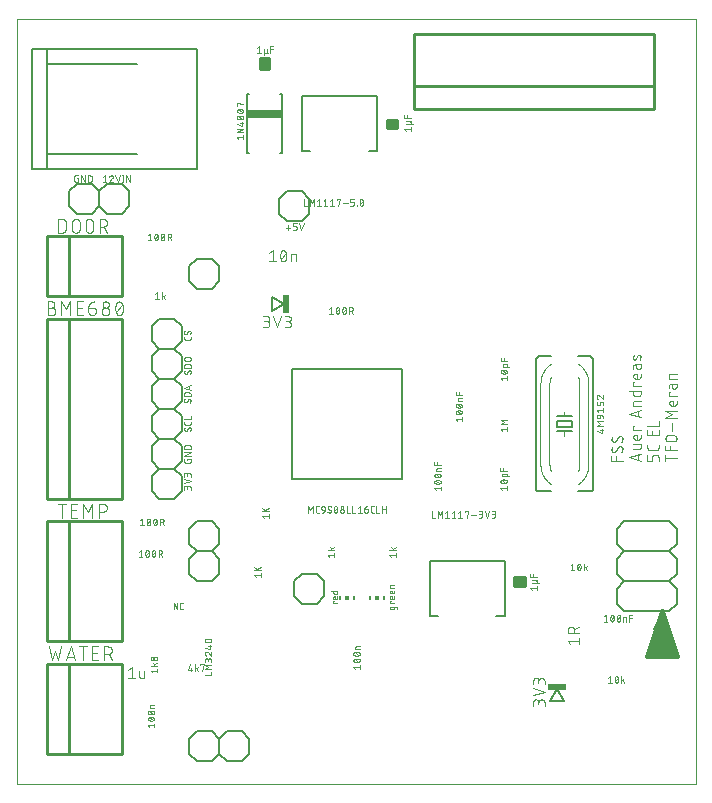
<source format=gto>
G04 EAGLE Gerber RS-274X export*
G75*
%MOMM*%
%FSLAX34Y34*%
%LPD*%
%INSilkscreen Top*%
%IPPOS*%
%AMOC8*
5,1,8,0,0,1.08239X$1,22.5*%
G01*
%ADD10C,0.000000*%
%ADD11C,0.076200*%
%ADD12C,0.152400*%
%ADD13C,0.406400*%
%ADD14C,0.101600*%
%ADD15C,0.050800*%
%ADD16C,0.200000*%
%ADD17C,0.127000*%
%ADD18C,0.254000*%
%ADD19R,0.150000X0.300000*%
%ADD20R,0.300000X0.300000*%
%ADD21C,0.203200*%
%ADD22R,0.609600X1.574800*%
%ADD23R,1.574800X0.609600*%


D10*
X0Y0D02*
X574550Y0D01*
X574550Y647600D01*
X0Y647600D01*
X0Y0D01*
D11*
X503301Y273431D02*
X512699Y273431D01*
X503301Y273431D02*
X503301Y277608D01*
X507478Y277608D02*
X507478Y273431D01*
X512699Y283861D02*
X512697Y283950D01*
X512691Y284038D01*
X512682Y284126D01*
X512669Y284214D01*
X512652Y284301D01*
X512632Y284387D01*
X512607Y284472D01*
X512580Y284557D01*
X512548Y284640D01*
X512514Y284721D01*
X512475Y284801D01*
X512434Y284879D01*
X512389Y284956D01*
X512341Y285030D01*
X512290Y285103D01*
X512236Y285173D01*
X512178Y285240D01*
X512118Y285306D01*
X512056Y285368D01*
X511990Y285428D01*
X511923Y285486D01*
X511853Y285540D01*
X511780Y285591D01*
X511706Y285639D01*
X511629Y285684D01*
X511551Y285725D01*
X511471Y285764D01*
X511390Y285798D01*
X511307Y285830D01*
X511222Y285857D01*
X511137Y285882D01*
X511051Y285902D01*
X510964Y285919D01*
X510876Y285932D01*
X510788Y285941D01*
X510700Y285947D01*
X510611Y285949D01*
X512699Y283861D02*
X512697Y283732D01*
X512691Y283603D01*
X512682Y283474D01*
X512669Y283346D01*
X512652Y283218D01*
X512631Y283091D01*
X512607Y282964D01*
X512579Y282838D01*
X512547Y282713D01*
X512512Y282589D01*
X512473Y282466D01*
X512430Y282344D01*
X512384Y282224D01*
X512334Y282105D01*
X512281Y281987D01*
X512225Y281871D01*
X512165Y281757D01*
X512102Y281644D01*
X512035Y281534D01*
X511966Y281425D01*
X511893Y281319D01*
X511817Y281214D01*
X511738Y281112D01*
X511656Y281013D01*
X511572Y280915D01*
X511484Y280820D01*
X511394Y280728D01*
X505389Y280990D02*
X505300Y280992D01*
X505212Y280998D01*
X505124Y281007D01*
X505036Y281020D01*
X504949Y281037D01*
X504863Y281057D01*
X504778Y281082D01*
X504693Y281109D01*
X504610Y281141D01*
X504529Y281175D01*
X504449Y281214D01*
X504371Y281255D01*
X504294Y281300D01*
X504220Y281348D01*
X504147Y281399D01*
X504077Y281453D01*
X504010Y281511D01*
X503944Y281571D01*
X503882Y281633D01*
X503822Y281699D01*
X503764Y281766D01*
X503710Y281836D01*
X503659Y281909D01*
X503611Y281983D01*
X503566Y282060D01*
X503525Y282138D01*
X503486Y282218D01*
X503452Y282299D01*
X503420Y282382D01*
X503393Y282467D01*
X503368Y282552D01*
X503348Y282638D01*
X503331Y282725D01*
X503318Y282813D01*
X503309Y282901D01*
X503303Y282989D01*
X503301Y283078D01*
X503303Y283198D01*
X503308Y283318D01*
X503318Y283437D01*
X503330Y283557D01*
X503347Y283676D01*
X503367Y283794D01*
X503391Y283912D01*
X503418Y284028D01*
X503449Y284144D01*
X503483Y284259D01*
X503521Y284373D01*
X503563Y284486D01*
X503608Y284597D01*
X503656Y284707D01*
X503707Y284815D01*
X503762Y284922D01*
X503820Y285027D01*
X503882Y285130D01*
X503946Y285231D01*
X504014Y285331D01*
X504084Y285428D01*
X507216Y282034D02*
X507168Y281956D01*
X507116Y281880D01*
X507062Y281807D01*
X507004Y281736D01*
X506943Y281667D01*
X506879Y281601D01*
X506812Y281538D01*
X506743Y281478D01*
X506671Y281421D01*
X506597Y281367D01*
X506520Y281317D01*
X506441Y281269D01*
X506361Y281226D01*
X506278Y281185D01*
X506194Y281149D01*
X506109Y281116D01*
X506022Y281087D01*
X505933Y281061D01*
X505844Y281039D01*
X505754Y281022D01*
X505664Y281008D01*
X505572Y280998D01*
X505481Y280992D01*
X505389Y280990D01*
X508784Y284906D02*
X508832Y284984D01*
X508884Y285060D01*
X508938Y285133D01*
X508996Y285204D01*
X509057Y285273D01*
X509121Y285339D01*
X509188Y285402D01*
X509257Y285462D01*
X509329Y285519D01*
X509403Y285573D01*
X509480Y285623D01*
X509559Y285671D01*
X509639Y285714D01*
X509722Y285755D01*
X509806Y285791D01*
X509891Y285824D01*
X509978Y285853D01*
X510067Y285879D01*
X510156Y285901D01*
X510246Y285918D01*
X510336Y285932D01*
X510428Y285942D01*
X510519Y285948D01*
X510611Y285950D01*
X508783Y284906D02*
X507217Y282034D01*
X512699Y292396D02*
X512697Y292485D01*
X512691Y292573D01*
X512682Y292661D01*
X512669Y292749D01*
X512652Y292836D01*
X512632Y292922D01*
X512607Y293007D01*
X512580Y293092D01*
X512548Y293175D01*
X512514Y293256D01*
X512475Y293336D01*
X512434Y293414D01*
X512389Y293491D01*
X512341Y293565D01*
X512290Y293638D01*
X512236Y293708D01*
X512178Y293775D01*
X512118Y293841D01*
X512056Y293903D01*
X511990Y293963D01*
X511923Y294021D01*
X511853Y294075D01*
X511780Y294126D01*
X511706Y294174D01*
X511629Y294219D01*
X511551Y294260D01*
X511471Y294299D01*
X511390Y294333D01*
X511307Y294365D01*
X511222Y294392D01*
X511137Y294417D01*
X511051Y294437D01*
X510964Y294454D01*
X510876Y294467D01*
X510788Y294476D01*
X510700Y294482D01*
X510611Y294484D01*
X512699Y292396D02*
X512697Y292267D01*
X512691Y292138D01*
X512682Y292009D01*
X512669Y291881D01*
X512652Y291753D01*
X512631Y291626D01*
X512607Y291499D01*
X512579Y291373D01*
X512547Y291248D01*
X512512Y291124D01*
X512473Y291001D01*
X512430Y290879D01*
X512384Y290759D01*
X512334Y290640D01*
X512281Y290522D01*
X512225Y290406D01*
X512165Y290292D01*
X512102Y290179D01*
X512035Y290069D01*
X511966Y289960D01*
X511893Y289854D01*
X511817Y289749D01*
X511738Y289647D01*
X511656Y289548D01*
X511572Y289450D01*
X511484Y289355D01*
X511394Y289263D01*
X505389Y289525D02*
X505300Y289527D01*
X505212Y289533D01*
X505124Y289542D01*
X505036Y289555D01*
X504949Y289572D01*
X504863Y289592D01*
X504778Y289617D01*
X504693Y289644D01*
X504610Y289676D01*
X504529Y289710D01*
X504449Y289749D01*
X504371Y289790D01*
X504294Y289835D01*
X504220Y289883D01*
X504147Y289934D01*
X504077Y289988D01*
X504010Y290046D01*
X503944Y290106D01*
X503882Y290168D01*
X503822Y290234D01*
X503764Y290301D01*
X503710Y290371D01*
X503659Y290444D01*
X503611Y290518D01*
X503566Y290595D01*
X503525Y290673D01*
X503486Y290753D01*
X503452Y290834D01*
X503420Y290917D01*
X503393Y291002D01*
X503368Y291087D01*
X503348Y291173D01*
X503331Y291260D01*
X503318Y291348D01*
X503309Y291436D01*
X503303Y291524D01*
X503301Y291613D01*
X503303Y291733D01*
X503308Y291853D01*
X503318Y291972D01*
X503330Y292092D01*
X503347Y292211D01*
X503367Y292329D01*
X503391Y292447D01*
X503418Y292563D01*
X503449Y292679D01*
X503483Y292794D01*
X503521Y292908D01*
X503563Y293021D01*
X503608Y293132D01*
X503656Y293242D01*
X503707Y293350D01*
X503762Y293457D01*
X503820Y293562D01*
X503882Y293665D01*
X503946Y293766D01*
X504014Y293866D01*
X504084Y293963D01*
X507216Y290568D02*
X507168Y290490D01*
X507116Y290414D01*
X507062Y290341D01*
X507004Y290270D01*
X506943Y290201D01*
X506879Y290135D01*
X506812Y290072D01*
X506743Y290012D01*
X506671Y289955D01*
X506597Y289901D01*
X506520Y289851D01*
X506441Y289803D01*
X506361Y289760D01*
X506278Y289719D01*
X506194Y289683D01*
X506109Y289650D01*
X506022Y289621D01*
X505933Y289595D01*
X505844Y289573D01*
X505754Y289556D01*
X505664Y289542D01*
X505572Y289532D01*
X505481Y289526D01*
X505389Y289524D01*
X508784Y293440D02*
X508832Y293518D01*
X508884Y293594D01*
X508938Y293667D01*
X508996Y293738D01*
X509057Y293807D01*
X509121Y293873D01*
X509188Y293936D01*
X509257Y293996D01*
X509329Y294053D01*
X509403Y294107D01*
X509480Y294157D01*
X509559Y294205D01*
X509639Y294248D01*
X509722Y294289D01*
X509806Y294325D01*
X509891Y294358D01*
X509978Y294387D01*
X510067Y294413D01*
X510156Y294435D01*
X510246Y294452D01*
X510336Y294466D01*
X510428Y294476D01*
X510519Y294482D01*
X510611Y294484D01*
X508783Y293440D02*
X507217Y290568D01*
X518541Y276564D02*
X527939Y273431D01*
X527939Y279696D02*
X518541Y276564D01*
X525590Y278913D02*
X525590Y274214D01*
X526373Y283314D02*
X521674Y283314D01*
X526373Y283315D02*
X526450Y283317D01*
X526526Y283323D01*
X526603Y283332D01*
X526679Y283345D01*
X526754Y283362D01*
X526828Y283382D01*
X526901Y283407D01*
X526972Y283434D01*
X527043Y283465D01*
X527111Y283500D01*
X527178Y283538D01*
X527243Y283579D01*
X527306Y283623D01*
X527366Y283670D01*
X527425Y283721D01*
X527480Y283774D01*
X527533Y283829D01*
X527584Y283888D01*
X527631Y283948D01*
X527675Y284011D01*
X527716Y284076D01*
X527754Y284143D01*
X527789Y284211D01*
X527820Y284282D01*
X527847Y284353D01*
X527872Y284426D01*
X527892Y284500D01*
X527909Y284575D01*
X527922Y284651D01*
X527931Y284728D01*
X527937Y284804D01*
X527939Y284881D01*
X527939Y287491D01*
X521674Y287491D01*
X527939Y293110D02*
X527939Y295721D01*
X527939Y293110D02*
X527937Y293033D01*
X527931Y292957D01*
X527922Y292880D01*
X527909Y292804D01*
X527892Y292729D01*
X527872Y292655D01*
X527847Y292582D01*
X527820Y292511D01*
X527789Y292440D01*
X527754Y292372D01*
X527716Y292305D01*
X527675Y292240D01*
X527631Y292177D01*
X527584Y292117D01*
X527533Y292058D01*
X527480Y292003D01*
X527425Y291950D01*
X527366Y291899D01*
X527306Y291852D01*
X527243Y291808D01*
X527178Y291767D01*
X527111Y291729D01*
X527043Y291694D01*
X526972Y291663D01*
X526901Y291636D01*
X526828Y291611D01*
X526754Y291591D01*
X526679Y291574D01*
X526603Y291561D01*
X526526Y291552D01*
X526450Y291546D01*
X526373Y291544D01*
X523762Y291544D01*
X523672Y291546D01*
X523583Y291552D01*
X523493Y291561D01*
X523404Y291575D01*
X523316Y291592D01*
X523229Y291613D01*
X523142Y291638D01*
X523057Y291667D01*
X522973Y291699D01*
X522891Y291734D01*
X522810Y291774D01*
X522731Y291816D01*
X522654Y291862D01*
X522579Y291912D01*
X522506Y291964D01*
X522435Y292020D01*
X522367Y292078D01*
X522302Y292140D01*
X522239Y292204D01*
X522179Y292271D01*
X522122Y292340D01*
X522068Y292412D01*
X522017Y292486D01*
X521969Y292562D01*
X521925Y292640D01*
X521884Y292720D01*
X521846Y292802D01*
X521812Y292885D01*
X521782Y292970D01*
X521755Y293056D01*
X521732Y293142D01*
X521713Y293230D01*
X521698Y293319D01*
X521686Y293408D01*
X521678Y293497D01*
X521674Y293587D01*
X521674Y293677D01*
X521678Y293767D01*
X521686Y293856D01*
X521698Y293945D01*
X521713Y294034D01*
X521732Y294122D01*
X521755Y294208D01*
X521782Y294294D01*
X521812Y294379D01*
X521846Y294462D01*
X521884Y294544D01*
X521925Y294624D01*
X521969Y294702D01*
X522017Y294778D01*
X522068Y294852D01*
X522122Y294924D01*
X522179Y294993D01*
X522239Y295060D01*
X522302Y295124D01*
X522367Y295186D01*
X522435Y295244D01*
X522506Y295300D01*
X522579Y295352D01*
X522654Y295402D01*
X522731Y295448D01*
X522810Y295490D01*
X522891Y295530D01*
X522973Y295565D01*
X523057Y295597D01*
X523142Y295626D01*
X523229Y295651D01*
X523316Y295672D01*
X523404Y295689D01*
X523493Y295703D01*
X523583Y295712D01*
X523672Y295718D01*
X523762Y295720D01*
X523762Y295721D02*
X524806Y295721D01*
X524806Y291544D01*
X527939Y299825D02*
X521674Y299825D01*
X521674Y302958D01*
X522718Y302958D01*
X527939Y310312D02*
X518541Y313444D01*
X527939Y316577D01*
X525590Y315794D02*
X525590Y311095D01*
X527939Y320195D02*
X521674Y320195D01*
X521674Y322806D01*
X521676Y322883D01*
X521682Y322959D01*
X521691Y323036D01*
X521704Y323112D01*
X521721Y323187D01*
X521741Y323261D01*
X521766Y323334D01*
X521793Y323405D01*
X521824Y323476D01*
X521859Y323544D01*
X521897Y323611D01*
X521938Y323676D01*
X521982Y323739D01*
X522029Y323799D01*
X522080Y323858D01*
X522133Y323913D01*
X522188Y323966D01*
X522247Y324017D01*
X522307Y324064D01*
X522370Y324108D01*
X522435Y324149D01*
X522502Y324187D01*
X522570Y324222D01*
X522641Y324253D01*
X522712Y324280D01*
X522785Y324305D01*
X522859Y324325D01*
X522934Y324342D01*
X523010Y324355D01*
X523086Y324364D01*
X523163Y324370D01*
X523240Y324372D01*
X527939Y324372D01*
X527939Y332556D02*
X518541Y332556D01*
X527939Y332556D02*
X527939Y329945D01*
X527937Y329868D01*
X527931Y329792D01*
X527922Y329715D01*
X527909Y329639D01*
X527892Y329564D01*
X527872Y329490D01*
X527847Y329417D01*
X527820Y329346D01*
X527789Y329275D01*
X527754Y329207D01*
X527716Y329140D01*
X527675Y329075D01*
X527631Y329012D01*
X527584Y328952D01*
X527533Y328893D01*
X527480Y328838D01*
X527425Y328785D01*
X527366Y328734D01*
X527306Y328687D01*
X527243Y328643D01*
X527178Y328602D01*
X527111Y328564D01*
X527043Y328529D01*
X526972Y328498D01*
X526901Y328471D01*
X526828Y328446D01*
X526754Y328426D01*
X526679Y328409D01*
X526603Y328396D01*
X526526Y328387D01*
X526450Y328381D01*
X526373Y328379D01*
X523240Y328379D01*
X523163Y328381D01*
X523087Y328387D01*
X523010Y328396D01*
X522934Y328409D01*
X522859Y328426D01*
X522785Y328446D01*
X522712Y328471D01*
X522641Y328498D01*
X522570Y328529D01*
X522502Y328564D01*
X522435Y328602D01*
X522370Y328643D01*
X522307Y328687D01*
X522247Y328734D01*
X522188Y328785D01*
X522133Y328838D01*
X522080Y328893D01*
X522029Y328952D01*
X521982Y329012D01*
X521938Y329075D01*
X521897Y329140D01*
X521859Y329207D01*
X521824Y329275D01*
X521793Y329346D01*
X521766Y329417D01*
X521741Y329490D01*
X521721Y329564D01*
X521704Y329639D01*
X521691Y329715D01*
X521682Y329792D01*
X521676Y329868D01*
X521674Y329945D01*
X521674Y332556D01*
X521674Y337010D02*
X527939Y337010D01*
X521674Y337010D02*
X521674Y340143D01*
X522718Y340143D01*
X527939Y344621D02*
X527939Y347232D01*
X527939Y344621D02*
X527937Y344544D01*
X527931Y344468D01*
X527922Y344391D01*
X527909Y344315D01*
X527892Y344240D01*
X527872Y344166D01*
X527847Y344093D01*
X527820Y344022D01*
X527789Y343951D01*
X527754Y343883D01*
X527716Y343816D01*
X527675Y343751D01*
X527631Y343688D01*
X527584Y343628D01*
X527533Y343569D01*
X527480Y343514D01*
X527425Y343461D01*
X527366Y343410D01*
X527306Y343363D01*
X527243Y343319D01*
X527178Y343278D01*
X527111Y343240D01*
X527043Y343205D01*
X526972Y343174D01*
X526901Y343147D01*
X526828Y343122D01*
X526754Y343102D01*
X526679Y343085D01*
X526603Y343072D01*
X526526Y343063D01*
X526450Y343057D01*
X526373Y343055D01*
X523762Y343055D01*
X523672Y343057D01*
X523583Y343063D01*
X523493Y343072D01*
X523404Y343086D01*
X523316Y343103D01*
X523229Y343124D01*
X523142Y343149D01*
X523057Y343178D01*
X522973Y343210D01*
X522891Y343245D01*
X522810Y343285D01*
X522731Y343327D01*
X522654Y343373D01*
X522579Y343423D01*
X522506Y343475D01*
X522435Y343531D01*
X522367Y343589D01*
X522302Y343651D01*
X522239Y343715D01*
X522179Y343782D01*
X522122Y343851D01*
X522068Y343923D01*
X522017Y343997D01*
X521969Y344073D01*
X521925Y344151D01*
X521884Y344231D01*
X521846Y344313D01*
X521812Y344396D01*
X521782Y344481D01*
X521755Y344567D01*
X521732Y344653D01*
X521713Y344741D01*
X521698Y344830D01*
X521686Y344919D01*
X521678Y345008D01*
X521674Y345098D01*
X521674Y345188D01*
X521678Y345278D01*
X521686Y345367D01*
X521698Y345456D01*
X521713Y345545D01*
X521732Y345633D01*
X521755Y345719D01*
X521782Y345805D01*
X521812Y345890D01*
X521846Y345973D01*
X521884Y346055D01*
X521925Y346135D01*
X521969Y346213D01*
X522017Y346289D01*
X522068Y346363D01*
X522122Y346435D01*
X522179Y346504D01*
X522239Y346571D01*
X522302Y346635D01*
X522367Y346697D01*
X522435Y346755D01*
X522506Y346811D01*
X522579Y346863D01*
X522654Y346913D01*
X522731Y346959D01*
X522810Y347001D01*
X522891Y347041D01*
X522973Y347076D01*
X523057Y347108D01*
X523142Y347137D01*
X523229Y347162D01*
X523316Y347183D01*
X523404Y347200D01*
X523493Y347214D01*
X523583Y347223D01*
X523672Y347229D01*
X523762Y347231D01*
X523762Y347232D02*
X524806Y347232D01*
X524806Y343055D01*
X524284Y352761D02*
X524284Y355111D01*
X524285Y352761D02*
X524287Y352677D01*
X524293Y352592D01*
X524303Y352509D01*
X524316Y352425D01*
X524334Y352343D01*
X524355Y352261D01*
X524380Y352180D01*
X524408Y352101D01*
X524441Y352023D01*
X524477Y351947D01*
X524516Y351872D01*
X524559Y351799D01*
X524605Y351728D01*
X524654Y351660D01*
X524706Y351594D01*
X524762Y351530D01*
X524820Y351469D01*
X524881Y351411D01*
X524945Y351355D01*
X525011Y351303D01*
X525079Y351254D01*
X525150Y351208D01*
X525223Y351165D01*
X525298Y351126D01*
X525374Y351090D01*
X525452Y351057D01*
X525531Y351029D01*
X525612Y351004D01*
X525694Y350983D01*
X525776Y350965D01*
X525860Y350952D01*
X525943Y350942D01*
X526028Y350936D01*
X526112Y350934D01*
X526196Y350936D01*
X526281Y350942D01*
X526364Y350952D01*
X526448Y350965D01*
X526530Y350983D01*
X526612Y351004D01*
X526693Y351029D01*
X526772Y351057D01*
X526850Y351090D01*
X526926Y351126D01*
X527001Y351165D01*
X527074Y351208D01*
X527145Y351254D01*
X527213Y351303D01*
X527279Y351355D01*
X527343Y351411D01*
X527404Y351469D01*
X527462Y351530D01*
X527518Y351594D01*
X527570Y351660D01*
X527619Y351728D01*
X527665Y351799D01*
X527708Y351872D01*
X527747Y351947D01*
X527783Y352023D01*
X527816Y352101D01*
X527844Y352180D01*
X527869Y352261D01*
X527890Y352343D01*
X527908Y352425D01*
X527921Y352509D01*
X527931Y352592D01*
X527937Y352677D01*
X527939Y352761D01*
X527939Y355111D01*
X523240Y355111D01*
X523240Y355110D02*
X523163Y355108D01*
X523087Y355102D01*
X523010Y355093D01*
X522934Y355080D01*
X522859Y355063D01*
X522785Y355043D01*
X522712Y355018D01*
X522641Y354991D01*
X522570Y354960D01*
X522502Y354925D01*
X522435Y354887D01*
X522370Y354846D01*
X522307Y354802D01*
X522247Y354755D01*
X522188Y354704D01*
X522133Y354651D01*
X522080Y354596D01*
X522029Y354537D01*
X521982Y354477D01*
X521938Y354414D01*
X521897Y354349D01*
X521859Y354282D01*
X521824Y354214D01*
X521793Y354143D01*
X521766Y354072D01*
X521741Y353999D01*
X521721Y353925D01*
X521704Y353850D01*
X521691Y353774D01*
X521682Y353697D01*
X521676Y353621D01*
X521674Y353544D01*
X521674Y351456D01*
X524284Y359992D02*
X525328Y362603D01*
X524284Y359992D02*
X524256Y359926D01*
X524223Y359861D01*
X524188Y359798D01*
X524149Y359737D01*
X524107Y359678D01*
X524062Y359622D01*
X524014Y359568D01*
X523963Y359517D01*
X523910Y359468D01*
X523853Y359423D01*
X523795Y359380D01*
X523735Y359341D01*
X523672Y359304D01*
X523607Y359272D01*
X523541Y359243D01*
X523474Y359217D01*
X523405Y359195D01*
X523335Y359177D01*
X523264Y359162D01*
X523193Y359151D01*
X523121Y359144D01*
X523049Y359141D01*
X522977Y359142D01*
X522904Y359147D01*
X522833Y359155D01*
X522761Y359167D01*
X522691Y359183D01*
X522622Y359203D01*
X522553Y359227D01*
X522486Y359254D01*
X522421Y359284D01*
X522357Y359318D01*
X522295Y359356D01*
X522235Y359396D01*
X522178Y359440D01*
X522123Y359487D01*
X522070Y359537D01*
X522021Y359589D01*
X521974Y359644D01*
X521930Y359701D01*
X521889Y359761D01*
X521852Y359823D01*
X521817Y359887D01*
X521787Y359952D01*
X521759Y360019D01*
X521736Y360087D01*
X521716Y360157D01*
X521700Y360227D01*
X521687Y360298D01*
X521679Y360370D01*
X521674Y360442D01*
X521673Y360514D01*
X521674Y360515D02*
X521678Y360666D01*
X521686Y360817D01*
X521697Y360968D01*
X521713Y361119D01*
X521733Y361269D01*
X521756Y361419D01*
X521783Y361568D01*
X521814Y361716D01*
X521849Y361864D01*
X521887Y362010D01*
X521930Y362156D01*
X521976Y362300D01*
X522025Y362443D01*
X522078Y362585D01*
X522135Y362725D01*
X522196Y362864D01*
X525328Y362603D02*
X525356Y362669D01*
X525389Y362734D01*
X525424Y362797D01*
X525463Y362858D01*
X525505Y362917D01*
X525550Y362973D01*
X525598Y363027D01*
X525649Y363078D01*
X525702Y363127D01*
X525759Y363173D01*
X525817Y363215D01*
X525877Y363254D01*
X525940Y363291D01*
X526005Y363323D01*
X526071Y363352D01*
X526138Y363378D01*
X526207Y363400D01*
X526277Y363418D01*
X526348Y363433D01*
X526419Y363444D01*
X526491Y363451D01*
X526563Y363454D01*
X526635Y363453D01*
X526708Y363448D01*
X526779Y363440D01*
X526851Y363428D01*
X526921Y363412D01*
X526990Y363392D01*
X527059Y363368D01*
X527126Y363341D01*
X527191Y363311D01*
X527255Y363277D01*
X527317Y363239D01*
X527377Y363199D01*
X527434Y363155D01*
X527489Y363108D01*
X527542Y363058D01*
X527591Y363006D01*
X527638Y362951D01*
X527682Y362894D01*
X527723Y362834D01*
X527760Y362772D01*
X527795Y362708D01*
X527825Y362643D01*
X527853Y362576D01*
X527876Y362508D01*
X527896Y362438D01*
X527912Y362368D01*
X527925Y362297D01*
X527933Y362225D01*
X527938Y362153D01*
X527939Y362081D01*
X527934Y361871D01*
X527923Y361662D01*
X527908Y361453D01*
X527888Y361245D01*
X527862Y361037D01*
X527832Y360830D01*
X527797Y360623D01*
X527757Y360418D01*
X527713Y360213D01*
X527663Y360010D01*
X527609Y359807D01*
X527549Y359606D01*
X527486Y359407D01*
X527417Y359209D01*
X543179Y276564D02*
X543179Y273431D01*
X543179Y276564D02*
X543177Y276653D01*
X543171Y276741D01*
X543162Y276829D01*
X543149Y276917D01*
X543132Y277004D01*
X543112Y277090D01*
X543087Y277175D01*
X543060Y277260D01*
X543028Y277343D01*
X542994Y277424D01*
X542955Y277504D01*
X542914Y277582D01*
X542869Y277659D01*
X542821Y277733D01*
X542770Y277806D01*
X542716Y277876D01*
X542658Y277943D01*
X542598Y278009D01*
X542536Y278071D01*
X542470Y278131D01*
X542403Y278189D01*
X542333Y278243D01*
X542260Y278294D01*
X542186Y278342D01*
X542109Y278387D01*
X542031Y278428D01*
X541951Y278467D01*
X541870Y278501D01*
X541787Y278533D01*
X541702Y278560D01*
X541617Y278585D01*
X541531Y278605D01*
X541444Y278622D01*
X541356Y278635D01*
X541268Y278644D01*
X541180Y278650D01*
X541091Y278652D01*
X540046Y278652D01*
X539957Y278650D01*
X539869Y278644D01*
X539781Y278635D01*
X539693Y278622D01*
X539606Y278605D01*
X539520Y278585D01*
X539435Y278560D01*
X539350Y278533D01*
X539267Y278501D01*
X539186Y278467D01*
X539106Y278428D01*
X539028Y278387D01*
X538951Y278342D01*
X538877Y278294D01*
X538804Y278243D01*
X538734Y278189D01*
X538667Y278131D01*
X538601Y278071D01*
X538539Y278009D01*
X538479Y277943D01*
X538421Y277876D01*
X538367Y277806D01*
X538316Y277733D01*
X538268Y277659D01*
X538223Y277582D01*
X538182Y277504D01*
X538143Y277424D01*
X538109Y277343D01*
X538077Y277260D01*
X538050Y277175D01*
X538025Y277090D01*
X538005Y277004D01*
X537988Y276917D01*
X537975Y276829D01*
X537966Y276741D01*
X537960Y276653D01*
X537958Y276564D01*
X537958Y273431D01*
X533781Y273431D01*
X533781Y278652D01*
X543179Y284638D02*
X543179Y286726D01*
X543179Y284638D02*
X543177Y284549D01*
X543171Y284461D01*
X543162Y284373D01*
X543149Y284285D01*
X543132Y284198D01*
X543112Y284112D01*
X543087Y284027D01*
X543060Y283942D01*
X543028Y283859D01*
X542994Y283778D01*
X542955Y283698D01*
X542914Y283620D01*
X542869Y283543D01*
X542821Y283469D01*
X542770Y283396D01*
X542716Y283326D01*
X542658Y283259D01*
X542598Y283193D01*
X542536Y283131D01*
X542470Y283071D01*
X542403Y283013D01*
X542333Y282959D01*
X542260Y282908D01*
X542186Y282860D01*
X542109Y282815D01*
X542031Y282774D01*
X541951Y282735D01*
X541870Y282701D01*
X541787Y282669D01*
X541702Y282642D01*
X541617Y282617D01*
X541531Y282597D01*
X541444Y282580D01*
X541356Y282567D01*
X541268Y282558D01*
X541180Y282552D01*
X541091Y282550D01*
X541091Y282549D02*
X535869Y282549D01*
X535778Y282551D01*
X535687Y282557D01*
X535596Y282567D01*
X535506Y282581D01*
X535417Y282599D01*
X535328Y282620D01*
X535241Y282646D01*
X535155Y282675D01*
X535070Y282708D01*
X534986Y282745D01*
X534904Y282785D01*
X534825Y282829D01*
X534747Y282876D01*
X534671Y282927D01*
X534597Y282981D01*
X534526Y283038D01*
X534458Y283098D01*
X534392Y283161D01*
X534329Y283227D01*
X534269Y283295D01*
X534212Y283366D01*
X534158Y283440D01*
X534107Y283516D01*
X534060Y283593D01*
X534016Y283673D01*
X533976Y283755D01*
X533939Y283839D01*
X533906Y283923D01*
X533877Y284010D01*
X533851Y284097D01*
X533830Y284186D01*
X533812Y284275D01*
X533798Y284365D01*
X533788Y284456D01*
X533782Y284547D01*
X533780Y284638D01*
X533781Y284638D02*
X533781Y286726D01*
X543179Y295394D02*
X543179Y299571D01*
X543179Y295394D02*
X533781Y295394D01*
X533781Y299571D01*
X537958Y298527D02*
X537958Y295394D01*
X533781Y303319D02*
X543179Y303319D01*
X543179Y307496D01*
X549021Y276042D02*
X558419Y276042D01*
X549021Y273431D02*
X549021Y278652D01*
X549021Y282288D02*
X558419Y282288D01*
X549021Y282288D02*
X549021Y286465D01*
X553198Y286465D02*
X553198Y282288D01*
X551632Y289890D02*
X555808Y289890D01*
X551632Y289890D02*
X551531Y289892D01*
X551430Y289898D01*
X551329Y289908D01*
X551229Y289921D01*
X551129Y289939D01*
X551030Y289960D01*
X550932Y289986D01*
X550835Y290015D01*
X550739Y290047D01*
X550645Y290084D01*
X550552Y290124D01*
X550460Y290168D01*
X550371Y290215D01*
X550283Y290266D01*
X550197Y290320D01*
X550114Y290377D01*
X550032Y290437D01*
X549954Y290501D01*
X549877Y290567D01*
X549804Y290637D01*
X549733Y290709D01*
X549665Y290784D01*
X549600Y290862D01*
X549538Y290942D01*
X549479Y291024D01*
X549423Y291109D01*
X549371Y291196D01*
X549322Y291284D01*
X549276Y291375D01*
X549235Y291467D01*
X549196Y291561D01*
X549162Y291656D01*
X549131Y291752D01*
X549104Y291850D01*
X549080Y291948D01*
X549061Y292048D01*
X549045Y292148D01*
X549033Y292248D01*
X549025Y292349D01*
X549021Y292450D01*
X549021Y292552D01*
X549025Y292653D01*
X549033Y292754D01*
X549045Y292854D01*
X549061Y292954D01*
X549080Y293054D01*
X549104Y293152D01*
X549131Y293250D01*
X549162Y293346D01*
X549196Y293441D01*
X549235Y293535D01*
X549276Y293627D01*
X549322Y293718D01*
X549371Y293807D01*
X549423Y293893D01*
X549479Y293978D01*
X549538Y294060D01*
X549600Y294140D01*
X549665Y294218D01*
X549733Y294293D01*
X549804Y294365D01*
X549877Y294435D01*
X549954Y294501D01*
X550032Y294565D01*
X550114Y294625D01*
X550197Y294682D01*
X550283Y294736D01*
X550371Y294787D01*
X550460Y294834D01*
X550552Y294878D01*
X550645Y294918D01*
X550739Y294955D01*
X550835Y294987D01*
X550932Y295016D01*
X551030Y295042D01*
X551129Y295063D01*
X551229Y295081D01*
X551329Y295094D01*
X551430Y295104D01*
X551531Y295110D01*
X551632Y295112D01*
X551632Y295111D02*
X555808Y295111D01*
X555808Y295112D02*
X555909Y295110D01*
X556010Y295104D01*
X556111Y295094D01*
X556211Y295081D01*
X556311Y295063D01*
X556410Y295042D01*
X556508Y295016D01*
X556605Y294987D01*
X556701Y294955D01*
X556795Y294918D01*
X556888Y294878D01*
X556980Y294834D01*
X557069Y294787D01*
X557157Y294736D01*
X557243Y294682D01*
X557326Y294625D01*
X557408Y294565D01*
X557486Y294501D01*
X557563Y294435D01*
X557636Y294365D01*
X557707Y294293D01*
X557775Y294218D01*
X557840Y294140D01*
X557902Y294060D01*
X557961Y293978D01*
X558017Y293893D01*
X558069Y293806D01*
X558118Y293718D01*
X558164Y293627D01*
X558205Y293535D01*
X558244Y293441D01*
X558278Y293346D01*
X558309Y293250D01*
X558336Y293152D01*
X558360Y293054D01*
X558379Y292954D01*
X558395Y292854D01*
X558407Y292754D01*
X558415Y292653D01*
X558419Y292552D01*
X558419Y292450D01*
X558415Y292349D01*
X558407Y292248D01*
X558395Y292148D01*
X558379Y292048D01*
X558360Y291948D01*
X558336Y291850D01*
X558309Y291752D01*
X558278Y291656D01*
X558244Y291561D01*
X558205Y291467D01*
X558164Y291375D01*
X558118Y291284D01*
X558069Y291196D01*
X558017Y291109D01*
X557961Y291024D01*
X557902Y290942D01*
X557840Y290862D01*
X557775Y290784D01*
X557707Y290709D01*
X557636Y290637D01*
X557563Y290567D01*
X557486Y290501D01*
X557408Y290437D01*
X557326Y290377D01*
X557243Y290320D01*
X557157Y290266D01*
X557069Y290215D01*
X556980Y290168D01*
X556888Y290124D01*
X556795Y290084D01*
X556701Y290047D01*
X556605Y290015D01*
X556508Y289986D01*
X556410Y289960D01*
X556311Y289939D01*
X556211Y289921D01*
X556111Y289908D01*
X556010Y289898D01*
X555909Y289892D01*
X555808Y289890D01*
X554764Y299122D02*
X554764Y305387D01*
X558419Y309790D02*
X549021Y309790D01*
X554242Y312922D01*
X549021Y316055D01*
X558419Y316055D01*
X558419Y321849D02*
X558419Y324459D01*
X558419Y321849D02*
X558417Y321772D01*
X558411Y321696D01*
X558402Y321619D01*
X558389Y321543D01*
X558372Y321468D01*
X558352Y321394D01*
X558327Y321321D01*
X558300Y321250D01*
X558269Y321179D01*
X558234Y321111D01*
X558196Y321044D01*
X558155Y320979D01*
X558111Y320916D01*
X558064Y320856D01*
X558013Y320797D01*
X557960Y320742D01*
X557905Y320689D01*
X557846Y320638D01*
X557786Y320591D01*
X557723Y320547D01*
X557658Y320506D01*
X557591Y320468D01*
X557523Y320433D01*
X557452Y320402D01*
X557381Y320375D01*
X557308Y320350D01*
X557234Y320330D01*
X557159Y320313D01*
X557083Y320300D01*
X557006Y320291D01*
X556930Y320285D01*
X556853Y320283D01*
X554242Y320283D01*
X554152Y320285D01*
X554063Y320291D01*
X553973Y320300D01*
X553884Y320314D01*
X553796Y320331D01*
X553709Y320352D01*
X553622Y320377D01*
X553537Y320406D01*
X553453Y320438D01*
X553371Y320473D01*
X553290Y320513D01*
X553211Y320555D01*
X553134Y320601D01*
X553059Y320651D01*
X552986Y320703D01*
X552915Y320759D01*
X552847Y320817D01*
X552782Y320879D01*
X552719Y320943D01*
X552659Y321010D01*
X552602Y321079D01*
X552548Y321151D01*
X552497Y321225D01*
X552449Y321301D01*
X552405Y321379D01*
X552364Y321459D01*
X552326Y321541D01*
X552292Y321624D01*
X552262Y321709D01*
X552235Y321795D01*
X552212Y321881D01*
X552193Y321969D01*
X552178Y322058D01*
X552166Y322147D01*
X552158Y322236D01*
X552154Y322326D01*
X552154Y322416D01*
X552158Y322506D01*
X552166Y322595D01*
X552178Y322684D01*
X552193Y322773D01*
X552212Y322861D01*
X552235Y322947D01*
X552262Y323033D01*
X552292Y323118D01*
X552326Y323201D01*
X552364Y323283D01*
X552405Y323363D01*
X552449Y323441D01*
X552497Y323517D01*
X552548Y323591D01*
X552602Y323663D01*
X552659Y323732D01*
X552719Y323799D01*
X552782Y323863D01*
X552847Y323925D01*
X552915Y323983D01*
X552986Y324039D01*
X553059Y324091D01*
X553134Y324141D01*
X553211Y324187D01*
X553290Y324229D01*
X553371Y324269D01*
X553453Y324304D01*
X553537Y324336D01*
X553622Y324365D01*
X553709Y324390D01*
X553796Y324411D01*
X553884Y324428D01*
X553973Y324442D01*
X554063Y324451D01*
X554152Y324457D01*
X554242Y324459D01*
X555286Y324459D01*
X555286Y320283D01*
X558419Y328564D02*
X552154Y328564D01*
X552154Y331696D01*
X553198Y331696D01*
X554764Y336390D02*
X554764Y338739D01*
X554765Y336390D02*
X554767Y336306D01*
X554773Y336221D01*
X554783Y336138D01*
X554796Y336054D01*
X554814Y335972D01*
X554835Y335890D01*
X554860Y335809D01*
X554888Y335730D01*
X554921Y335652D01*
X554957Y335576D01*
X554996Y335501D01*
X555039Y335428D01*
X555085Y335357D01*
X555134Y335289D01*
X555186Y335223D01*
X555242Y335159D01*
X555300Y335098D01*
X555361Y335040D01*
X555425Y334984D01*
X555491Y334932D01*
X555559Y334883D01*
X555630Y334837D01*
X555703Y334794D01*
X555778Y334755D01*
X555854Y334719D01*
X555932Y334686D01*
X556011Y334658D01*
X556092Y334633D01*
X556174Y334612D01*
X556256Y334594D01*
X556340Y334581D01*
X556423Y334571D01*
X556508Y334565D01*
X556592Y334563D01*
X556676Y334565D01*
X556761Y334571D01*
X556844Y334581D01*
X556928Y334594D01*
X557010Y334612D01*
X557092Y334633D01*
X557173Y334658D01*
X557252Y334686D01*
X557330Y334719D01*
X557406Y334755D01*
X557481Y334794D01*
X557554Y334837D01*
X557625Y334883D01*
X557693Y334932D01*
X557759Y334984D01*
X557823Y335040D01*
X557884Y335098D01*
X557942Y335159D01*
X557998Y335223D01*
X558050Y335289D01*
X558099Y335357D01*
X558145Y335428D01*
X558188Y335501D01*
X558227Y335576D01*
X558263Y335652D01*
X558296Y335730D01*
X558324Y335809D01*
X558349Y335890D01*
X558370Y335972D01*
X558388Y336054D01*
X558401Y336138D01*
X558411Y336221D01*
X558417Y336306D01*
X558419Y336390D01*
X558419Y338739D01*
X553720Y338739D01*
X553643Y338737D01*
X553567Y338731D01*
X553490Y338722D01*
X553414Y338709D01*
X553339Y338692D01*
X553265Y338672D01*
X553192Y338647D01*
X553121Y338620D01*
X553050Y338589D01*
X552982Y338554D01*
X552915Y338516D01*
X552850Y338475D01*
X552787Y338431D01*
X552727Y338384D01*
X552668Y338333D01*
X552613Y338280D01*
X552560Y338225D01*
X552509Y338166D01*
X552462Y338106D01*
X552418Y338043D01*
X552377Y337978D01*
X552339Y337911D01*
X552304Y337843D01*
X552273Y337772D01*
X552246Y337701D01*
X552221Y337628D01*
X552201Y337554D01*
X552184Y337479D01*
X552171Y337403D01*
X552162Y337326D01*
X552156Y337250D01*
X552154Y337173D01*
X552154Y335085D01*
X552154Y343142D02*
X558419Y343142D01*
X552154Y343142D02*
X552154Y345753D01*
X552156Y345830D01*
X552162Y345906D01*
X552171Y345983D01*
X552184Y346059D01*
X552201Y346134D01*
X552221Y346208D01*
X552246Y346281D01*
X552273Y346352D01*
X552304Y346423D01*
X552339Y346491D01*
X552377Y346558D01*
X552418Y346623D01*
X552462Y346686D01*
X552509Y346746D01*
X552560Y346805D01*
X552613Y346860D01*
X552668Y346913D01*
X552727Y346964D01*
X552787Y347011D01*
X552850Y347055D01*
X552915Y347096D01*
X552982Y347134D01*
X553050Y347169D01*
X553121Y347200D01*
X553192Y347227D01*
X553265Y347252D01*
X553339Y347272D01*
X553414Y347289D01*
X553490Y347302D01*
X553566Y347311D01*
X553643Y347317D01*
X553720Y347319D01*
X558419Y347319D01*
D12*
X546100Y143510D02*
X539750Y130810D01*
X552450Y130810D01*
X546100Y143510D01*
D13*
X546100Y146685D02*
X533400Y108585D01*
X558800Y108585D01*
X546100Y146685D01*
X538163Y111760D01*
X555625Y111760D01*
X546100Y137160D01*
X541338Y114935D01*
X550863Y114935D01*
X546100Y127635D01*
X544513Y118110D01*
X549275Y118110D01*
D14*
X29774Y104648D02*
X27178Y116332D01*
X32371Y112437D02*
X29774Y104648D01*
X34967Y104648D02*
X32371Y112437D01*
X37564Y116332D02*
X34967Y104648D01*
X41430Y104648D02*
X45325Y116332D01*
X49220Y104648D01*
X48246Y107569D02*
X42404Y107569D01*
X55993Y104648D02*
X55993Y116332D01*
X59238Y116332D02*
X52747Y116332D01*
X63819Y104648D02*
X69012Y104648D01*
X63819Y104648D02*
X63819Y116332D01*
X69012Y116332D01*
X67714Y111139D02*
X63819Y111139D01*
X73776Y116332D02*
X73776Y104648D01*
X73776Y116332D02*
X77021Y116332D01*
X77134Y116330D01*
X77247Y116324D01*
X77360Y116314D01*
X77473Y116300D01*
X77585Y116283D01*
X77696Y116261D01*
X77806Y116236D01*
X77916Y116206D01*
X78024Y116173D01*
X78131Y116136D01*
X78237Y116096D01*
X78341Y116051D01*
X78444Y116003D01*
X78545Y115952D01*
X78644Y115897D01*
X78741Y115839D01*
X78836Y115777D01*
X78929Y115712D01*
X79019Y115644D01*
X79107Y115573D01*
X79193Y115498D01*
X79276Y115421D01*
X79356Y115341D01*
X79433Y115258D01*
X79508Y115172D01*
X79579Y115084D01*
X79647Y114994D01*
X79712Y114901D01*
X79774Y114806D01*
X79832Y114709D01*
X79887Y114610D01*
X79938Y114509D01*
X79986Y114406D01*
X80031Y114302D01*
X80071Y114196D01*
X80108Y114089D01*
X80141Y113981D01*
X80171Y113871D01*
X80196Y113761D01*
X80218Y113650D01*
X80235Y113538D01*
X80249Y113425D01*
X80259Y113312D01*
X80265Y113199D01*
X80267Y113086D01*
X80265Y112973D01*
X80259Y112860D01*
X80249Y112747D01*
X80235Y112634D01*
X80218Y112522D01*
X80196Y112411D01*
X80171Y112301D01*
X80141Y112191D01*
X80108Y112083D01*
X80071Y111976D01*
X80031Y111870D01*
X79986Y111766D01*
X79938Y111663D01*
X79887Y111562D01*
X79832Y111463D01*
X79774Y111366D01*
X79712Y111271D01*
X79647Y111178D01*
X79579Y111088D01*
X79508Y111000D01*
X79433Y110914D01*
X79356Y110831D01*
X79276Y110751D01*
X79193Y110674D01*
X79107Y110599D01*
X79019Y110528D01*
X78929Y110460D01*
X78836Y110395D01*
X78741Y110333D01*
X78644Y110275D01*
X78545Y110220D01*
X78444Y110169D01*
X78341Y110121D01*
X78237Y110076D01*
X78131Y110036D01*
X78024Y109999D01*
X77916Y109966D01*
X77806Y109936D01*
X77696Y109911D01*
X77585Y109889D01*
X77473Y109872D01*
X77360Y109858D01*
X77247Y109848D01*
X77134Y109842D01*
X77021Y109840D01*
X77021Y109841D02*
X73776Y109841D01*
X77671Y109841D02*
X80267Y104648D01*
X38044Y225298D02*
X38044Y236982D01*
X41289Y236982D02*
X34798Y236982D01*
X45870Y225298D02*
X51062Y225298D01*
X45870Y225298D02*
X45870Y236982D01*
X51062Y236982D01*
X49764Y231789D02*
X45870Y231789D01*
X55866Y236982D02*
X55866Y225298D01*
X59761Y230491D02*
X55866Y236982D01*
X59761Y230491D02*
X63655Y236982D01*
X63655Y225298D01*
X69638Y225298D02*
X69638Y236982D01*
X72884Y236982D01*
X72997Y236980D01*
X73110Y236974D01*
X73223Y236964D01*
X73336Y236950D01*
X73448Y236933D01*
X73559Y236911D01*
X73669Y236886D01*
X73779Y236856D01*
X73887Y236823D01*
X73994Y236786D01*
X74100Y236746D01*
X74204Y236701D01*
X74307Y236653D01*
X74408Y236602D01*
X74507Y236547D01*
X74604Y236489D01*
X74699Y236427D01*
X74792Y236362D01*
X74882Y236294D01*
X74970Y236223D01*
X75056Y236148D01*
X75139Y236071D01*
X75219Y235991D01*
X75296Y235908D01*
X75371Y235822D01*
X75442Y235734D01*
X75510Y235644D01*
X75575Y235551D01*
X75637Y235456D01*
X75695Y235359D01*
X75750Y235260D01*
X75801Y235159D01*
X75849Y235056D01*
X75894Y234952D01*
X75934Y234846D01*
X75971Y234739D01*
X76004Y234631D01*
X76034Y234521D01*
X76059Y234411D01*
X76081Y234300D01*
X76098Y234188D01*
X76112Y234075D01*
X76122Y233962D01*
X76128Y233849D01*
X76130Y233736D01*
X76128Y233623D01*
X76122Y233510D01*
X76112Y233397D01*
X76098Y233284D01*
X76081Y233172D01*
X76059Y233061D01*
X76034Y232951D01*
X76004Y232841D01*
X75971Y232733D01*
X75934Y232626D01*
X75894Y232520D01*
X75849Y232416D01*
X75801Y232313D01*
X75750Y232212D01*
X75695Y232113D01*
X75637Y232016D01*
X75575Y231921D01*
X75510Y231828D01*
X75442Y231738D01*
X75371Y231650D01*
X75296Y231564D01*
X75219Y231481D01*
X75139Y231401D01*
X75056Y231324D01*
X74970Y231249D01*
X74882Y231178D01*
X74792Y231110D01*
X74699Y231045D01*
X74604Y230983D01*
X74507Y230925D01*
X74408Y230870D01*
X74307Y230819D01*
X74204Y230771D01*
X74100Y230726D01*
X73994Y230686D01*
X73887Y230649D01*
X73779Y230616D01*
X73669Y230586D01*
X73559Y230561D01*
X73448Y230539D01*
X73336Y230522D01*
X73223Y230508D01*
X73110Y230498D01*
X72997Y230492D01*
X72884Y230490D01*
X72884Y230491D02*
X69638Y230491D01*
X29154Y403239D02*
X25908Y403239D01*
X29154Y403240D02*
X29267Y403238D01*
X29380Y403232D01*
X29493Y403222D01*
X29606Y403208D01*
X29718Y403191D01*
X29829Y403169D01*
X29939Y403144D01*
X30049Y403114D01*
X30157Y403081D01*
X30264Y403044D01*
X30370Y403004D01*
X30474Y402959D01*
X30577Y402911D01*
X30678Y402860D01*
X30777Y402805D01*
X30874Y402747D01*
X30969Y402685D01*
X31062Y402620D01*
X31152Y402552D01*
X31240Y402481D01*
X31326Y402406D01*
X31409Y402329D01*
X31489Y402249D01*
X31566Y402166D01*
X31641Y402080D01*
X31712Y401992D01*
X31780Y401902D01*
X31845Y401809D01*
X31907Y401714D01*
X31965Y401617D01*
X32020Y401518D01*
X32071Y401417D01*
X32119Y401314D01*
X32164Y401210D01*
X32204Y401104D01*
X32241Y400997D01*
X32274Y400889D01*
X32304Y400779D01*
X32329Y400669D01*
X32351Y400558D01*
X32368Y400446D01*
X32382Y400333D01*
X32392Y400220D01*
X32398Y400107D01*
X32400Y399994D01*
X32398Y399881D01*
X32392Y399768D01*
X32382Y399655D01*
X32368Y399542D01*
X32351Y399430D01*
X32329Y399319D01*
X32304Y399209D01*
X32274Y399099D01*
X32241Y398991D01*
X32204Y398884D01*
X32164Y398778D01*
X32119Y398674D01*
X32071Y398571D01*
X32020Y398470D01*
X31965Y398371D01*
X31907Y398274D01*
X31845Y398179D01*
X31780Y398086D01*
X31712Y397996D01*
X31641Y397908D01*
X31566Y397822D01*
X31489Y397739D01*
X31409Y397659D01*
X31326Y397582D01*
X31240Y397507D01*
X31152Y397436D01*
X31062Y397368D01*
X30969Y397303D01*
X30874Y397241D01*
X30777Y397183D01*
X30678Y397128D01*
X30577Y397077D01*
X30474Y397029D01*
X30370Y396984D01*
X30264Y396944D01*
X30157Y396907D01*
X30049Y396874D01*
X29939Y396844D01*
X29829Y396819D01*
X29718Y396797D01*
X29606Y396780D01*
X29493Y396766D01*
X29380Y396756D01*
X29267Y396750D01*
X29154Y396748D01*
X25908Y396748D01*
X25908Y408432D01*
X29154Y408432D01*
X29255Y408430D01*
X29355Y408424D01*
X29455Y408414D01*
X29555Y408401D01*
X29654Y408383D01*
X29753Y408362D01*
X29850Y408337D01*
X29947Y408308D01*
X30042Y408275D01*
X30136Y408239D01*
X30228Y408199D01*
X30319Y408156D01*
X30408Y408109D01*
X30495Y408059D01*
X30581Y408005D01*
X30664Y407948D01*
X30744Y407888D01*
X30823Y407825D01*
X30899Y407758D01*
X30972Y407689D01*
X31042Y407617D01*
X31110Y407543D01*
X31175Y407466D01*
X31236Y407386D01*
X31295Y407304D01*
X31350Y407220D01*
X31402Y407134D01*
X31451Y407046D01*
X31496Y406956D01*
X31538Y406864D01*
X31576Y406771D01*
X31610Y406676D01*
X31641Y406581D01*
X31668Y406484D01*
X31691Y406386D01*
X31711Y406287D01*
X31726Y406187D01*
X31738Y406087D01*
X31746Y405987D01*
X31750Y405886D01*
X31750Y405786D01*
X31746Y405685D01*
X31738Y405585D01*
X31726Y405485D01*
X31711Y405385D01*
X31691Y405286D01*
X31668Y405188D01*
X31641Y405091D01*
X31610Y404996D01*
X31576Y404901D01*
X31538Y404808D01*
X31496Y404716D01*
X31451Y404626D01*
X31402Y404538D01*
X31350Y404452D01*
X31295Y404368D01*
X31236Y404286D01*
X31175Y404206D01*
X31110Y404129D01*
X31042Y404055D01*
X30972Y403983D01*
X30899Y403914D01*
X30823Y403847D01*
X30744Y403784D01*
X30664Y403724D01*
X30581Y403667D01*
X30495Y403613D01*
X30408Y403563D01*
X30319Y403516D01*
X30228Y403473D01*
X30136Y403433D01*
X30042Y403397D01*
X29947Y403364D01*
X29850Y403335D01*
X29753Y403310D01*
X29654Y403289D01*
X29555Y403271D01*
X29455Y403258D01*
X29355Y403248D01*
X29255Y403242D01*
X29154Y403240D01*
X37282Y408432D02*
X37282Y396748D01*
X41176Y401941D02*
X37282Y408432D01*
X41176Y401941D02*
X45071Y408432D01*
X45071Y396748D01*
X50907Y396748D02*
X56100Y396748D01*
X50907Y396748D02*
X50907Y408432D01*
X56100Y408432D01*
X54802Y403239D02*
X50907Y403239D01*
X60410Y403239D02*
X64304Y403239D01*
X64403Y403237D01*
X64503Y403231D01*
X64602Y403222D01*
X64700Y403209D01*
X64798Y403192D01*
X64896Y403171D01*
X64992Y403146D01*
X65087Y403118D01*
X65181Y403086D01*
X65274Y403051D01*
X65366Y403012D01*
X65456Y402969D01*
X65544Y402924D01*
X65631Y402874D01*
X65715Y402822D01*
X65798Y402766D01*
X65878Y402708D01*
X65956Y402646D01*
X66031Y402581D01*
X66104Y402513D01*
X66174Y402443D01*
X66242Y402370D01*
X66307Y402295D01*
X66369Y402217D01*
X66427Y402137D01*
X66483Y402054D01*
X66535Y401970D01*
X66585Y401883D01*
X66630Y401795D01*
X66673Y401705D01*
X66712Y401613D01*
X66747Y401520D01*
X66779Y401426D01*
X66807Y401331D01*
X66832Y401235D01*
X66853Y401137D01*
X66870Y401039D01*
X66883Y400941D01*
X66892Y400842D01*
X66898Y400742D01*
X66900Y400643D01*
X66901Y400643D02*
X66901Y399994D01*
X66899Y399881D01*
X66893Y399768D01*
X66883Y399655D01*
X66869Y399542D01*
X66852Y399430D01*
X66830Y399319D01*
X66805Y399209D01*
X66775Y399099D01*
X66742Y398991D01*
X66705Y398884D01*
X66665Y398778D01*
X66620Y398674D01*
X66572Y398571D01*
X66521Y398470D01*
X66466Y398371D01*
X66408Y398274D01*
X66346Y398179D01*
X66281Y398086D01*
X66213Y397996D01*
X66142Y397908D01*
X66067Y397822D01*
X65990Y397739D01*
X65910Y397659D01*
X65827Y397582D01*
X65741Y397507D01*
X65653Y397436D01*
X65563Y397368D01*
X65470Y397303D01*
X65375Y397241D01*
X65278Y397183D01*
X65179Y397128D01*
X65078Y397077D01*
X64975Y397029D01*
X64871Y396984D01*
X64765Y396944D01*
X64658Y396907D01*
X64550Y396874D01*
X64440Y396844D01*
X64330Y396819D01*
X64219Y396797D01*
X64107Y396780D01*
X63994Y396766D01*
X63881Y396756D01*
X63768Y396750D01*
X63655Y396748D01*
X63542Y396750D01*
X63429Y396756D01*
X63316Y396766D01*
X63203Y396780D01*
X63091Y396797D01*
X62980Y396819D01*
X62870Y396844D01*
X62760Y396874D01*
X62652Y396907D01*
X62545Y396944D01*
X62439Y396984D01*
X62335Y397029D01*
X62232Y397077D01*
X62131Y397128D01*
X62032Y397183D01*
X61935Y397241D01*
X61840Y397303D01*
X61747Y397368D01*
X61657Y397436D01*
X61569Y397507D01*
X61483Y397582D01*
X61400Y397659D01*
X61320Y397739D01*
X61243Y397822D01*
X61168Y397908D01*
X61097Y397996D01*
X61029Y398086D01*
X60964Y398179D01*
X60902Y398274D01*
X60844Y398371D01*
X60789Y398470D01*
X60738Y398571D01*
X60690Y398674D01*
X60645Y398778D01*
X60605Y398884D01*
X60568Y398991D01*
X60535Y399099D01*
X60505Y399209D01*
X60480Y399319D01*
X60458Y399430D01*
X60441Y399542D01*
X60427Y399655D01*
X60417Y399768D01*
X60411Y399881D01*
X60409Y399994D01*
X60410Y399994D02*
X60410Y403239D01*
X60412Y403382D01*
X60418Y403525D01*
X60428Y403668D01*
X60442Y403810D01*
X60459Y403952D01*
X60481Y404094D01*
X60506Y404235D01*
X60536Y404375D01*
X60569Y404514D01*
X60606Y404652D01*
X60647Y404789D01*
X60691Y404925D01*
X60740Y405060D01*
X60792Y405193D01*
X60847Y405325D01*
X60907Y405455D01*
X60970Y405584D01*
X61036Y405711D01*
X61106Y405835D01*
X61179Y405958D01*
X61256Y406079D01*
X61336Y406198D01*
X61419Y406314D01*
X61505Y406429D01*
X61594Y406540D01*
X61687Y406650D01*
X61782Y406756D01*
X61881Y406860D01*
X61982Y406961D01*
X62086Y407060D01*
X62192Y407155D01*
X62302Y407248D01*
X62413Y407337D01*
X62528Y407423D01*
X62644Y407506D01*
X62763Y407586D01*
X62884Y407663D01*
X63006Y407736D01*
X63131Y407806D01*
X63258Y407872D01*
X63387Y407935D01*
X63517Y407995D01*
X63649Y408050D01*
X63782Y408102D01*
X63917Y408151D01*
X64053Y408195D01*
X64190Y408236D01*
X64328Y408273D01*
X64467Y408306D01*
X64607Y408336D01*
X64748Y408361D01*
X64890Y408383D01*
X65032Y408400D01*
X65174Y408414D01*
X65317Y408424D01*
X65460Y408430D01*
X65603Y408432D01*
X71839Y399994D02*
X71841Y400107D01*
X71847Y400220D01*
X71857Y400333D01*
X71871Y400446D01*
X71888Y400558D01*
X71910Y400669D01*
X71935Y400779D01*
X71965Y400889D01*
X71998Y400997D01*
X72035Y401104D01*
X72075Y401210D01*
X72120Y401314D01*
X72168Y401417D01*
X72219Y401518D01*
X72274Y401617D01*
X72332Y401714D01*
X72394Y401809D01*
X72459Y401902D01*
X72527Y401992D01*
X72598Y402080D01*
X72673Y402166D01*
X72750Y402249D01*
X72830Y402329D01*
X72913Y402406D01*
X72999Y402481D01*
X73087Y402552D01*
X73177Y402620D01*
X73270Y402685D01*
X73365Y402747D01*
X73462Y402805D01*
X73561Y402860D01*
X73662Y402911D01*
X73765Y402959D01*
X73869Y403004D01*
X73975Y403044D01*
X74082Y403081D01*
X74190Y403114D01*
X74300Y403144D01*
X74410Y403169D01*
X74521Y403191D01*
X74633Y403208D01*
X74746Y403222D01*
X74859Y403232D01*
X74972Y403238D01*
X75085Y403240D01*
X75198Y403238D01*
X75311Y403232D01*
X75424Y403222D01*
X75537Y403208D01*
X75649Y403191D01*
X75760Y403169D01*
X75870Y403144D01*
X75980Y403114D01*
X76088Y403081D01*
X76195Y403044D01*
X76301Y403004D01*
X76405Y402959D01*
X76508Y402911D01*
X76609Y402860D01*
X76708Y402805D01*
X76805Y402747D01*
X76900Y402685D01*
X76993Y402620D01*
X77083Y402552D01*
X77171Y402481D01*
X77257Y402406D01*
X77340Y402329D01*
X77420Y402249D01*
X77497Y402166D01*
X77572Y402080D01*
X77643Y401992D01*
X77711Y401902D01*
X77776Y401809D01*
X77838Y401714D01*
X77896Y401617D01*
X77951Y401518D01*
X78002Y401417D01*
X78050Y401314D01*
X78095Y401210D01*
X78135Y401104D01*
X78172Y400997D01*
X78205Y400889D01*
X78235Y400779D01*
X78260Y400669D01*
X78282Y400558D01*
X78299Y400446D01*
X78313Y400333D01*
X78323Y400220D01*
X78329Y400107D01*
X78331Y399994D01*
X78329Y399881D01*
X78323Y399768D01*
X78313Y399655D01*
X78299Y399542D01*
X78282Y399430D01*
X78260Y399319D01*
X78235Y399209D01*
X78205Y399099D01*
X78172Y398991D01*
X78135Y398884D01*
X78095Y398778D01*
X78050Y398674D01*
X78002Y398571D01*
X77951Y398470D01*
X77896Y398371D01*
X77838Y398274D01*
X77776Y398179D01*
X77711Y398086D01*
X77643Y397996D01*
X77572Y397908D01*
X77497Y397822D01*
X77420Y397739D01*
X77340Y397659D01*
X77257Y397582D01*
X77171Y397507D01*
X77083Y397436D01*
X76993Y397368D01*
X76900Y397303D01*
X76805Y397241D01*
X76708Y397183D01*
X76609Y397128D01*
X76508Y397077D01*
X76405Y397029D01*
X76301Y396984D01*
X76195Y396944D01*
X76088Y396907D01*
X75980Y396874D01*
X75870Y396844D01*
X75760Y396819D01*
X75649Y396797D01*
X75537Y396780D01*
X75424Y396766D01*
X75311Y396756D01*
X75198Y396750D01*
X75085Y396748D01*
X74972Y396750D01*
X74859Y396756D01*
X74746Y396766D01*
X74633Y396780D01*
X74521Y396797D01*
X74410Y396819D01*
X74300Y396844D01*
X74190Y396874D01*
X74082Y396907D01*
X73975Y396944D01*
X73869Y396984D01*
X73765Y397029D01*
X73662Y397077D01*
X73561Y397128D01*
X73462Y397183D01*
X73365Y397241D01*
X73270Y397303D01*
X73177Y397368D01*
X73087Y397436D01*
X72999Y397507D01*
X72913Y397582D01*
X72830Y397659D01*
X72750Y397739D01*
X72673Y397822D01*
X72598Y397908D01*
X72527Y397996D01*
X72459Y398086D01*
X72394Y398179D01*
X72332Y398274D01*
X72274Y398371D01*
X72219Y398470D01*
X72168Y398571D01*
X72120Y398674D01*
X72075Y398778D01*
X72035Y398884D01*
X71998Y398991D01*
X71965Y399099D01*
X71935Y399209D01*
X71910Y399319D01*
X71888Y399430D01*
X71871Y399542D01*
X71857Y399655D01*
X71847Y399768D01*
X71841Y399881D01*
X71839Y399994D01*
X72489Y405836D02*
X72491Y405937D01*
X72497Y406037D01*
X72507Y406137D01*
X72520Y406237D01*
X72538Y406336D01*
X72559Y406435D01*
X72584Y406532D01*
X72613Y406629D01*
X72646Y406724D01*
X72682Y406818D01*
X72722Y406910D01*
X72765Y407001D01*
X72812Y407090D01*
X72862Y407177D01*
X72916Y407263D01*
X72973Y407346D01*
X73033Y407426D01*
X73096Y407505D01*
X73163Y407581D01*
X73232Y407654D01*
X73304Y407724D01*
X73378Y407792D01*
X73455Y407857D01*
X73535Y407918D01*
X73617Y407977D01*
X73701Y408032D01*
X73787Y408084D01*
X73875Y408133D01*
X73965Y408178D01*
X74057Y408220D01*
X74150Y408258D01*
X74245Y408292D01*
X74340Y408323D01*
X74437Y408350D01*
X74535Y408373D01*
X74634Y408393D01*
X74734Y408408D01*
X74834Y408420D01*
X74934Y408428D01*
X75035Y408432D01*
X75135Y408432D01*
X75236Y408428D01*
X75336Y408420D01*
X75436Y408408D01*
X75536Y408393D01*
X75635Y408373D01*
X75733Y408350D01*
X75830Y408323D01*
X75925Y408292D01*
X76020Y408258D01*
X76113Y408220D01*
X76205Y408178D01*
X76295Y408133D01*
X76383Y408084D01*
X76469Y408032D01*
X76553Y407977D01*
X76635Y407918D01*
X76715Y407857D01*
X76792Y407792D01*
X76866Y407724D01*
X76938Y407654D01*
X77007Y407581D01*
X77074Y407505D01*
X77137Y407426D01*
X77197Y407346D01*
X77254Y407263D01*
X77308Y407177D01*
X77358Y407090D01*
X77405Y407001D01*
X77448Y406910D01*
X77488Y406818D01*
X77524Y406724D01*
X77557Y406629D01*
X77586Y406532D01*
X77611Y406435D01*
X77632Y406336D01*
X77650Y406237D01*
X77663Y406137D01*
X77673Y406037D01*
X77679Y405937D01*
X77681Y405836D01*
X77679Y405735D01*
X77673Y405635D01*
X77663Y405535D01*
X77650Y405435D01*
X77632Y405336D01*
X77611Y405237D01*
X77586Y405140D01*
X77557Y405043D01*
X77524Y404948D01*
X77488Y404854D01*
X77448Y404762D01*
X77405Y404671D01*
X77358Y404582D01*
X77308Y404495D01*
X77254Y404409D01*
X77197Y404326D01*
X77137Y404246D01*
X77074Y404167D01*
X77007Y404091D01*
X76938Y404018D01*
X76866Y403948D01*
X76792Y403880D01*
X76715Y403815D01*
X76635Y403754D01*
X76553Y403695D01*
X76469Y403640D01*
X76383Y403588D01*
X76295Y403539D01*
X76205Y403494D01*
X76113Y403452D01*
X76020Y403414D01*
X75925Y403380D01*
X75830Y403349D01*
X75733Y403322D01*
X75635Y403299D01*
X75536Y403279D01*
X75436Y403264D01*
X75336Y403252D01*
X75236Y403244D01*
X75135Y403240D01*
X75035Y403240D01*
X74934Y403244D01*
X74834Y403252D01*
X74734Y403264D01*
X74634Y403279D01*
X74535Y403299D01*
X74437Y403322D01*
X74340Y403349D01*
X74245Y403380D01*
X74150Y403414D01*
X74057Y403452D01*
X73965Y403494D01*
X73875Y403539D01*
X73787Y403588D01*
X73701Y403640D01*
X73617Y403695D01*
X73535Y403754D01*
X73455Y403815D01*
X73378Y403880D01*
X73304Y403948D01*
X73232Y404018D01*
X73163Y404091D01*
X73096Y404167D01*
X73033Y404246D01*
X72973Y404326D01*
X72916Y404409D01*
X72862Y404495D01*
X72812Y404582D01*
X72765Y404671D01*
X72722Y404762D01*
X72682Y404854D01*
X72646Y404948D01*
X72613Y405043D01*
X72584Y405140D01*
X72559Y405237D01*
X72538Y405336D01*
X72520Y405435D01*
X72507Y405535D01*
X72497Y405635D01*
X72491Y405735D01*
X72489Y405836D01*
X83270Y402590D02*
X83273Y402820D01*
X83281Y403050D01*
X83295Y403279D01*
X83314Y403508D01*
X83339Y403737D01*
X83369Y403964D01*
X83404Y404192D01*
X83445Y404418D01*
X83491Y404643D01*
X83543Y404867D01*
X83600Y405089D01*
X83662Y405311D01*
X83730Y405530D01*
X83803Y405748D01*
X83881Y405965D01*
X83964Y406179D01*
X84052Y406391D01*
X84145Y406601D01*
X84244Y406809D01*
X84243Y406809D02*
X84276Y406899D01*
X84312Y406988D01*
X84352Y407076D01*
X84396Y407161D01*
X84443Y407245D01*
X84493Y407327D01*
X84547Y407407D01*
X84603Y407484D01*
X84663Y407560D01*
X84726Y407633D01*
X84791Y407703D01*
X84860Y407771D01*
X84931Y407835D01*
X85004Y407897D01*
X85080Y407956D01*
X85158Y408012D01*
X85239Y408065D01*
X85321Y408114D01*
X85405Y408160D01*
X85492Y408203D01*
X85579Y408242D01*
X85669Y408278D01*
X85759Y408310D01*
X85851Y408338D01*
X85944Y408363D01*
X86038Y408384D01*
X86132Y408401D01*
X86227Y408415D01*
X86323Y408424D01*
X86419Y408430D01*
X86515Y408432D01*
X86611Y408430D01*
X86707Y408424D01*
X86803Y408415D01*
X86898Y408401D01*
X86992Y408384D01*
X87086Y408363D01*
X87179Y408338D01*
X87271Y408310D01*
X87361Y408278D01*
X87451Y408242D01*
X87538Y408203D01*
X87625Y408160D01*
X87709Y408114D01*
X87791Y408065D01*
X87872Y408012D01*
X87950Y407956D01*
X88026Y407897D01*
X88099Y407835D01*
X88170Y407771D01*
X88239Y407703D01*
X88304Y407633D01*
X88367Y407560D01*
X88427Y407484D01*
X88483Y407407D01*
X88537Y407327D01*
X88587Y407245D01*
X88634Y407161D01*
X88678Y407076D01*
X88718Y406988D01*
X88754Y406899D01*
X88787Y406809D01*
X88886Y406602D01*
X88979Y406392D01*
X89067Y406179D01*
X89150Y405965D01*
X89228Y405749D01*
X89301Y405531D01*
X89369Y405311D01*
X89431Y405090D01*
X89488Y404867D01*
X89540Y404643D01*
X89586Y404418D01*
X89627Y404192D01*
X89662Y403965D01*
X89692Y403737D01*
X89717Y403508D01*
X89736Y403279D01*
X89750Y403050D01*
X89758Y402820D01*
X89761Y402590D01*
X83269Y402590D02*
X83272Y402360D01*
X83280Y402130D01*
X83294Y401901D01*
X83313Y401672D01*
X83338Y401443D01*
X83368Y401215D01*
X83403Y400988D01*
X83444Y400762D01*
X83490Y400537D01*
X83542Y400313D01*
X83599Y400090D01*
X83661Y399869D01*
X83729Y399649D01*
X83802Y399431D01*
X83880Y399215D01*
X83963Y399001D01*
X84051Y398789D01*
X84144Y398578D01*
X84243Y398371D01*
X84276Y398281D01*
X84312Y398192D01*
X84353Y398104D01*
X84396Y398019D01*
X84443Y397935D01*
X84493Y397853D01*
X84547Y397773D01*
X84603Y397696D01*
X84663Y397620D01*
X84726Y397547D01*
X84791Y397477D01*
X84860Y397409D01*
X84931Y397345D01*
X85004Y397283D01*
X85080Y397224D01*
X85158Y397168D01*
X85239Y397115D01*
X85321Y397066D01*
X85405Y397020D01*
X85492Y396977D01*
X85579Y396938D01*
X85669Y396902D01*
X85759Y396870D01*
X85851Y396842D01*
X85944Y396817D01*
X86038Y396796D01*
X86132Y396779D01*
X86227Y396765D01*
X86323Y396756D01*
X86419Y396750D01*
X86515Y396748D01*
X88787Y398371D02*
X88886Y398578D01*
X88979Y398789D01*
X89067Y399001D01*
X89150Y399215D01*
X89228Y399431D01*
X89301Y399649D01*
X89369Y399869D01*
X89431Y400090D01*
X89488Y400313D01*
X89540Y400537D01*
X89586Y400762D01*
X89627Y400988D01*
X89662Y401215D01*
X89692Y401443D01*
X89717Y401672D01*
X89736Y401901D01*
X89750Y402130D01*
X89758Y402360D01*
X89761Y402590D01*
X88787Y398371D02*
X88754Y398281D01*
X88718Y398192D01*
X88678Y398104D01*
X88634Y398019D01*
X88587Y397935D01*
X88537Y397853D01*
X88483Y397773D01*
X88427Y397696D01*
X88367Y397620D01*
X88304Y397547D01*
X88239Y397477D01*
X88170Y397409D01*
X88099Y397345D01*
X88026Y397283D01*
X87950Y397224D01*
X87872Y397168D01*
X87791Y397115D01*
X87709Y397066D01*
X87625Y397020D01*
X87538Y396977D01*
X87451Y396938D01*
X87361Y396902D01*
X87271Y396870D01*
X87179Y396842D01*
X87086Y396817D01*
X86992Y396796D01*
X86898Y396779D01*
X86803Y396765D01*
X86707Y396756D01*
X86611Y396750D01*
X86515Y396748D01*
X83919Y399344D02*
X89112Y405836D01*
X34798Y466598D02*
X34798Y478282D01*
X38044Y478282D01*
X38157Y478280D01*
X38270Y478274D01*
X38383Y478264D01*
X38496Y478250D01*
X38608Y478233D01*
X38719Y478211D01*
X38829Y478186D01*
X38939Y478156D01*
X39047Y478123D01*
X39154Y478086D01*
X39260Y478046D01*
X39364Y478001D01*
X39467Y477953D01*
X39568Y477902D01*
X39667Y477847D01*
X39764Y477789D01*
X39859Y477727D01*
X39952Y477662D01*
X40042Y477594D01*
X40130Y477523D01*
X40216Y477448D01*
X40299Y477371D01*
X40379Y477291D01*
X40456Y477208D01*
X40531Y477122D01*
X40602Y477034D01*
X40670Y476944D01*
X40735Y476851D01*
X40797Y476756D01*
X40855Y476659D01*
X40910Y476560D01*
X40961Y476459D01*
X41009Y476356D01*
X41054Y476252D01*
X41094Y476146D01*
X41131Y476039D01*
X41164Y475931D01*
X41194Y475821D01*
X41219Y475711D01*
X41241Y475600D01*
X41258Y475488D01*
X41272Y475375D01*
X41282Y475262D01*
X41288Y475149D01*
X41290Y475036D01*
X41289Y475036D02*
X41289Y469844D01*
X41290Y469844D02*
X41288Y469731D01*
X41282Y469618D01*
X41272Y469505D01*
X41258Y469392D01*
X41241Y469280D01*
X41219Y469169D01*
X41194Y469059D01*
X41164Y468949D01*
X41131Y468841D01*
X41094Y468734D01*
X41054Y468628D01*
X41009Y468524D01*
X40961Y468421D01*
X40910Y468320D01*
X40855Y468221D01*
X40797Y468124D01*
X40735Y468029D01*
X40670Y467936D01*
X40602Y467846D01*
X40531Y467758D01*
X40456Y467672D01*
X40379Y467589D01*
X40299Y467509D01*
X40216Y467432D01*
X40130Y467357D01*
X40042Y467286D01*
X39952Y467218D01*
X39859Y467153D01*
X39764Y467091D01*
X39667Y467033D01*
X39568Y466978D01*
X39467Y466927D01*
X39364Y466879D01*
X39260Y466834D01*
X39154Y466794D01*
X39047Y466757D01*
X38939Y466724D01*
X38829Y466694D01*
X38719Y466669D01*
X38608Y466647D01*
X38496Y466630D01*
X38383Y466616D01*
X38270Y466606D01*
X38157Y466600D01*
X38044Y466598D01*
X34798Y466598D01*
X46609Y469844D02*
X46609Y475036D01*
X46611Y475149D01*
X46617Y475262D01*
X46627Y475375D01*
X46641Y475488D01*
X46658Y475600D01*
X46680Y475711D01*
X46705Y475821D01*
X46735Y475931D01*
X46768Y476039D01*
X46805Y476146D01*
X46845Y476252D01*
X46890Y476356D01*
X46938Y476459D01*
X46989Y476560D01*
X47044Y476659D01*
X47102Y476756D01*
X47164Y476851D01*
X47229Y476944D01*
X47297Y477034D01*
X47368Y477122D01*
X47443Y477208D01*
X47520Y477291D01*
X47600Y477371D01*
X47683Y477448D01*
X47769Y477523D01*
X47857Y477594D01*
X47947Y477662D01*
X48040Y477727D01*
X48135Y477789D01*
X48232Y477847D01*
X48331Y477902D01*
X48432Y477953D01*
X48535Y478001D01*
X48639Y478046D01*
X48745Y478086D01*
X48852Y478123D01*
X48960Y478156D01*
X49070Y478186D01*
X49180Y478211D01*
X49291Y478233D01*
X49403Y478250D01*
X49516Y478264D01*
X49629Y478274D01*
X49742Y478280D01*
X49855Y478282D01*
X49968Y478280D01*
X50081Y478274D01*
X50194Y478264D01*
X50307Y478250D01*
X50419Y478233D01*
X50530Y478211D01*
X50640Y478186D01*
X50750Y478156D01*
X50858Y478123D01*
X50965Y478086D01*
X51071Y478046D01*
X51175Y478001D01*
X51278Y477953D01*
X51379Y477902D01*
X51478Y477847D01*
X51575Y477789D01*
X51670Y477727D01*
X51763Y477662D01*
X51853Y477594D01*
X51941Y477523D01*
X52027Y477448D01*
X52110Y477371D01*
X52190Y477291D01*
X52267Y477208D01*
X52342Y477122D01*
X52413Y477034D01*
X52481Y476944D01*
X52546Y476851D01*
X52608Y476756D01*
X52666Y476659D01*
X52721Y476560D01*
X52772Y476459D01*
X52820Y476356D01*
X52865Y476252D01*
X52905Y476146D01*
X52942Y476039D01*
X52975Y475931D01*
X53005Y475821D01*
X53030Y475711D01*
X53052Y475600D01*
X53069Y475488D01*
X53083Y475375D01*
X53093Y475262D01*
X53099Y475149D01*
X53101Y475036D01*
X53100Y475036D02*
X53100Y469844D01*
X53101Y469844D02*
X53099Y469731D01*
X53093Y469618D01*
X53083Y469505D01*
X53069Y469392D01*
X53052Y469280D01*
X53030Y469169D01*
X53005Y469059D01*
X52975Y468949D01*
X52942Y468841D01*
X52905Y468734D01*
X52865Y468628D01*
X52820Y468524D01*
X52772Y468421D01*
X52721Y468320D01*
X52666Y468221D01*
X52608Y468124D01*
X52546Y468029D01*
X52481Y467936D01*
X52413Y467846D01*
X52342Y467758D01*
X52267Y467672D01*
X52190Y467589D01*
X52110Y467509D01*
X52027Y467432D01*
X51941Y467357D01*
X51853Y467286D01*
X51763Y467218D01*
X51670Y467153D01*
X51575Y467091D01*
X51478Y467033D01*
X51379Y466978D01*
X51278Y466927D01*
X51175Y466879D01*
X51071Y466834D01*
X50965Y466794D01*
X50858Y466757D01*
X50750Y466724D01*
X50640Y466694D01*
X50530Y466669D01*
X50419Y466647D01*
X50307Y466630D01*
X50194Y466616D01*
X50081Y466606D01*
X49968Y466600D01*
X49855Y466598D01*
X49742Y466600D01*
X49629Y466606D01*
X49516Y466616D01*
X49403Y466630D01*
X49291Y466647D01*
X49180Y466669D01*
X49070Y466694D01*
X48960Y466724D01*
X48852Y466757D01*
X48745Y466794D01*
X48639Y466834D01*
X48535Y466879D01*
X48432Y466927D01*
X48331Y466978D01*
X48232Y467033D01*
X48135Y467091D01*
X48040Y467153D01*
X47947Y467218D01*
X47857Y467286D01*
X47769Y467357D01*
X47683Y467432D01*
X47600Y467509D01*
X47520Y467589D01*
X47443Y467672D01*
X47368Y467758D01*
X47297Y467846D01*
X47229Y467936D01*
X47164Y468029D01*
X47102Y468124D01*
X47044Y468221D01*
X46989Y468320D01*
X46938Y468421D01*
X46890Y468524D01*
X46845Y468628D01*
X46805Y468734D01*
X46768Y468841D01*
X46735Y468949D01*
X46705Y469059D01*
X46680Y469169D01*
X46658Y469280D01*
X46641Y469392D01*
X46627Y469505D01*
X46617Y469618D01*
X46611Y469731D01*
X46609Y469844D01*
X58039Y469844D02*
X58039Y475036D01*
X58038Y475036D02*
X58040Y475149D01*
X58046Y475262D01*
X58056Y475375D01*
X58070Y475488D01*
X58087Y475600D01*
X58109Y475711D01*
X58134Y475821D01*
X58164Y475931D01*
X58197Y476039D01*
X58234Y476146D01*
X58274Y476252D01*
X58319Y476356D01*
X58367Y476459D01*
X58418Y476560D01*
X58473Y476659D01*
X58531Y476756D01*
X58593Y476851D01*
X58658Y476944D01*
X58726Y477034D01*
X58797Y477122D01*
X58872Y477208D01*
X58949Y477291D01*
X59029Y477371D01*
X59112Y477448D01*
X59198Y477523D01*
X59286Y477594D01*
X59376Y477662D01*
X59469Y477727D01*
X59564Y477789D01*
X59661Y477847D01*
X59760Y477902D01*
X59861Y477953D01*
X59964Y478001D01*
X60068Y478046D01*
X60174Y478086D01*
X60281Y478123D01*
X60389Y478156D01*
X60499Y478186D01*
X60609Y478211D01*
X60720Y478233D01*
X60832Y478250D01*
X60945Y478264D01*
X61058Y478274D01*
X61171Y478280D01*
X61284Y478282D01*
X61397Y478280D01*
X61510Y478274D01*
X61623Y478264D01*
X61736Y478250D01*
X61848Y478233D01*
X61959Y478211D01*
X62069Y478186D01*
X62179Y478156D01*
X62287Y478123D01*
X62394Y478086D01*
X62500Y478046D01*
X62604Y478001D01*
X62707Y477953D01*
X62808Y477902D01*
X62907Y477847D01*
X63004Y477789D01*
X63099Y477727D01*
X63192Y477662D01*
X63282Y477594D01*
X63370Y477523D01*
X63456Y477448D01*
X63539Y477371D01*
X63619Y477291D01*
X63696Y477208D01*
X63771Y477122D01*
X63842Y477034D01*
X63910Y476944D01*
X63975Y476851D01*
X64037Y476756D01*
X64095Y476659D01*
X64150Y476560D01*
X64201Y476459D01*
X64249Y476356D01*
X64294Y476252D01*
X64334Y476146D01*
X64371Y476039D01*
X64404Y475931D01*
X64434Y475821D01*
X64459Y475711D01*
X64481Y475600D01*
X64498Y475488D01*
X64512Y475375D01*
X64522Y475262D01*
X64528Y475149D01*
X64530Y475036D01*
X64530Y469844D01*
X64528Y469731D01*
X64522Y469618D01*
X64512Y469505D01*
X64498Y469392D01*
X64481Y469280D01*
X64459Y469169D01*
X64434Y469059D01*
X64404Y468949D01*
X64371Y468841D01*
X64334Y468734D01*
X64294Y468628D01*
X64249Y468524D01*
X64201Y468421D01*
X64150Y468320D01*
X64095Y468221D01*
X64037Y468124D01*
X63975Y468029D01*
X63910Y467936D01*
X63842Y467846D01*
X63771Y467758D01*
X63696Y467672D01*
X63619Y467589D01*
X63539Y467509D01*
X63456Y467432D01*
X63370Y467357D01*
X63282Y467286D01*
X63192Y467218D01*
X63099Y467153D01*
X63004Y467091D01*
X62907Y467033D01*
X62808Y466978D01*
X62707Y466927D01*
X62604Y466879D01*
X62500Y466834D01*
X62394Y466794D01*
X62287Y466757D01*
X62179Y466724D01*
X62069Y466694D01*
X61959Y466669D01*
X61848Y466647D01*
X61736Y466630D01*
X61623Y466616D01*
X61510Y466606D01*
X61397Y466600D01*
X61284Y466598D01*
X61171Y466600D01*
X61058Y466606D01*
X60945Y466616D01*
X60832Y466630D01*
X60720Y466647D01*
X60609Y466669D01*
X60499Y466694D01*
X60389Y466724D01*
X60281Y466757D01*
X60174Y466794D01*
X60068Y466834D01*
X59964Y466879D01*
X59861Y466927D01*
X59760Y466978D01*
X59661Y467033D01*
X59564Y467091D01*
X59469Y467153D01*
X59376Y467218D01*
X59286Y467286D01*
X59198Y467357D01*
X59112Y467432D01*
X59029Y467509D01*
X58949Y467589D01*
X58872Y467672D01*
X58797Y467758D01*
X58726Y467846D01*
X58658Y467936D01*
X58593Y468029D01*
X58531Y468124D01*
X58473Y468221D01*
X58418Y468320D01*
X58367Y468421D01*
X58319Y468524D01*
X58274Y468628D01*
X58234Y468734D01*
X58197Y468841D01*
X58164Y468949D01*
X58134Y469059D01*
X58109Y469169D01*
X58087Y469280D01*
X58070Y469392D01*
X58056Y469505D01*
X58046Y469618D01*
X58040Y469731D01*
X58038Y469844D01*
X69924Y466598D02*
X69924Y478282D01*
X73169Y478282D01*
X73282Y478280D01*
X73395Y478274D01*
X73508Y478264D01*
X73621Y478250D01*
X73733Y478233D01*
X73844Y478211D01*
X73954Y478186D01*
X74064Y478156D01*
X74172Y478123D01*
X74279Y478086D01*
X74385Y478046D01*
X74489Y478001D01*
X74592Y477953D01*
X74693Y477902D01*
X74792Y477847D01*
X74889Y477789D01*
X74984Y477727D01*
X75077Y477662D01*
X75167Y477594D01*
X75255Y477523D01*
X75341Y477448D01*
X75424Y477371D01*
X75504Y477291D01*
X75581Y477208D01*
X75656Y477122D01*
X75727Y477034D01*
X75795Y476944D01*
X75860Y476851D01*
X75922Y476756D01*
X75980Y476659D01*
X76035Y476560D01*
X76086Y476459D01*
X76134Y476356D01*
X76179Y476252D01*
X76219Y476146D01*
X76256Y476039D01*
X76289Y475931D01*
X76319Y475821D01*
X76344Y475711D01*
X76366Y475600D01*
X76383Y475488D01*
X76397Y475375D01*
X76407Y475262D01*
X76413Y475149D01*
X76415Y475036D01*
X76413Y474923D01*
X76407Y474810D01*
X76397Y474697D01*
X76383Y474584D01*
X76366Y474472D01*
X76344Y474361D01*
X76319Y474251D01*
X76289Y474141D01*
X76256Y474033D01*
X76219Y473926D01*
X76179Y473820D01*
X76134Y473716D01*
X76086Y473613D01*
X76035Y473512D01*
X75980Y473413D01*
X75922Y473316D01*
X75860Y473221D01*
X75795Y473128D01*
X75727Y473038D01*
X75656Y472950D01*
X75581Y472864D01*
X75504Y472781D01*
X75424Y472701D01*
X75341Y472624D01*
X75255Y472549D01*
X75167Y472478D01*
X75077Y472410D01*
X74984Y472345D01*
X74889Y472283D01*
X74792Y472225D01*
X74693Y472170D01*
X74592Y472119D01*
X74489Y472071D01*
X74385Y472026D01*
X74279Y471986D01*
X74172Y471949D01*
X74064Y471916D01*
X73954Y471886D01*
X73844Y471861D01*
X73733Y471839D01*
X73621Y471822D01*
X73508Y471808D01*
X73395Y471798D01*
X73282Y471792D01*
X73169Y471790D01*
X73169Y471791D02*
X69924Y471791D01*
X73818Y471791D02*
X76415Y466598D01*
D12*
X152400Y44450D02*
X165100Y44450D01*
X171450Y38100D01*
X171450Y25400D01*
X165100Y19050D01*
X146050Y25400D02*
X146050Y38100D01*
X152400Y44450D01*
X146050Y25400D02*
X152400Y19050D01*
X165100Y19050D01*
X177800Y44450D02*
X190500Y44450D01*
X196850Y38100D01*
X196850Y25400D01*
X190500Y19050D01*
X171450Y25400D02*
X171450Y38100D01*
X177800Y44450D01*
X171450Y25400D02*
X177800Y19050D01*
X190500Y19050D01*
X552450Y146050D02*
X558800Y152400D01*
X558800Y165100D02*
X552450Y171450D01*
X558800Y177800D01*
X558800Y190500D02*
X552450Y196850D01*
X552450Y146050D02*
X514350Y146050D01*
X508000Y152400D01*
X508000Y165100D01*
X514350Y171450D01*
X508000Y177800D01*
X508000Y190500D01*
X514350Y196850D01*
X514350Y171450D02*
X552450Y171450D01*
X552450Y196850D02*
X514350Y196850D01*
X558800Y190500D02*
X558800Y177800D01*
X558800Y165100D02*
X558800Y152400D01*
X552450Y196850D02*
X558800Y203200D01*
X558800Y215900D02*
X552450Y222250D01*
X514350Y196850D02*
X508000Y203200D01*
X508000Y215900D01*
X514350Y222250D01*
X552450Y222250D01*
X558800Y215900D02*
X558800Y203200D01*
X133350Y266700D02*
X120650Y266700D01*
X133350Y266700D02*
X139700Y260350D01*
X139700Y247650D01*
X133350Y241300D01*
X114300Y247650D02*
X114300Y260350D01*
X120650Y266700D01*
X114300Y247650D02*
X120650Y241300D01*
X133350Y241300D01*
D15*
X147066Y249174D02*
X147066Y250726D01*
X147064Y250803D01*
X147058Y250881D01*
X147049Y250957D01*
X147035Y251034D01*
X147018Y251109D01*
X146997Y251183D01*
X146972Y251257D01*
X146944Y251329D01*
X146912Y251399D01*
X146877Y251468D01*
X146838Y251535D01*
X146796Y251600D01*
X146751Y251663D01*
X146703Y251724D01*
X146652Y251782D01*
X146598Y251837D01*
X146541Y251890D01*
X146482Y251939D01*
X146420Y251986D01*
X146356Y252030D01*
X146290Y252070D01*
X146222Y252107D01*
X146152Y252141D01*
X146081Y252171D01*
X146008Y252197D01*
X145934Y252220D01*
X145859Y252239D01*
X145784Y252254D01*
X145707Y252266D01*
X145630Y252274D01*
X145553Y252278D01*
X145475Y252278D01*
X145398Y252274D01*
X145321Y252266D01*
X145244Y252254D01*
X145169Y252239D01*
X145094Y252220D01*
X145020Y252197D01*
X144947Y252171D01*
X144876Y252141D01*
X144806Y252107D01*
X144738Y252070D01*
X144672Y252030D01*
X144608Y251986D01*
X144546Y251939D01*
X144487Y251890D01*
X144430Y251837D01*
X144376Y251782D01*
X144325Y251724D01*
X144277Y251663D01*
X144232Y251600D01*
X144190Y251535D01*
X144151Y251468D01*
X144116Y251399D01*
X144084Y251329D01*
X144056Y251257D01*
X144031Y251183D01*
X144010Y251109D01*
X143993Y251034D01*
X143979Y250957D01*
X143970Y250881D01*
X143964Y250803D01*
X143962Y250726D01*
X141478Y251037D02*
X141478Y249174D01*
X141478Y251037D02*
X141480Y251107D01*
X141486Y251176D01*
X141496Y251245D01*
X141509Y251313D01*
X141527Y251381D01*
X141548Y251447D01*
X141573Y251512D01*
X141601Y251576D01*
X141633Y251638D01*
X141668Y251698D01*
X141707Y251756D01*
X141749Y251811D01*
X141794Y251865D01*
X141842Y251915D01*
X141892Y251963D01*
X141946Y252008D01*
X142001Y252050D01*
X142059Y252089D01*
X142119Y252124D01*
X142181Y252156D01*
X142245Y252184D01*
X142310Y252209D01*
X142376Y252230D01*
X142444Y252248D01*
X142512Y252261D01*
X142581Y252271D01*
X142650Y252277D01*
X142720Y252279D01*
X142790Y252277D01*
X142859Y252271D01*
X142928Y252261D01*
X142996Y252248D01*
X143064Y252230D01*
X143130Y252209D01*
X143195Y252184D01*
X143259Y252156D01*
X143321Y252124D01*
X143381Y252089D01*
X143439Y252050D01*
X143494Y252008D01*
X143548Y251963D01*
X143598Y251915D01*
X143646Y251865D01*
X143691Y251811D01*
X143733Y251756D01*
X143772Y251698D01*
X143807Y251638D01*
X143839Y251576D01*
X143867Y251512D01*
X143892Y251447D01*
X143913Y251381D01*
X143931Y251313D01*
X143944Y251245D01*
X143954Y251176D01*
X143960Y251107D01*
X143962Y251037D01*
X143962Y249795D01*
X141478Y254350D02*
X147066Y256213D01*
X141478Y258075D01*
X147066Y260147D02*
X147066Y261699D01*
X147064Y261776D01*
X147058Y261854D01*
X147049Y261930D01*
X147035Y262007D01*
X147018Y262082D01*
X146997Y262156D01*
X146972Y262230D01*
X146944Y262302D01*
X146912Y262372D01*
X146877Y262441D01*
X146838Y262508D01*
X146796Y262573D01*
X146751Y262636D01*
X146703Y262697D01*
X146652Y262755D01*
X146598Y262810D01*
X146541Y262863D01*
X146482Y262912D01*
X146420Y262959D01*
X146356Y263003D01*
X146290Y263043D01*
X146222Y263080D01*
X146152Y263114D01*
X146081Y263144D01*
X146008Y263170D01*
X145934Y263193D01*
X145859Y263212D01*
X145784Y263227D01*
X145707Y263239D01*
X145630Y263247D01*
X145553Y263251D01*
X145475Y263251D01*
X145398Y263247D01*
X145321Y263239D01*
X145244Y263227D01*
X145169Y263212D01*
X145094Y263193D01*
X145020Y263170D01*
X144947Y263144D01*
X144876Y263114D01*
X144806Y263080D01*
X144738Y263043D01*
X144672Y263003D01*
X144608Y262959D01*
X144546Y262912D01*
X144487Y262863D01*
X144430Y262810D01*
X144376Y262755D01*
X144325Y262697D01*
X144277Y262636D01*
X144232Y262573D01*
X144190Y262508D01*
X144151Y262441D01*
X144116Y262372D01*
X144084Y262302D01*
X144056Y262230D01*
X144031Y262156D01*
X144010Y262082D01*
X143993Y262007D01*
X143979Y261930D01*
X143970Y261854D01*
X143964Y261776D01*
X143962Y261699D01*
X141478Y262009D02*
X141478Y260147D01*
X141478Y262009D02*
X141480Y262079D01*
X141486Y262148D01*
X141496Y262217D01*
X141509Y262285D01*
X141527Y262353D01*
X141548Y262419D01*
X141573Y262484D01*
X141601Y262548D01*
X141633Y262610D01*
X141668Y262670D01*
X141707Y262728D01*
X141749Y262783D01*
X141794Y262837D01*
X141842Y262887D01*
X141892Y262935D01*
X141946Y262980D01*
X142001Y263022D01*
X142059Y263061D01*
X142119Y263096D01*
X142181Y263128D01*
X142245Y263156D01*
X142310Y263181D01*
X142376Y263202D01*
X142444Y263220D01*
X142512Y263233D01*
X142581Y263243D01*
X142650Y263249D01*
X142720Y263251D01*
X142790Y263249D01*
X142859Y263243D01*
X142928Y263233D01*
X142996Y263220D01*
X143064Y263202D01*
X143130Y263181D01*
X143195Y263156D01*
X143259Y263128D01*
X143321Y263096D01*
X143381Y263061D01*
X143439Y263022D01*
X143494Y262980D01*
X143548Y262935D01*
X143598Y262887D01*
X143646Y262837D01*
X143691Y262783D01*
X143733Y262728D01*
X143772Y262670D01*
X143807Y262610D01*
X143839Y262548D01*
X143867Y262484D01*
X143892Y262419D01*
X143913Y262353D01*
X143931Y262285D01*
X143944Y262217D01*
X143954Y262148D01*
X143960Y262079D01*
X143962Y262009D01*
X143962Y260768D01*
D12*
X133350Y393700D02*
X120650Y393700D01*
X133350Y393700D02*
X139700Y387350D01*
X139700Y374650D01*
X133350Y368300D01*
X114300Y374650D02*
X114300Y387350D01*
X120650Y393700D01*
X114300Y374650D02*
X120650Y368300D01*
X133350Y368300D01*
D15*
X147066Y377416D02*
X147066Y378658D01*
X147066Y377416D02*
X147064Y377346D01*
X147058Y377277D01*
X147048Y377208D01*
X147035Y377140D01*
X147017Y377072D01*
X146996Y377006D01*
X146971Y376941D01*
X146943Y376877D01*
X146911Y376815D01*
X146876Y376755D01*
X146837Y376697D01*
X146795Y376642D01*
X146750Y376588D01*
X146702Y376538D01*
X146652Y376490D01*
X146598Y376445D01*
X146543Y376403D01*
X146485Y376364D01*
X146425Y376329D01*
X146363Y376297D01*
X146299Y376269D01*
X146234Y376244D01*
X146168Y376223D01*
X146100Y376205D01*
X146032Y376192D01*
X145963Y376182D01*
X145894Y376176D01*
X145824Y376174D01*
X142720Y376174D01*
X142650Y376176D01*
X142581Y376182D01*
X142512Y376192D01*
X142444Y376205D01*
X142376Y376223D01*
X142310Y376244D01*
X142245Y376269D01*
X142181Y376297D01*
X142119Y376329D01*
X142059Y376364D01*
X142001Y376403D01*
X141946Y376445D01*
X141892Y376490D01*
X141842Y376538D01*
X141794Y376588D01*
X141749Y376642D01*
X141707Y376697D01*
X141668Y376755D01*
X141633Y376815D01*
X141601Y376877D01*
X141573Y376941D01*
X141548Y377006D01*
X141527Y377072D01*
X141509Y377140D01*
X141496Y377208D01*
X141486Y377277D01*
X141480Y377346D01*
X141478Y377416D01*
X141478Y378658D01*
X145824Y383684D02*
X145894Y383682D01*
X145963Y383676D01*
X146032Y383666D01*
X146100Y383653D01*
X146168Y383635D01*
X146234Y383614D01*
X146299Y383589D01*
X146363Y383561D01*
X146425Y383529D01*
X146485Y383494D01*
X146543Y383455D01*
X146598Y383413D01*
X146652Y383368D01*
X146702Y383320D01*
X146750Y383270D01*
X146795Y383216D01*
X146837Y383161D01*
X146876Y383103D01*
X146911Y383043D01*
X146943Y382981D01*
X146971Y382917D01*
X146996Y382852D01*
X147017Y382786D01*
X147035Y382718D01*
X147048Y382650D01*
X147058Y382581D01*
X147064Y382512D01*
X147066Y382442D01*
X147064Y382343D01*
X147059Y382245D01*
X147049Y382147D01*
X147036Y382049D01*
X147020Y381952D01*
X147000Y381855D01*
X146976Y381760D01*
X146948Y381665D01*
X146917Y381571D01*
X146883Y381479D01*
X146845Y381388D01*
X146804Y381298D01*
X146759Y381210D01*
X146711Y381124D01*
X146660Y381040D01*
X146606Y380958D01*
X146548Y380877D01*
X146488Y380799D01*
X146425Y380724D01*
X146359Y380650D01*
X146290Y380580D01*
X142720Y380734D02*
X142650Y380736D01*
X142581Y380742D01*
X142512Y380752D01*
X142444Y380765D01*
X142376Y380783D01*
X142310Y380804D01*
X142245Y380829D01*
X142181Y380857D01*
X142119Y380889D01*
X142059Y380924D01*
X142001Y380963D01*
X141946Y381005D01*
X141892Y381050D01*
X141842Y381098D01*
X141794Y381148D01*
X141749Y381202D01*
X141707Y381257D01*
X141668Y381315D01*
X141633Y381375D01*
X141601Y381437D01*
X141573Y381501D01*
X141548Y381566D01*
X141527Y381632D01*
X141509Y381700D01*
X141496Y381768D01*
X141486Y381837D01*
X141480Y381906D01*
X141478Y381976D01*
X141480Y382070D01*
X141486Y382163D01*
X141495Y382256D01*
X141508Y382349D01*
X141525Y382441D01*
X141545Y382532D01*
X141570Y382623D01*
X141597Y382712D01*
X141629Y382800D01*
X141664Y382887D01*
X141702Y382973D01*
X141744Y383056D01*
X141789Y383139D01*
X141837Y383219D01*
X141889Y383297D01*
X141944Y383373D01*
X143806Y381356D02*
X143770Y381297D01*
X143730Y381241D01*
X143687Y381187D01*
X143642Y381135D01*
X143593Y381086D01*
X143542Y381040D01*
X143489Y380997D01*
X143433Y380956D01*
X143375Y380919D01*
X143315Y380884D01*
X143254Y380854D01*
X143191Y380826D01*
X143126Y380802D01*
X143060Y380782D01*
X142993Y380765D01*
X142926Y380752D01*
X142858Y380743D01*
X142789Y380737D01*
X142720Y380735D01*
X144738Y383063D02*
X144774Y383122D01*
X144814Y383178D01*
X144857Y383232D01*
X144902Y383284D01*
X144951Y383333D01*
X145002Y383379D01*
X145055Y383422D01*
X145111Y383463D01*
X145169Y383500D01*
X145229Y383535D01*
X145290Y383565D01*
X145353Y383593D01*
X145418Y383617D01*
X145484Y383637D01*
X145551Y383654D01*
X145618Y383667D01*
X145686Y383676D01*
X145755Y383682D01*
X145824Y383684D01*
X144738Y383063D02*
X143806Y381355D01*
D12*
X133350Y292100D02*
X120650Y292100D01*
X133350Y292100D02*
X139700Y285750D01*
X139700Y273050D01*
X133350Y266700D01*
X114300Y273050D02*
X114300Y285750D01*
X120650Y292100D01*
X114300Y273050D02*
X120650Y266700D01*
X133350Y266700D01*
D15*
X143962Y274207D02*
X143962Y275138D01*
X147066Y275138D01*
X147066Y273276D01*
X147064Y273206D01*
X147058Y273137D01*
X147048Y273068D01*
X147035Y273000D01*
X147017Y272932D01*
X146996Y272866D01*
X146971Y272801D01*
X146943Y272737D01*
X146911Y272675D01*
X146876Y272615D01*
X146837Y272557D01*
X146795Y272502D01*
X146750Y272448D01*
X146702Y272398D01*
X146652Y272350D01*
X146598Y272305D01*
X146543Y272263D01*
X146485Y272224D01*
X146425Y272189D01*
X146363Y272157D01*
X146299Y272129D01*
X146234Y272104D01*
X146168Y272083D01*
X146100Y272065D01*
X146032Y272052D01*
X145963Y272042D01*
X145894Y272036D01*
X145824Y272034D01*
X142720Y272034D01*
X142650Y272036D01*
X142581Y272042D01*
X142512Y272052D01*
X142444Y272065D01*
X142376Y272083D01*
X142310Y272104D01*
X142245Y272129D01*
X142181Y272157D01*
X142119Y272189D01*
X142059Y272224D01*
X142001Y272263D01*
X141946Y272305D01*
X141892Y272350D01*
X141842Y272398D01*
X141794Y272448D01*
X141749Y272502D01*
X141707Y272557D01*
X141668Y272615D01*
X141633Y272675D01*
X141601Y272737D01*
X141573Y272801D01*
X141548Y272866D01*
X141527Y272932D01*
X141509Y273000D01*
X141496Y273068D01*
X141486Y273137D01*
X141480Y273206D01*
X141478Y273276D01*
X141478Y275138D01*
X141478Y277886D02*
X147066Y277886D01*
X147066Y280991D02*
X141478Y277886D01*
X141478Y280991D02*
X147066Y280991D01*
X147066Y283738D02*
X141478Y283738D01*
X141478Y285290D01*
X141480Y285366D01*
X141485Y285442D01*
X141495Y285518D01*
X141508Y285593D01*
X141525Y285667D01*
X141545Y285741D01*
X141569Y285813D01*
X141596Y285884D01*
X141627Y285954D01*
X141661Y286022D01*
X141699Y286088D01*
X141740Y286152D01*
X141783Y286215D01*
X141830Y286275D01*
X141880Y286332D01*
X141933Y286387D01*
X141988Y286440D01*
X142045Y286490D01*
X142105Y286537D01*
X142168Y286580D01*
X142232Y286621D01*
X142298Y286659D01*
X142366Y286693D01*
X142436Y286724D01*
X142507Y286751D01*
X142580Y286775D01*
X142653Y286795D01*
X142727Y286812D01*
X142802Y286825D01*
X142878Y286835D01*
X142954Y286840D01*
X143030Y286842D01*
X143030Y286843D02*
X145514Y286843D01*
X145514Y286842D02*
X145590Y286840D01*
X145666Y286835D01*
X145742Y286825D01*
X145817Y286812D01*
X145891Y286795D01*
X145965Y286775D01*
X146037Y286751D01*
X146108Y286724D01*
X146178Y286693D01*
X146246Y286659D01*
X146312Y286621D01*
X146376Y286580D01*
X146439Y286537D01*
X146499Y286490D01*
X146556Y286440D01*
X146611Y286387D01*
X146664Y286332D01*
X146714Y286275D01*
X146761Y286215D01*
X146804Y286152D01*
X146845Y286088D01*
X146883Y286022D01*
X146917Y285954D01*
X146948Y285884D01*
X146975Y285813D01*
X146999Y285741D01*
X147019Y285667D01*
X147036Y285593D01*
X147049Y285518D01*
X147059Y285442D01*
X147064Y285366D01*
X147066Y285290D01*
X147066Y283738D01*
D12*
X133350Y317500D02*
X120650Y317500D01*
X133350Y317500D02*
X139700Y311150D01*
X139700Y298450D01*
X133350Y292100D01*
X114300Y298450D02*
X114300Y311150D01*
X120650Y317500D01*
X114300Y298450D02*
X120650Y292100D01*
X133350Y292100D01*
D15*
X145824Y301809D02*
X145894Y301807D01*
X145963Y301801D01*
X146032Y301791D01*
X146100Y301778D01*
X146168Y301760D01*
X146234Y301739D01*
X146299Y301714D01*
X146363Y301686D01*
X146425Y301654D01*
X146485Y301619D01*
X146543Y301580D01*
X146598Y301538D01*
X146652Y301493D01*
X146702Y301445D01*
X146750Y301395D01*
X146795Y301341D01*
X146837Y301286D01*
X146876Y301228D01*
X146911Y301168D01*
X146943Y301106D01*
X146971Y301042D01*
X146996Y300977D01*
X147017Y300911D01*
X147035Y300843D01*
X147048Y300775D01*
X147058Y300706D01*
X147064Y300637D01*
X147066Y300567D01*
X147064Y300468D01*
X147059Y300370D01*
X147049Y300272D01*
X147036Y300174D01*
X147020Y300077D01*
X147000Y299980D01*
X146976Y299885D01*
X146948Y299790D01*
X146917Y299696D01*
X146883Y299604D01*
X146845Y299513D01*
X146804Y299423D01*
X146759Y299335D01*
X146711Y299249D01*
X146660Y299165D01*
X146606Y299083D01*
X146548Y299002D01*
X146488Y298924D01*
X146425Y298849D01*
X146359Y298775D01*
X146290Y298705D01*
X142720Y298859D02*
X142650Y298861D01*
X142581Y298867D01*
X142512Y298877D01*
X142444Y298890D01*
X142376Y298908D01*
X142310Y298929D01*
X142245Y298954D01*
X142181Y298982D01*
X142119Y299014D01*
X142059Y299049D01*
X142001Y299088D01*
X141946Y299130D01*
X141892Y299175D01*
X141842Y299223D01*
X141794Y299273D01*
X141749Y299327D01*
X141707Y299382D01*
X141668Y299440D01*
X141633Y299500D01*
X141601Y299562D01*
X141573Y299626D01*
X141548Y299691D01*
X141527Y299757D01*
X141509Y299825D01*
X141496Y299893D01*
X141486Y299962D01*
X141480Y300031D01*
X141478Y300101D01*
X141480Y300195D01*
X141486Y300288D01*
X141495Y300381D01*
X141508Y300474D01*
X141525Y300566D01*
X141545Y300657D01*
X141570Y300748D01*
X141597Y300837D01*
X141629Y300925D01*
X141664Y301012D01*
X141702Y301098D01*
X141744Y301181D01*
X141789Y301264D01*
X141837Y301344D01*
X141889Y301422D01*
X141944Y301498D01*
X143806Y299480D02*
X143770Y299421D01*
X143730Y299365D01*
X143687Y299311D01*
X143642Y299259D01*
X143593Y299210D01*
X143542Y299164D01*
X143489Y299121D01*
X143433Y299080D01*
X143375Y299043D01*
X143315Y299008D01*
X143254Y298978D01*
X143191Y298950D01*
X143126Y298926D01*
X143060Y298906D01*
X142993Y298889D01*
X142926Y298876D01*
X142858Y298867D01*
X142789Y298861D01*
X142720Y298859D01*
X144738Y301187D02*
X144774Y301246D01*
X144814Y301302D01*
X144857Y301356D01*
X144902Y301408D01*
X144951Y301457D01*
X145002Y301503D01*
X145055Y301546D01*
X145111Y301587D01*
X145169Y301624D01*
X145229Y301659D01*
X145290Y301689D01*
X145353Y301717D01*
X145418Y301741D01*
X145484Y301761D01*
X145551Y301778D01*
X145618Y301791D01*
X145686Y301800D01*
X145755Y301806D01*
X145824Y301808D01*
X144738Y301188D02*
X143806Y299480D01*
X147066Y305233D02*
X147066Y306475D01*
X147066Y305233D02*
X147064Y305163D01*
X147058Y305094D01*
X147048Y305025D01*
X147035Y304957D01*
X147017Y304889D01*
X146996Y304823D01*
X146971Y304758D01*
X146943Y304694D01*
X146911Y304632D01*
X146876Y304572D01*
X146837Y304514D01*
X146795Y304459D01*
X146750Y304405D01*
X146702Y304355D01*
X146652Y304307D01*
X146598Y304262D01*
X146543Y304220D01*
X146485Y304181D01*
X146425Y304146D01*
X146363Y304114D01*
X146299Y304086D01*
X146234Y304061D01*
X146168Y304040D01*
X146100Y304022D01*
X146032Y304009D01*
X145963Y303999D01*
X145894Y303993D01*
X145824Y303991D01*
X142720Y303991D01*
X142650Y303993D01*
X142581Y303999D01*
X142512Y304009D01*
X142444Y304022D01*
X142376Y304040D01*
X142310Y304061D01*
X142245Y304086D01*
X142181Y304114D01*
X142119Y304146D01*
X142059Y304181D01*
X142001Y304220D01*
X141946Y304262D01*
X141892Y304307D01*
X141842Y304355D01*
X141794Y304405D01*
X141749Y304459D01*
X141707Y304514D01*
X141668Y304572D01*
X141633Y304632D01*
X141601Y304694D01*
X141573Y304758D01*
X141548Y304823D01*
X141527Y304889D01*
X141509Y304957D01*
X141496Y305025D01*
X141486Y305094D01*
X141480Y305163D01*
X141478Y305233D01*
X141478Y306475D01*
X141478Y308773D02*
X147066Y308773D01*
X147066Y311257D01*
D12*
X133350Y342900D02*
X120650Y342900D01*
X133350Y342900D02*
X139700Y336550D01*
X139700Y323850D01*
X133350Y317500D01*
X114300Y323850D02*
X114300Y336550D01*
X120650Y342900D01*
X114300Y323850D02*
X120650Y317500D01*
X133350Y317500D01*
D15*
X145824Y325939D02*
X145894Y325937D01*
X145963Y325931D01*
X146032Y325921D01*
X146100Y325908D01*
X146168Y325890D01*
X146234Y325869D01*
X146299Y325844D01*
X146363Y325816D01*
X146425Y325784D01*
X146485Y325749D01*
X146543Y325710D01*
X146598Y325668D01*
X146652Y325623D01*
X146702Y325575D01*
X146750Y325525D01*
X146795Y325471D01*
X146837Y325416D01*
X146876Y325358D01*
X146911Y325298D01*
X146943Y325236D01*
X146971Y325172D01*
X146996Y325107D01*
X147017Y325041D01*
X147035Y324973D01*
X147048Y324905D01*
X147058Y324836D01*
X147064Y324767D01*
X147066Y324697D01*
X147064Y324598D01*
X147059Y324500D01*
X147049Y324402D01*
X147036Y324304D01*
X147020Y324207D01*
X147000Y324110D01*
X146976Y324015D01*
X146948Y323920D01*
X146917Y323826D01*
X146883Y323734D01*
X146845Y323643D01*
X146804Y323553D01*
X146759Y323465D01*
X146711Y323379D01*
X146660Y323295D01*
X146606Y323213D01*
X146548Y323132D01*
X146488Y323054D01*
X146425Y322979D01*
X146359Y322905D01*
X146290Y322835D01*
X142720Y322989D02*
X142650Y322991D01*
X142581Y322997D01*
X142512Y323007D01*
X142444Y323020D01*
X142376Y323038D01*
X142310Y323059D01*
X142245Y323084D01*
X142181Y323112D01*
X142119Y323144D01*
X142059Y323179D01*
X142001Y323218D01*
X141946Y323260D01*
X141892Y323305D01*
X141842Y323353D01*
X141794Y323403D01*
X141749Y323457D01*
X141707Y323512D01*
X141668Y323570D01*
X141633Y323630D01*
X141601Y323692D01*
X141573Y323756D01*
X141548Y323821D01*
X141527Y323887D01*
X141509Y323955D01*
X141496Y324023D01*
X141486Y324092D01*
X141480Y324161D01*
X141478Y324231D01*
X141480Y324325D01*
X141486Y324418D01*
X141495Y324511D01*
X141508Y324604D01*
X141525Y324696D01*
X141545Y324787D01*
X141570Y324878D01*
X141597Y324967D01*
X141629Y325055D01*
X141664Y325142D01*
X141702Y325228D01*
X141744Y325311D01*
X141789Y325394D01*
X141837Y325474D01*
X141889Y325552D01*
X141944Y325628D01*
X143806Y323610D02*
X143770Y323551D01*
X143730Y323495D01*
X143687Y323441D01*
X143642Y323389D01*
X143593Y323340D01*
X143542Y323294D01*
X143489Y323251D01*
X143433Y323210D01*
X143375Y323173D01*
X143315Y323138D01*
X143254Y323108D01*
X143191Y323080D01*
X143126Y323056D01*
X143060Y323036D01*
X142993Y323019D01*
X142926Y323006D01*
X142858Y322997D01*
X142789Y322991D01*
X142720Y322989D01*
X144738Y325317D02*
X144774Y325376D01*
X144814Y325432D01*
X144857Y325486D01*
X144902Y325538D01*
X144951Y325587D01*
X145002Y325633D01*
X145055Y325676D01*
X145111Y325717D01*
X145169Y325754D01*
X145229Y325789D01*
X145290Y325819D01*
X145353Y325847D01*
X145418Y325871D01*
X145484Y325891D01*
X145551Y325908D01*
X145618Y325921D01*
X145686Y325930D01*
X145755Y325936D01*
X145824Y325938D01*
X144738Y325318D02*
X143806Y323610D01*
X141478Y328320D02*
X147066Y328320D01*
X141478Y328320D02*
X141478Y329873D01*
X141480Y329949D01*
X141485Y330025D01*
X141495Y330101D01*
X141508Y330176D01*
X141525Y330250D01*
X141545Y330324D01*
X141569Y330396D01*
X141596Y330467D01*
X141627Y330537D01*
X141661Y330605D01*
X141699Y330671D01*
X141740Y330735D01*
X141783Y330798D01*
X141830Y330858D01*
X141880Y330915D01*
X141933Y330970D01*
X141988Y331023D01*
X142045Y331073D01*
X142105Y331120D01*
X142168Y331163D01*
X142232Y331204D01*
X142298Y331242D01*
X142366Y331276D01*
X142436Y331307D01*
X142507Y331334D01*
X142580Y331358D01*
X142653Y331378D01*
X142727Y331395D01*
X142802Y331408D01*
X142878Y331418D01*
X142954Y331423D01*
X143030Y331425D01*
X145514Y331425D01*
X145590Y331423D01*
X145666Y331418D01*
X145742Y331408D01*
X145817Y331395D01*
X145891Y331378D01*
X145965Y331358D01*
X146037Y331334D01*
X146108Y331307D01*
X146178Y331276D01*
X146246Y331242D01*
X146312Y331204D01*
X146376Y331163D01*
X146439Y331120D01*
X146499Y331073D01*
X146556Y331023D01*
X146611Y330970D01*
X146664Y330915D01*
X146714Y330858D01*
X146761Y330798D01*
X146804Y330735D01*
X146845Y330671D01*
X146883Y330605D01*
X146917Y330537D01*
X146948Y330467D01*
X146975Y330396D01*
X146999Y330324D01*
X147019Y330250D01*
X147036Y330176D01*
X147049Y330101D01*
X147059Y330025D01*
X147064Y329949D01*
X147066Y329873D01*
X147066Y328320D01*
X147066Y333679D02*
X141478Y335542D01*
X147066Y337405D01*
X145669Y336939D02*
X145669Y334145D01*
D12*
X133350Y368300D02*
X120650Y368300D01*
X133350Y368300D02*
X139700Y361950D01*
X139700Y349250D01*
X133350Y342900D01*
X114300Y349250D02*
X114300Y361950D01*
X120650Y368300D01*
X114300Y349250D02*
X120650Y342900D01*
X133350Y342900D01*
D15*
X145824Y350069D02*
X145894Y350067D01*
X145963Y350061D01*
X146032Y350051D01*
X146100Y350038D01*
X146168Y350020D01*
X146234Y349999D01*
X146299Y349974D01*
X146363Y349946D01*
X146425Y349914D01*
X146485Y349879D01*
X146543Y349840D01*
X146598Y349798D01*
X146652Y349753D01*
X146702Y349705D01*
X146750Y349655D01*
X146795Y349601D01*
X146837Y349546D01*
X146876Y349488D01*
X146911Y349428D01*
X146943Y349366D01*
X146971Y349302D01*
X146996Y349237D01*
X147017Y349171D01*
X147035Y349103D01*
X147048Y349035D01*
X147058Y348966D01*
X147064Y348897D01*
X147066Y348827D01*
X147064Y348728D01*
X147059Y348630D01*
X147049Y348532D01*
X147036Y348434D01*
X147020Y348337D01*
X147000Y348240D01*
X146976Y348145D01*
X146948Y348050D01*
X146917Y347956D01*
X146883Y347864D01*
X146845Y347773D01*
X146804Y347683D01*
X146759Y347595D01*
X146711Y347509D01*
X146660Y347425D01*
X146606Y347343D01*
X146548Y347262D01*
X146488Y347184D01*
X146425Y347109D01*
X146359Y347035D01*
X146290Y346965D01*
X142720Y347119D02*
X142650Y347121D01*
X142581Y347127D01*
X142512Y347137D01*
X142444Y347150D01*
X142376Y347168D01*
X142310Y347189D01*
X142245Y347214D01*
X142181Y347242D01*
X142119Y347274D01*
X142059Y347309D01*
X142001Y347348D01*
X141946Y347390D01*
X141892Y347435D01*
X141842Y347483D01*
X141794Y347533D01*
X141749Y347587D01*
X141707Y347642D01*
X141668Y347700D01*
X141633Y347760D01*
X141601Y347822D01*
X141573Y347886D01*
X141548Y347951D01*
X141527Y348017D01*
X141509Y348085D01*
X141496Y348153D01*
X141486Y348222D01*
X141480Y348291D01*
X141478Y348361D01*
X141480Y348455D01*
X141486Y348548D01*
X141495Y348641D01*
X141508Y348734D01*
X141525Y348826D01*
X141545Y348917D01*
X141570Y349008D01*
X141597Y349097D01*
X141629Y349185D01*
X141664Y349272D01*
X141702Y349358D01*
X141744Y349441D01*
X141789Y349524D01*
X141837Y349604D01*
X141889Y349682D01*
X141944Y349758D01*
X143806Y347740D02*
X143770Y347681D01*
X143730Y347625D01*
X143687Y347571D01*
X143642Y347519D01*
X143593Y347470D01*
X143542Y347424D01*
X143489Y347381D01*
X143433Y347340D01*
X143375Y347303D01*
X143315Y347268D01*
X143254Y347238D01*
X143191Y347210D01*
X143126Y347186D01*
X143060Y347166D01*
X142993Y347149D01*
X142926Y347136D01*
X142858Y347127D01*
X142789Y347121D01*
X142720Y347119D01*
X144738Y349447D02*
X144774Y349506D01*
X144814Y349562D01*
X144857Y349616D01*
X144902Y349668D01*
X144951Y349717D01*
X145002Y349763D01*
X145055Y349806D01*
X145111Y349847D01*
X145169Y349884D01*
X145229Y349919D01*
X145290Y349949D01*
X145353Y349977D01*
X145418Y350001D01*
X145484Y350021D01*
X145551Y350038D01*
X145618Y350051D01*
X145686Y350060D01*
X145755Y350066D01*
X145824Y350068D01*
X144738Y349448D02*
X143806Y347740D01*
X141478Y352450D02*
X147066Y352450D01*
X141478Y352450D02*
X141478Y354003D01*
X141480Y354079D01*
X141485Y354155D01*
X141495Y354231D01*
X141508Y354306D01*
X141525Y354380D01*
X141545Y354454D01*
X141569Y354526D01*
X141596Y354597D01*
X141627Y354667D01*
X141661Y354735D01*
X141699Y354801D01*
X141740Y354865D01*
X141783Y354928D01*
X141830Y354988D01*
X141880Y355045D01*
X141933Y355100D01*
X141988Y355153D01*
X142045Y355203D01*
X142105Y355250D01*
X142168Y355293D01*
X142232Y355334D01*
X142298Y355372D01*
X142366Y355406D01*
X142436Y355437D01*
X142507Y355464D01*
X142580Y355488D01*
X142653Y355508D01*
X142727Y355525D01*
X142802Y355538D01*
X142878Y355548D01*
X142954Y355553D01*
X143030Y355555D01*
X145514Y355555D01*
X145590Y355553D01*
X145666Y355548D01*
X145742Y355538D01*
X145817Y355525D01*
X145891Y355508D01*
X145965Y355488D01*
X146037Y355464D01*
X146108Y355437D01*
X146178Y355406D01*
X146246Y355372D01*
X146312Y355334D01*
X146376Y355293D01*
X146439Y355250D01*
X146499Y355203D01*
X146556Y355153D01*
X146611Y355100D01*
X146664Y355045D01*
X146714Y354988D01*
X146761Y354928D01*
X146804Y354865D01*
X146845Y354801D01*
X146883Y354735D01*
X146917Y354667D01*
X146948Y354597D01*
X146975Y354526D01*
X146999Y354454D01*
X147019Y354380D01*
X147036Y354306D01*
X147049Y354231D01*
X147059Y354155D01*
X147064Y354079D01*
X147066Y354003D01*
X147066Y352450D01*
X145514Y358120D02*
X143030Y358120D01*
X142953Y358122D01*
X142875Y358128D01*
X142799Y358137D01*
X142722Y358151D01*
X142647Y358168D01*
X142573Y358189D01*
X142499Y358214D01*
X142427Y358242D01*
X142357Y358274D01*
X142288Y358309D01*
X142221Y358348D01*
X142156Y358390D01*
X142093Y358435D01*
X142032Y358483D01*
X141974Y358534D01*
X141919Y358588D01*
X141866Y358645D01*
X141817Y358704D01*
X141770Y358766D01*
X141726Y358830D01*
X141686Y358896D01*
X141649Y358964D01*
X141615Y359034D01*
X141585Y359105D01*
X141559Y359178D01*
X141536Y359252D01*
X141517Y359327D01*
X141502Y359402D01*
X141490Y359479D01*
X141482Y359556D01*
X141478Y359633D01*
X141478Y359711D01*
X141482Y359788D01*
X141490Y359865D01*
X141502Y359942D01*
X141517Y360017D01*
X141536Y360092D01*
X141559Y360166D01*
X141585Y360239D01*
X141615Y360310D01*
X141649Y360380D01*
X141686Y360448D01*
X141726Y360514D01*
X141770Y360578D01*
X141817Y360640D01*
X141866Y360699D01*
X141919Y360756D01*
X141974Y360810D01*
X142032Y360861D01*
X142093Y360909D01*
X142156Y360954D01*
X142221Y360996D01*
X142288Y361035D01*
X142357Y361070D01*
X142427Y361102D01*
X142499Y361130D01*
X142573Y361155D01*
X142647Y361176D01*
X142722Y361193D01*
X142799Y361207D01*
X142875Y361216D01*
X142953Y361222D01*
X143030Y361224D01*
X145514Y361224D01*
X145591Y361222D01*
X145669Y361216D01*
X145745Y361207D01*
X145822Y361193D01*
X145897Y361176D01*
X145971Y361155D01*
X146045Y361130D01*
X146117Y361102D01*
X146187Y361070D01*
X146256Y361035D01*
X146323Y360996D01*
X146388Y360954D01*
X146451Y360909D01*
X146512Y360861D01*
X146570Y360810D01*
X146625Y360756D01*
X146678Y360699D01*
X146727Y360640D01*
X146774Y360578D01*
X146818Y360514D01*
X146858Y360448D01*
X146895Y360380D01*
X146929Y360310D01*
X146959Y360239D01*
X146985Y360166D01*
X147008Y360092D01*
X147027Y360017D01*
X147042Y359942D01*
X147054Y359865D01*
X147062Y359788D01*
X147066Y359711D01*
X147066Y359633D01*
X147062Y359556D01*
X147054Y359479D01*
X147042Y359402D01*
X147027Y359327D01*
X147008Y359252D01*
X146985Y359178D01*
X146959Y359105D01*
X146929Y359034D01*
X146895Y358964D01*
X146858Y358896D01*
X146818Y358830D01*
X146774Y358766D01*
X146727Y358704D01*
X146678Y358645D01*
X146625Y358588D01*
X146570Y358534D01*
X146512Y358483D01*
X146451Y358435D01*
X146388Y358390D01*
X146323Y358348D01*
X146256Y358309D01*
X146187Y358274D01*
X146117Y358242D01*
X146045Y358214D01*
X145971Y358189D01*
X145897Y358168D01*
X145822Y358151D01*
X145745Y358137D01*
X145669Y358128D01*
X145591Y358122D01*
X145514Y358120D01*
X353314Y250091D02*
X354556Y248539D01*
X353314Y250091D02*
X358902Y250091D01*
X358902Y248539D02*
X358902Y251643D01*
X356108Y254025D02*
X355977Y254027D01*
X355847Y254032D01*
X355717Y254042D01*
X355587Y254055D01*
X355457Y254071D01*
X355328Y254091D01*
X355200Y254115D01*
X355073Y254143D01*
X354946Y254174D01*
X354820Y254209D01*
X354695Y254247D01*
X354571Y254289D01*
X354449Y254334D01*
X354328Y254383D01*
X354208Y254435D01*
X354090Y254491D01*
X354090Y254490D02*
X354030Y254513D01*
X353970Y254539D01*
X353913Y254568D01*
X353857Y254601D01*
X353803Y254637D01*
X353751Y254675D01*
X353701Y254717D01*
X353654Y254761D01*
X353609Y254808D01*
X353567Y254858D01*
X353528Y254909D01*
X353492Y254963D01*
X353459Y255019D01*
X353429Y255076D01*
X353402Y255135D01*
X353379Y255196D01*
X353359Y255257D01*
X353343Y255320D01*
X353330Y255384D01*
X353321Y255448D01*
X353316Y255512D01*
X353314Y255577D01*
X353316Y255642D01*
X353321Y255706D01*
X353330Y255770D01*
X353343Y255834D01*
X353359Y255897D01*
X353379Y255958D01*
X353402Y256019D01*
X353429Y256078D01*
X353459Y256135D01*
X353492Y256191D01*
X353528Y256245D01*
X353567Y256296D01*
X353609Y256346D01*
X353654Y256393D01*
X353701Y256437D01*
X353751Y256479D01*
X353803Y256517D01*
X353857Y256553D01*
X353913Y256586D01*
X353970Y256615D01*
X354030Y256641D01*
X354090Y256664D01*
X354208Y256720D01*
X354328Y256772D01*
X354449Y256821D01*
X354571Y256866D01*
X354695Y256908D01*
X354820Y256946D01*
X354946Y256981D01*
X355072Y257012D01*
X355200Y257040D01*
X355328Y257064D01*
X355457Y257084D01*
X355587Y257100D01*
X355717Y257113D01*
X355847Y257123D01*
X355977Y257128D01*
X356108Y257130D01*
X356108Y254025D02*
X356239Y254027D01*
X356369Y254032D01*
X356499Y254042D01*
X356629Y254055D01*
X356759Y254071D01*
X356888Y254091D01*
X357016Y254115D01*
X357143Y254143D01*
X357270Y254174D01*
X357396Y254209D01*
X357521Y254247D01*
X357645Y254289D01*
X357767Y254334D01*
X357888Y254383D01*
X358008Y254435D01*
X358126Y254491D01*
X358126Y254490D02*
X358186Y254513D01*
X358246Y254539D01*
X358303Y254568D01*
X358359Y254601D01*
X358413Y254637D01*
X358465Y254675D01*
X358515Y254717D01*
X358562Y254761D01*
X358607Y254808D01*
X358649Y254858D01*
X358688Y254909D01*
X358724Y254963D01*
X358757Y255019D01*
X358787Y255076D01*
X358814Y255135D01*
X358837Y255196D01*
X358857Y255257D01*
X358873Y255320D01*
X358886Y255384D01*
X358895Y255448D01*
X358900Y255512D01*
X358902Y255577D01*
X358126Y256664D02*
X358008Y256720D01*
X357888Y256772D01*
X357767Y256821D01*
X357645Y256866D01*
X357521Y256908D01*
X357396Y256946D01*
X357270Y256981D01*
X357144Y257012D01*
X357016Y257040D01*
X356888Y257064D01*
X356759Y257084D01*
X356629Y257100D01*
X356499Y257113D01*
X356369Y257123D01*
X356239Y257128D01*
X356108Y257130D01*
X358126Y256664D02*
X358186Y256641D01*
X358246Y256615D01*
X358303Y256586D01*
X358359Y256553D01*
X358413Y256517D01*
X358465Y256479D01*
X358515Y256437D01*
X358562Y256393D01*
X358607Y256346D01*
X358649Y256296D01*
X358688Y256245D01*
X358724Y256191D01*
X358757Y256135D01*
X358787Y256078D01*
X358814Y256019D01*
X358837Y255958D01*
X358857Y255897D01*
X358873Y255834D01*
X358886Y255770D01*
X358895Y255706D01*
X358900Y255642D01*
X358902Y255577D01*
X357660Y254336D02*
X354556Y256819D01*
X356108Y259512D02*
X355977Y259514D01*
X355847Y259519D01*
X355717Y259529D01*
X355587Y259542D01*
X355457Y259558D01*
X355328Y259578D01*
X355200Y259602D01*
X355073Y259630D01*
X354946Y259661D01*
X354820Y259696D01*
X354695Y259734D01*
X354571Y259776D01*
X354449Y259821D01*
X354328Y259870D01*
X354208Y259922D01*
X354090Y259978D01*
X354090Y259977D02*
X354030Y260000D01*
X353970Y260026D01*
X353913Y260055D01*
X353857Y260088D01*
X353803Y260124D01*
X353751Y260162D01*
X353701Y260204D01*
X353654Y260248D01*
X353609Y260295D01*
X353567Y260345D01*
X353528Y260396D01*
X353492Y260450D01*
X353459Y260506D01*
X353429Y260563D01*
X353402Y260622D01*
X353379Y260683D01*
X353359Y260744D01*
X353343Y260807D01*
X353330Y260871D01*
X353321Y260935D01*
X353316Y260999D01*
X353314Y261064D01*
X353316Y261129D01*
X353321Y261193D01*
X353330Y261257D01*
X353343Y261321D01*
X353359Y261384D01*
X353379Y261445D01*
X353402Y261506D01*
X353429Y261565D01*
X353459Y261622D01*
X353492Y261678D01*
X353528Y261732D01*
X353567Y261783D01*
X353609Y261833D01*
X353654Y261880D01*
X353701Y261924D01*
X353751Y261966D01*
X353803Y262004D01*
X353857Y262040D01*
X353913Y262073D01*
X353970Y262102D01*
X354030Y262128D01*
X354090Y262151D01*
X354090Y262150D02*
X354208Y262206D01*
X354328Y262258D01*
X354449Y262307D01*
X354571Y262352D01*
X354695Y262394D01*
X354820Y262432D01*
X354946Y262467D01*
X355072Y262498D01*
X355200Y262526D01*
X355328Y262550D01*
X355457Y262570D01*
X355587Y262586D01*
X355717Y262599D01*
X355847Y262609D01*
X355977Y262614D01*
X356108Y262616D01*
X356108Y259512D02*
X356239Y259514D01*
X356369Y259519D01*
X356499Y259529D01*
X356629Y259542D01*
X356759Y259558D01*
X356888Y259578D01*
X357016Y259602D01*
X357143Y259630D01*
X357270Y259661D01*
X357396Y259696D01*
X357521Y259734D01*
X357645Y259776D01*
X357767Y259821D01*
X357888Y259870D01*
X358008Y259922D01*
X358126Y259978D01*
X358126Y259977D02*
X358186Y260000D01*
X358246Y260026D01*
X358303Y260055D01*
X358359Y260088D01*
X358413Y260124D01*
X358465Y260162D01*
X358515Y260204D01*
X358562Y260248D01*
X358607Y260295D01*
X358649Y260345D01*
X358688Y260396D01*
X358724Y260450D01*
X358757Y260506D01*
X358787Y260563D01*
X358814Y260622D01*
X358837Y260683D01*
X358857Y260744D01*
X358873Y260807D01*
X358886Y260871D01*
X358895Y260935D01*
X358900Y260999D01*
X358902Y261064D01*
X358126Y262150D02*
X358008Y262206D01*
X357888Y262258D01*
X357767Y262307D01*
X357645Y262352D01*
X357521Y262394D01*
X357396Y262432D01*
X357270Y262467D01*
X357144Y262498D01*
X357016Y262526D01*
X356888Y262550D01*
X356759Y262570D01*
X356629Y262586D01*
X356499Y262599D01*
X356369Y262609D01*
X356239Y262614D01*
X356108Y262616D01*
X358126Y262151D02*
X358186Y262128D01*
X358246Y262102D01*
X358303Y262073D01*
X358359Y262040D01*
X358413Y262004D01*
X358465Y261966D01*
X358515Y261924D01*
X358562Y261880D01*
X358607Y261833D01*
X358649Y261783D01*
X358688Y261732D01*
X358724Y261678D01*
X358757Y261622D01*
X358787Y261565D01*
X358814Y261506D01*
X358837Y261445D01*
X358857Y261384D01*
X358873Y261321D01*
X358886Y261257D01*
X358895Y261193D01*
X358900Y261129D01*
X358902Y261064D01*
X357660Y259822D02*
X354556Y262306D01*
X355177Y265126D02*
X358902Y265126D01*
X355177Y265126D02*
X355177Y266678D01*
X355179Y266736D01*
X355184Y266795D01*
X355193Y266852D01*
X355206Y266910D01*
X355223Y266966D01*
X355242Y267021D01*
X355266Y267074D01*
X355292Y267127D01*
X355322Y267177D01*
X355355Y267225D01*
X355391Y267271D01*
X355429Y267315D01*
X355471Y267357D01*
X355515Y267395D01*
X355561Y267431D01*
X355609Y267464D01*
X355659Y267494D01*
X355712Y267520D01*
X355765Y267544D01*
X355820Y267563D01*
X355876Y267580D01*
X355934Y267593D01*
X355991Y267602D01*
X356050Y267607D01*
X356108Y267609D01*
X358902Y267609D01*
X358902Y270312D02*
X353314Y270312D01*
X353314Y272796D01*
X355798Y272796D02*
X355798Y270312D01*
X496824Y141760D02*
X498376Y143002D01*
X498376Y137414D01*
X496824Y137414D02*
X499928Y137414D01*
X502310Y140208D02*
X502312Y140339D01*
X502317Y140469D01*
X502327Y140599D01*
X502340Y140729D01*
X502356Y140859D01*
X502376Y140988D01*
X502400Y141116D01*
X502428Y141243D01*
X502459Y141370D01*
X502494Y141496D01*
X502532Y141621D01*
X502574Y141745D01*
X502619Y141867D01*
X502668Y141988D01*
X502720Y142108D01*
X502776Y142226D01*
X502799Y142286D01*
X502825Y142346D01*
X502854Y142403D01*
X502887Y142459D01*
X502923Y142513D01*
X502961Y142565D01*
X503003Y142615D01*
X503047Y142662D01*
X503094Y142707D01*
X503144Y142749D01*
X503195Y142788D01*
X503249Y142824D01*
X503305Y142857D01*
X503362Y142887D01*
X503421Y142914D01*
X503482Y142937D01*
X503543Y142957D01*
X503606Y142973D01*
X503670Y142986D01*
X503734Y142995D01*
X503798Y143000D01*
X503863Y143002D01*
X503928Y143000D01*
X503992Y142995D01*
X504056Y142986D01*
X504120Y142973D01*
X504183Y142957D01*
X504244Y142937D01*
X504305Y142914D01*
X504364Y142887D01*
X504421Y142857D01*
X504477Y142824D01*
X504531Y142788D01*
X504582Y142749D01*
X504632Y142707D01*
X504679Y142662D01*
X504723Y142615D01*
X504765Y142565D01*
X504803Y142513D01*
X504839Y142459D01*
X504872Y142403D01*
X504901Y142346D01*
X504927Y142286D01*
X504950Y142226D01*
X504949Y142226D02*
X505005Y142108D01*
X505057Y141988D01*
X505106Y141867D01*
X505151Y141745D01*
X505193Y141621D01*
X505231Y141496D01*
X505266Y141370D01*
X505297Y141244D01*
X505325Y141116D01*
X505349Y140988D01*
X505369Y140859D01*
X505385Y140729D01*
X505398Y140599D01*
X505408Y140469D01*
X505413Y140339D01*
X505415Y140208D01*
X502311Y140208D02*
X502313Y140077D01*
X502318Y139947D01*
X502328Y139817D01*
X502341Y139687D01*
X502357Y139557D01*
X502377Y139428D01*
X502401Y139300D01*
X502429Y139173D01*
X502460Y139046D01*
X502495Y138920D01*
X502533Y138795D01*
X502575Y138671D01*
X502620Y138549D01*
X502669Y138428D01*
X502721Y138308D01*
X502777Y138190D01*
X502776Y138190D02*
X502799Y138130D01*
X502825Y138070D01*
X502854Y138013D01*
X502887Y137957D01*
X502923Y137903D01*
X502961Y137851D01*
X503003Y137801D01*
X503047Y137754D01*
X503094Y137709D01*
X503144Y137667D01*
X503195Y137628D01*
X503249Y137592D01*
X503305Y137559D01*
X503362Y137529D01*
X503421Y137502D01*
X503482Y137479D01*
X503543Y137459D01*
X503606Y137443D01*
X503670Y137430D01*
X503734Y137421D01*
X503798Y137416D01*
X503863Y137414D01*
X504949Y138190D02*
X505005Y138308D01*
X505057Y138428D01*
X505106Y138549D01*
X505151Y138671D01*
X505193Y138795D01*
X505231Y138920D01*
X505266Y139046D01*
X505297Y139172D01*
X505325Y139300D01*
X505349Y139428D01*
X505369Y139557D01*
X505385Y139687D01*
X505398Y139817D01*
X505408Y139947D01*
X505413Y140077D01*
X505415Y140208D01*
X504950Y138190D02*
X504927Y138130D01*
X504901Y138070D01*
X504872Y138013D01*
X504839Y137957D01*
X504803Y137903D01*
X504765Y137851D01*
X504723Y137801D01*
X504679Y137754D01*
X504632Y137709D01*
X504582Y137667D01*
X504531Y137628D01*
X504477Y137592D01*
X504421Y137559D01*
X504364Y137529D01*
X504305Y137502D01*
X504244Y137479D01*
X504183Y137459D01*
X504120Y137443D01*
X504056Y137430D01*
X503992Y137421D01*
X503928Y137416D01*
X503863Y137414D01*
X502621Y138656D02*
X505104Y141760D01*
X507797Y140208D02*
X507799Y140339D01*
X507804Y140469D01*
X507814Y140599D01*
X507827Y140729D01*
X507843Y140859D01*
X507863Y140988D01*
X507887Y141116D01*
X507915Y141243D01*
X507946Y141370D01*
X507981Y141496D01*
X508019Y141621D01*
X508061Y141745D01*
X508106Y141867D01*
X508155Y141988D01*
X508207Y142108D01*
X508263Y142226D01*
X508262Y142226D02*
X508285Y142286D01*
X508311Y142346D01*
X508340Y142403D01*
X508373Y142459D01*
X508409Y142513D01*
X508447Y142565D01*
X508489Y142615D01*
X508533Y142662D01*
X508580Y142707D01*
X508630Y142749D01*
X508681Y142788D01*
X508735Y142824D01*
X508791Y142857D01*
X508848Y142887D01*
X508907Y142914D01*
X508968Y142937D01*
X509029Y142957D01*
X509092Y142973D01*
X509156Y142986D01*
X509220Y142995D01*
X509284Y143000D01*
X509349Y143002D01*
X509414Y143000D01*
X509478Y142995D01*
X509542Y142986D01*
X509606Y142973D01*
X509669Y142957D01*
X509730Y142937D01*
X509791Y142914D01*
X509850Y142887D01*
X509907Y142857D01*
X509963Y142824D01*
X510017Y142788D01*
X510068Y142749D01*
X510118Y142707D01*
X510165Y142662D01*
X510209Y142615D01*
X510251Y142565D01*
X510289Y142513D01*
X510325Y142459D01*
X510358Y142403D01*
X510387Y142346D01*
X510413Y142286D01*
X510436Y142226D01*
X510492Y142108D01*
X510544Y141988D01*
X510593Y141867D01*
X510638Y141745D01*
X510680Y141621D01*
X510718Y141496D01*
X510753Y141370D01*
X510784Y141244D01*
X510812Y141116D01*
X510836Y140988D01*
X510856Y140859D01*
X510872Y140729D01*
X510885Y140599D01*
X510895Y140469D01*
X510900Y140339D01*
X510902Y140208D01*
X507797Y140208D02*
X507799Y140077D01*
X507804Y139947D01*
X507814Y139817D01*
X507827Y139687D01*
X507843Y139557D01*
X507863Y139428D01*
X507887Y139300D01*
X507915Y139173D01*
X507946Y139046D01*
X507981Y138920D01*
X508019Y138795D01*
X508061Y138671D01*
X508106Y138549D01*
X508155Y138428D01*
X508207Y138308D01*
X508263Y138190D01*
X508262Y138190D02*
X508285Y138130D01*
X508311Y138070D01*
X508340Y138013D01*
X508373Y137957D01*
X508409Y137903D01*
X508447Y137851D01*
X508489Y137801D01*
X508533Y137754D01*
X508580Y137709D01*
X508630Y137667D01*
X508681Y137628D01*
X508735Y137592D01*
X508791Y137559D01*
X508848Y137529D01*
X508907Y137502D01*
X508968Y137479D01*
X509029Y137459D01*
X509092Y137443D01*
X509156Y137430D01*
X509220Y137421D01*
X509284Y137416D01*
X509349Y137414D01*
X510435Y138190D02*
X510491Y138308D01*
X510543Y138428D01*
X510592Y138549D01*
X510637Y138671D01*
X510679Y138795D01*
X510717Y138920D01*
X510752Y139046D01*
X510783Y139172D01*
X510811Y139300D01*
X510835Y139428D01*
X510855Y139557D01*
X510871Y139687D01*
X510884Y139817D01*
X510894Y139947D01*
X510899Y140077D01*
X510901Y140208D01*
X510436Y138190D02*
X510413Y138130D01*
X510387Y138070D01*
X510358Y138013D01*
X510325Y137957D01*
X510289Y137903D01*
X510251Y137851D01*
X510209Y137801D01*
X510165Y137754D01*
X510118Y137709D01*
X510068Y137667D01*
X510017Y137628D01*
X509963Y137592D01*
X509907Y137559D01*
X509850Y137529D01*
X509791Y137502D01*
X509730Y137479D01*
X509669Y137459D01*
X509606Y137443D01*
X509542Y137430D01*
X509478Y137421D01*
X509414Y137416D01*
X509349Y137414D01*
X508107Y138656D02*
X510591Y141760D01*
X513411Y141139D02*
X513411Y137414D01*
X513411Y141139D02*
X514963Y141139D01*
X515021Y141137D01*
X515080Y141132D01*
X515137Y141123D01*
X515195Y141110D01*
X515251Y141093D01*
X515306Y141074D01*
X515359Y141050D01*
X515412Y141024D01*
X515462Y140994D01*
X515510Y140961D01*
X515556Y140925D01*
X515600Y140887D01*
X515642Y140845D01*
X515680Y140801D01*
X515716Y140755D01*
X515749Y140707D01*
X515779Y140657D01*
X515805Y140604D01*
X515829Y140551D01*
X515848Y140496D01*
X515865Y140440D01*
X515878Y140382D01*
X515887Y140325D01*
X515892Y140266D01*
X515894Y140208D01*
X515894Y137414D01*
X518598Y137414D02*
X518598Y143002D01*
X521081Y143002D01*
X521081Y140518D02*
X518598Y140518D01*
X410690Y341884D02*
X409448Y343436D01*
X415036Y343436D01*
X415036Y341884D02*
X415036Y344988D01*
X412242Y347370D02*
X412111Y347372D01*
X411981Y347377D01*
X411851Y347387D01*
X411721Y347400D01*
X411591Y347416D01*
X411462Y347436D01*
X411334Y347460D01*
X411207Y347488D01*
X411080Y347519D01*
X410954Y347554D01*
X410829Y347592D01*
X410705Y347634D01*
X410583Y347679D01*
X410462Y347728D01*
X410342Y347780D01*
X410224Y347836D01*
X410164Y347859D01*
X410104Y347885D01*
X410047Y347914D01*
X409991Y347947D01*
X409937Y347983D01*
X409885Y348021D01*
X409835Y348063D01*
X409788Y348107D01*
X409743Y348154D01*
X409701Y348204D01*
X409662Y348255D01*
X409626Y348309D01*
X409593Y348365D01*
X409563Y348422D01*
X409536Y348481D01*
X409513Y348542D01*
X409493Y348603D01*
X409477Y348666D01*
X409464Y348730D01*
X409455Y348794D01*
X409450Y348858D01*
X409448Y348923D01*
X409450Y348988D01*
X409455Y349052D01*
X409464Y349116D01*
X409477Y349180D01*
X409493Y349243D01*
X409513Y349304D01*
X409536Y349365D01*
X409563Y349424D01*
X409593Y349481D01*
X409626Y349537D01*
X409662Y349591D01*
X409701Y349642D01*
X409743Y349692D01*
X409788Y349739D01*
X409835Y349783D01*
X409885Y349825D01*
X409937Y349863D01*
X409991Y349899D01*
X410047Y349932D01*
X410104Y349961D01*
X410164Y349987D01*
X410224Y350010D01*
X410224Y350009D02*
X410342Y350065D01*
X410462Y350117D01*
X410583Y350166D01*
X410705Y350211D01*
X410829Y350253D01*
X410954Y350291D01*
X411080Y350326D01*
X411206Y350357D01*
X411334Y350385D01*
X411462Y350409D01*
X411591Y350429D01*
X411721Y350445D01*
X411851Y350458D01*
X411981Y350468D01*
X412111Y350473D01*
X412242Y350475D01*
X412242Y347370D02*
X412373Y347372D01*
X412503Y347377D01*
X412633Y347387D01*
X412763Y347400D01*
X412893Y347416D01*
X413022Y347436D01*
X413150Y347460D01*
X413277Y347488D01*
X413404Y347519D01*
X413530Y347554D01*
X413655Y347592D01*
X413779Y347634D01*
X413901Y347679D01*
X414022Y347728D01*
X414142Y347780D01*
X414260Y347836D01*
X414320Y347859D01*
X414380Y347885D01*
X414437Y347914D01*
X414493Y347947D01*
X414547Y347983D01*
X414599Y348021D01*
X414649Y348063D01*
X414696Y348107D01*
X414741Y348154D01*
X414783Y348204D01*
X414822Y348255D01*
X414858Y348309D01*
X414891Y348365D01*
X414921Y348422D01*
X414948Y348481D01*
X414971Y348542D01*
X414991Y348603D01*
X415007Y348666D01*
X415020Y348730D01*
X415029Y348794D01*
X415034Y348858D01*
X415036Y348923D01*
X414260Y350009D02*
X414142Y350065D01*
X414022Y350117D01*
X413901Y350166D01*
X413779Y350211D01*
X413655Y350253D01*
X413530Y350291D01*
X413404Y350326D01*
X413278Y350357D01*
X413150Y350385D01*
X413022Y350409D01*
X412893Y350429D01*
X412763Y350445D01*
X412633Y350458D01*
X412503Y350468D01*
X412373Y350473D01*
X412242Y350475D01*
X414260Y350010D02*
X414320Y349987D01*
X414380Y349961D01*
X414437Y349932D01*
X414493Y349899D01*
X414547Y349863D01*
X414599Y349825D01*
X414649Y349783D01*
X414696Y349739D01*
X414741Y349692D01*
X414783Y349642D01*
X414822Y349591D01*
X414858Y349537D01*
X414891Y349481D01*
X414921Y349424D01*
X414948Y349365D01*
X414971Y349304D01*
X414991Y349243D01*
X415007Y349180D01*
X415020Y349116D01*
X415029Y349052D01*
X415034Y348988D01*
X415036Y348923D01*
X413794Y347681D02*
X410690Y350164D01*
X411311Y353013D02*
X416899Y353013D01*
X411311Y353013D02*
X411311Y354565D01*
X411313Y354623D01*
X411318Y354682D01*
X411327Y354739D01*
X411340Y354797D01*
X411357Y354853D01*
X411376Y354908D01*
X411400Y354961D01*
X411426Y355014D01*
X411456Y355064D01*
X411489Y355112D01*
X411525Y355158D01*
X411563Y355202D01*
X411605Y355244D01*
X411649Y355282D01*
X411695Y355318D01*
X411743Y355351D01*
X411793Y355381D01*
X411846Y355407D01*
X411899Y355431D01*
X411954Y355450D01*
X412010Y355467D01*
X412068Y355480D01*
X412125Y355489D01*
X412184Y355494D01*
X412242Y355496D01*
X412242Y355497D02*
X414105Y355497D01*
X414105Y355496D02*
X414163Y355494D01*
X414222Y355489D01*
X414279Y355480D01*
X414337Y355467D01*
X414393Y355450D01*
X414448Y355431D01*
X414501Y355407D01*
X414554Y355381D01*
X414604Y355351D01*
X414652Y355318D01*
X414698Y355282D01*
X414742Y355244D01*
X414784Y355202D01*
X414822Y355158D01*
X414858Y355112D01*
X414891Y355064D01*
X414921Y355014D01*
X414947Y354961D01*
X414971Y354908D01*
X414990Y354853D01*
X415007Y354797D01*
X415020Y354739D01*
X415029Y354682D01*
X415034Y354623D01*
X415036Y354565D01*
X415036Y353013D01*
X415036Y357988D02*
X409448Y357988D01*
X409448Y360472D01*
X411932Y360472D02*
X411932Y357988D01*
X409194Y250680D02*
X410436Y249128D01*
X409194Y250680D02*
X414782Y250680D01*
X414782Y249128D02*
X414782Y252233D01*
X411988Y254614D02*
X411857Y254616D01*
X411727Y254621D01*
X411597Y254631D01*
X411467Y254644D01*
X411337Y254660D01*
X411208Y254680D01*
X411080Y254704D01*
X410953Y254732D01*
X410826Y254763D01*
X410700Y254798D01*
X410575Y254836D01*
X410451Y254878D01*
X410329Y254923D01*
X410208Y254972D01*
X410088Y255024D01*
X409970Y255080D01*
X409910Y255103D01*
X409850Y255129D01*
X409793Y255158D01*
X409737Y255191D01*
X409683Y255227D01*
X409631Y255265D01*
X409581Y255307D01*
X409534Y255351D01*
X409489Y255398D01*
X409447Y255448D01*
X409408Y255499D01*
X409372Y255553D01*
X409339Y255609D01*
X409309Y255666D01*
X409282Y255725D01*
X409259Y255786D01*
X409239Y255847D01*
X409223Y255910D01*
X409210Y255974D01*
X409201Y256038D01*
X409196Y256102D01*
X409194Y256167D01*
X409196Y256232D01*
X409201Y256296D01*
X409210Y256360D01*
X409223Y256424D01*
X409239Y256487D01*
X409259Y256548D01*
X409282Y256609D01*
X409309Y256668D01*
X409339Y256725D01*
X409372Y256781D01*
X409408Y256835D01*
X409447Y256886D01*
X409489Y256936D01*
X409534Y256983D01*
X409581Y257027D01*
X409631Y257069D01*
X409683Y257107D01*
X409737Y257143D01*
X409793Y257176D01*
X409850Y257205D01*
X409910Y257231D01*
X409970Y257254D01*
X409970Y257253D02*
X410088Y257309D01*
X410208Y257361D01*
X410329Y257410D01*
X410451Y257455D01*
X410575Y257497D01*
X410700Y257535D01*
X410826Y257570D01*
X410952Y257601D01*
X411080Y257629D01*
X411208Y257653D01*
X411337Y257673D01*
X411467Y257689D01*
X411597Y257702D01*
X411727Y257712D01*
X411857Y257717D01*
X411988Y257719D01*
X411988Y254614D02*
X412119Y254616D01*
X412249Y254621D01*
X412379Y254631D01*
X412509Y254644D01*
X412639Y254660D01*
X412768Y254680D01*
X412896Y254704D01*
X413023Y254732D01*
X413150Y254763D01*
X413276Y254798D01*
X413401Y254836D01*
X413525Y254878D01*
X413647Y254923D01*
X413768Y254972D01*
X413888Y255024D01*
X414006Y255080D01*
X414066Y255103D01*
X414126Y255129D01*
X414183Y255158D01*
X414239Y255191D01*
X414293Y255227D01*
X414345Y255265D01*
X414395Y255307D01*
X414442Y255351D01*
X414487Y255398D01*
X414529Y255448D01*
X414568Y255499D01*
X414604Y255553D01*
X414637Y255609D01*
X414667Y255666D01*
X414694Y255725D01*
X414717Y255786D01*
X414737Y255847D01*
X414753Y255910D01*
X414766Y255974D01*
X414775Y256038D01*
X414780Y256102D01*
X414782Y256167D01*
X414006Y257253D02*
X413888Y257309D01*
X413768Y257361D01*
X413647Y257410D01*
X413525Y257455D01*
X413401Y257497D01*
X413276Y257535D01*
X413150Y257570D01*
X413024Y257601D01*
X412896Y257629D01*
X412768Y257653D01*
X412639Y257673D01*
X412509Y257689D01*
X412379Y257702D01*
X412249Y257712D01*
X412119Y257717D01*
X411988Y257719D01*
X414006Y257254D02*
X414066Y257231D01*
X414126Y257205D01*
X414183Y257176D01*
X414239Y257143D01*
X414293Y257107D01*
X414345Y257069D01*
X414395Y257027D01*
X414442Y256983D01*
X414487Y256936D01*
X414529Y256886D01*
X414568Y256835D01*
X414604Y256781D01*
X414637Y256725D01*
X414667Y256668D01*
X414694Y256609D01*
X414717Y256548D01*
X414737Y256487D01*
X414753Y256424D01*
X414766Y256360D01*
X414775Y256296D01*
X414780Y256232D01*
X414782Y256167D01*
X413540Y254925D02*
X410436Y257408D01*
X411057Y260257D02*
X416645Y260257D01*
X411057Y260257D02*
X411057Y261809D01*
X411059Y261867D01*
X411064Y261926D01*
X411073Y261983D01*
X411086Y262041D01*
X411103Y262097D01*
X411122Y262152D01*
X411146Y262205D01*
X411172Y262258D01*
X411202Y262308D01*
X411235Y262356D01*
X411271Y262402D01*
X411309Y262446D01*
X411351Y262488D01*
X411395Y262526D01*
X411441Y262562D01*
X411489Y262595D01*
X411539Y262625D01*
X411592Y262651D01*
X411645Y262675D01*
X411700Y262694D01*
X411756Y262711D01*
X411814Y262724D01*
X411871Y262733D01*
X411930Y262738D01*
X411988Y262740D01*
X411988Y262741D02*
X413851Y262741D01*
X413851Y262740D02*
X413909Y262738D01*
X413968Y262733D01*
X414025Y262724D01*
X414083Y262711D01*
X414139Y262694D01*
X414194Y262675D01*
X414247Y262651D01*
X414300Y262625D01*
X414350Y262595D01*
X414398Y262562D01*
X414444Y262526D01*
X414488Y262488D01*
X414530Y262446D01*
X414568Y262402D01*
X414604Y262356D01*
X414637Y262308D01*
X414667Y262258D01*
X414693Y262205D01*
X414717Y262152D01*
X414736Y262097D01*
X414753Y262041D01*
X414766Y261983D01*
X414775Y261926D01*
X414780Y261867D01*
X414782Y261809D01*
X414782Y260257D01*
X414782Y265232D02*
X409194Y265232D01*
X409194Y267716D01*
X411678Y267716D02*
X411678Y265232D01*
X372590Y307594D02*
X371348Y309146D01*
X376936Y309146D01*
X376936Y307594D02*
X376936Y310698D01*
X374142Y313080D02*
X374011Y313082D01*
X373881Y313087D01*
X373751Y313097D01*
X373621Y313110D01*
X373491Y313126D01*
X373362Y313146D01*
X373234Y313170D01*
X373107Y313198D01*
X372980Y313229D01*
X372854Y313264D01*
X372729Y313302D01*
X372605Y313344D01*
X372483Y313389D01*
X372362Y313438D01*
X372242Y313490D01*
X372124Y313546D01*
X372064Y313569D01*
X372004Y313595D01*
X371947Y313624D01*
X371891Y313657D01*
X371837Y313693D01*
X371785Y313731D01*
X371735Y313773D01*
X371688Y313817D01*
X371643Y313864D01*
X371601Y313914D01*
X371562Y313965D01*
X371526Y314019D01*
X371493Y314075D01*
X371463Y314132D01*
X371436Y314191D01*
X371413Y314252D01*
X371393Y314313D01*
X371377Y314376D01*
X371364Y314440D01*
X371355Y314504D01*
X371350Y314568D01*
X371348Y314633D01*
X371350Y314698D01*
X371355Y314762D01*
X371364Y314826D01*
X371377Y314890D01*
X371393Y314953D01*
X371413Y315014D01*
X371436Y315075D01*
X371463Y315134D01*
X371493Y315191D01*
X371526Y315247D01*
X371562Y315301D01*
X371601Y315352D01*
X371643Y315402D01*
X371688Y315449D01*
X371735Y315493D01*
X371785Y315535D01*
X371837Y315573D01*
X371891Y315609D01*
X371947Y315642D01*
X372004Y315671D01*
X372064Y315697D01*
X372124Y315720D01*
X372124Y315719D02*
X372242Y315775D01*
X372362Y315827D01*
X372483Y315876D01*
X372605Y315921D01*
X372729Y315963D01*
X372854Y316001D01*
X372980Y316036D01*
X373106Y316067D01*
X373234Y316095D01*
X373362Y316119D01*
X373491Y316139D01*
X373621Y316155D01*
X373751Y316168D01*
X373881Y316178D01*
X374011Y316183D01*
X374142Y316185D01*
X374142Y313080D02*
X374273Y313082D01*
X374403Y313087D01*
X374533Y313097D01*
X374663Y313110D01*
X374793Y313126D01*
X374922Y313146D01*
X375050Y313170D01*
X375177Y313198D01*
X375304Y313229D01*
X375430Y313264D01*
X375555Y313302D01*
X375679Y313344D01*
X375801Y313389D01*
X375922Y313438D01*
X376042Y313490D01*
X376160Y313546D01*
X376220Y313569D01*
X376280Y313595D01*
X376337Y313624D01*
X376393Y313657D01*
X376447Y313693D01*
X376499Y313731D01*
X376549Y313773D01*
X376596Y313817D01*
X376641Y313864D01*
X376683Y313914D01*
X376722Y313965D01*
X376758Y314019D01*
X376791Y314075D01*
X376821Y314132D01*
X376848Y314191D01*
X376871Y314252D01*
X376891Y314313D01*
X376907Y314376D01*
X376920Y314440D01*
X376929Y314504D01*
X376934Y314568D01*
X376936Y314633D01*
X376160Y315719D02*
X376042Y315775D01*
X375922Y315827D01*
X375801Y315876D01*
X375679Y315921D01*
X375555Y315963D01*
X375430Y316001D01*
X375304Y316036D01*
X375178Y316067D01*
X375050Y316095D01*
X374922Y316119D01*
X374793Y316139D01*
X374663Y316155D01*
X374533Y316168D01*
X374403Y316178D01*
X374273Y316183D01*
X374142Y316185D01*
X376160Y315720D02*
X376220Y315697D01*
X376280Y315671D01*
X376337Y315642D01*
X376393Y315609D01*
X376447Y315573D01*
X376499Y315535D01*
X376549Y315493D01*
X376596Y315449D01*
X376641Y315402D01*
X376683Y315352D01*
X376722Y315301D01*
X376758Y315247D01*
X376791Y315191D01*
X376821Y315134D01*
X376848Y315075D01*
X376871Y315014D01*
X376891Y314953D01*
X376907Y314890D01*
X376920Y314826D01*
X376929Y314762D01*
X376934Y314698D01*
X376936Y314633D01*
X375694Y313391D02*
X372590Y315874D01*
X374142Y318567D02*
X374011Y318569D01*
X373881Y318574D01*
X373751Y318584D01*
X373621Y318597D01*
X373491Y318613D01*
X373362Y318633D01*
X373234Y318657D01*
X373107Y318685D01*
X372980Y318716D01*
X372854Y318751D01*
X372729Y318789D01*
X372605Y318831D01*
X372483Y318876D01*
X372362Y318925D01*
X372242Y318977D01*
X372124Y319033D01*
X372124Y319032D02*
X372064Y319055D01*
X372004Y319081D01*
X371947Y319110D01*
X371891Y319143D01*
X371837Y319179D01*
X371785Y319217D01*
X371735Y319259D01*
X371688Y319303D01*
X371643Y319350D01*
X371601Y319400D01*
X371562Y319451D01*
X371526Y319505D01*
X371493Y319561D01*
X371463Y319618D01*
X371436Y319677D01*
X371413Y319738D01*
X371393Y319799D01*
X371377Y319862D01*
X371364Y319926D01*
X371355Y319990D01*
X371350Y320054D01*
X371348Y320119D01*
X371350Y320184D01*
X371355Y320248D01*
X371364Y320312D01*
X371377Y320376D01*
X371393Y320439D01*
X371413Y320500D01*
X371436Y320561D01*
X371463Y320620D01*
X371493Y320677D01*
X371526Y320733D01*
X371562Y320787D01*
X371601Y320838D01*
X371643Y320888D01*
X371688Y320935D01*
X371735Y320979D01*
X371785Y321021D01*
X371837Y321059D01*
X371891Y321095D01*
X371947Y321128D01*
X372004Y321157D01*
X372064Y321183D01*
X372124Y321206D01*
X372242Y321262D01*
X372362Y321314D01*
X372483Y321363D01*
X372605Y321408D01*
X372729Y321450D01*
X372854Y321488D01*
X372980Y321523D01*
X373106Y321554D01*
X373234Y321582D01*
X373362Y321606D01*
X373491Y321626D01*
X373621Y321642D01*
X373751Y321655D01*
X373881Y321665D01*
X374011Y321670D01*
X374142Y321672D01*
X374142Y318567D02*
X374273Y318569D01*
X374403Y318574D01*
X374533Y318584D01*
X374663Y318597D01*
X374793Y318613D01*
X374922Y318633D01*
X375050Y318657D01*
X375177Y318685D01*
X375304Y318716D01*
X375430Y318751D01*
X375555Y318789D01*
X375679Y318831D01*
X375801Y318876D01*
X375922Y318925D01*
X376042Y318977D01*
X376160Y319033D01*
X376160Y319032D02*
X376220Y319055D01*
X376280Y319081D01*
X376337Y319110D01*
X376393Y319143D01*
X376447Y319179D01*
X376499Y319217D01*
X376549Y319259D01*
X376596Y319303D01*
X376641Y319350D01*
X376683Y319400D01*
X376722Y319451D01*
X376758Y319505D01*
X376791Y319561D01*
X376821Y319618D01*
X376848Y319677D01*
X376871Y319738D01*
X376891Y319799D01*
X376907Y319862D01*
X376920Y319926D01*
X376929Y319990D01*
X376934Y320054D01*
X376936Y320119D01*
X376160Y321205D02*
X376042Y321261D01*
X375922Y321313D01*
X375801Y321362D01*
X375679Y321407D01*
X375555Y321449D01*
X375430Y321487D01*
X375304Y321522D01*
X375178Y321553D01*
X375050Y321581D01*
X374922Y321605D01*
X374793Y321625D01*
X374663Y321641D01*
X374533Y321654D01*
X374403Y321664D01*
X374273Y321669D01*
X374142Y321671D01*
X376160Y321206D02*
X376220Y321183D01*
X376280Y321157D01*
X376337Y321128D01*
X376393Y321095D01*
X376447Y321059D01*
X376499Y321021D01*
X376549Y320979D01*
X376596Y320935D01*
X376641Y320888D01*
X376683Y320838D01*
X376722Y320787D01*
X376758Y320733D01*
X376791Y320677D01*
X376821Y320620D01*
X376848Y320561D01*
X376871Y320500D01*
X376891Y320439D01*
X376907Y320376D01*
X376920Y320312D01*
X376929Y320248D01*
X376934Y320184D01*
X376936Y320119D01*
X375694Y318877D02*
X372590Y321361D01*
X373211Y324181D02*
X376936Y324181D01*
X373211Y324181D02*
X373211Y325733D01*
X373213Y325791D01*
X373218Y325850D01*
X373227Y325907D01*
X373240Y325965D01*
X373257Y326021D01*
X373276Y326076D01*
X373300Y326129D01*
X373326Y326182D01*
X373356Y326232D01*
X373389Y326280D01*
X373425Y326326D01*
X373463Y326370D01*
X373505Y326412D01*
X373549Y326450D01*
X373595Y326486D01*
X373643Y326519D01*
X373693Y326549D01*
X373746Y326575D01*
X373799Y326599D01*
X373854Y326618D01*
X373910Y326635D01*
X373968Y326648D01*
X374025Y326657D01*
X374084Y326662D01*
X374142Y326664D01*
X376936Y326664D01*
X376936Y329368D02*
X371348Y329368D01*
X371348Y331851D01*
X373832Y331851D02*
X373832Y329368D01*
D12*
X165100Y444500D02*
X152400Y444500D01*
X165100Y444500D02*
X171450Y438150D01*
X171450Y425450D01*
X165100Y419100D01*
X146050Y425450D02*
X146050Y438150D01*
X152400Y444500D01*
X146050Y425450D02*
X152400Y419100D01*
X165100Y419100D01*
D16*
X232900Y351300D02*
X232900Y258300D01*
X232900Y351300D02*
X325900Y351300D01*
X325900Y258300D01*
X232900Y258300D01*
D15*
X246603Y235204D02*
X246603Y229616D01*
X248466Y232100D02*
X246603Y235204D01*
X248466Y232100D02*
X250329Y235204D01*
X250329Y229616D01*
X254174Y229616D02*
X255416Y229616D01*
X254174Y229616D02*
X254104Y229618D01*
X254035Y229624D01*
X253966Y229634D01*
X253898Y229647D01*
X253830Y229665D01*
X253764Y229686D01*
X253699Y229711D01*
X253635Y229739D01*
X253573Y229771D01*
X253513Y229806D01*
X253455Y229845D01*
X253400Y229887D01*
X253346Y229932D01*
X253296Y229980D01*
X253248Y230030D01*
X253203Y230084D01*
X253161Y230139D01*
X253122Y230197D01*
X253087Y230257D01*
X253055Y230319D01*
X253027Y230383D01*
X253002Y230448D01*
X252981Y230514D01*
X252963Y230582D01*
X252950Y230650D01*
X252940Y230719D01*
X252934Y230788D01*
X252932Y230858D01*
X252932Y233962D01*
X252934Y234032D01*
X252940Y234101D01*
X252950Y234170D01*
X252963Y234238D01*
X252981Y234306D01*
X253002Y234372D01*
X253027Y234437D01*
X253055Y234501D01*
X253087Y234563D01*
X253122Y234623D01*
X253161Y234681D01*
X253203Y234736D01*
X253248Y234790D01*
X253296Y234840D01*
X253346Y234888D01*
X253400Y234933D01*
X253455Y234975D01*
X253513Y235014D01*
X253573Y235049D01*
X253635Y235081D01*
X253699Y235109D01*
X253764Y235134D01*
X253830Y235155D01*
X253898Y235173D01*
X253966Y235186D01*
X254035Y235196D01*
X254104Y235202D01*
X254174Y235204D01*
X255416Y235204D01*
X258762Y232100D02*
X260625Y232100D01*
X258762Y232099D02*
X258692Y232101D01*
X258623Y232107D01*
X258554Y232117D01*
X258486Y232130D01*
X258418Y232148D01*
X258352Y232169D01*
X258287Y232194D01*
X258223Y232222D01*
X258161Y232254D01*
X258101Y232289D01*
X258043Y232328D01*
X257988Y232370D01*
X257934Y232415D01*
X257884Y232463D01*
X257836Y232513D01*
X257791Y232567D01*
X257749Y232622D01*
X257710Y232680D01*
X257675Y232740D01*
X257643Y232802D01*
X257615Y232866D01*
X257590Y232931D01*
X257569Y232997D01*
X257551Y233065D01*
X257538Y233133D01*
X257528Y233202D01*
X257522Y233271D01*
X257520Y233341D01*
X257521Y233341D02*
X257521Y233652D01*
X257523Y233729D01*
X257529Y233807D01*
X257538Y233883D01*
X257552Y233960D01*
X257569Y234035D01*
X257590Y234109D01*
X257615Y234183D01*
X257643Y234255D01*
X257675Y234325D01*
X257710Y234394D01*
X257749Y234461D01*
X257791Y234526D01*
X257836Y234589D01*
X257884Y234650D01*
X257935Y234708D01*
X257989Y234763D01*
X258046Y234816D01*
X258105Y234865D01*
X258167Y234912D01*
X258231Y234956D01*
X258297Y234996D01*
X258365Y235033D01*
X258435Y235067D01*
X258506Y235097D01*
X258579Y235123D01*
X258653Y235146D01*
X258728Y235165D01*
X258803Y235180D01*
X258880Y235192D01*
X258957Y235200D01*
X259034Y235204D01*
X259112Y235204D01*
X259189Y235200D01*
X259266Y235192D01*
X259343Y235180D01*
X259418Y235165D01*
X259493Y235146D01*
X259567Y235123D01*
X259640Y235097D01*
X259711Y235067D01*
X259781Y235033D01*
X259849Y234996D01*
X259915Y234956D01*
X259979Y234912D01*
X260041Y234865D01*
X260100Y234816D01*
X260157Y234763D01*
X260211Y234708D01*
X260262Y234650D01*
X260310Y234589D01*
X260355Y234526D01*
X260397Y234461D01*
X260436Y234394D01*
X260471Y234325D01*
X260503Y234255D01*
X260531Y234183D01*
X260556Y234109D01*
X260577Y234035D01*
X260594Y233960D01*
X260608Y233883D01*
X260617Y233807D01*
X260623Y233729D01*
X260625Y233652D01*
X260625Y232100D01*
X260626Y232100D02*
X260624Y232002D01*
X260618Y231905D01*
X260609Y231808D01*
X260595Y231711D01*
X260578Y231615D01*
X260557Y231520D01*
X260533Y231426D01*
X260504Y231332D01*
X260472Y231240D01*
X260437Y231149D01*
X260398Y231060D01*
X260355Y230972D01*
X260309Y230886D01*
X260260Y230802D01*
X260207Y230720D01*
X260152Y230640D01*
X260093Y230562D01*
X260031Y230487D01*
X259966Y230414D01*
X259898Y230344D01*
X259828Y230276D01*
X259755Y230211D01*
X259680Y230149D01*
X259602Y230090D01*
X259522Y230035D01*
X259440Y229982D01*
X259356Y229933D01*
X259270Y229887D01*
X259182Y229844D01*
X259093Y229805D01*
X259002Y229770D01*
X258910Y229738D01*
X258816Y229709D01*
X258722Y229685D01*
X258627Y229664D01*
X258531Y229647D01*
X258434Y229633D01*
X258337Y229624D01*
X258239Y229618D01*
X258142Y229616D01*
X264687Y229616D02*
X264757Y229618D01*
X264826Y229624D01*
X264895Y229634D01*
X264963Y229647D01*
X265031Y229665D01*
X265097Y229686D01*
X265162Y229711D01*
X265226Y229739D01*
X265288Y229771D01*
X265348Y229806D01*
X265406Y229845D01*
X265461Y229887D01*
X265515Y229932D01*
X265565Y229980D01*
X265613Y230030D01*
X265658Y230084D01*
X265700Y230139D01*
X265739Y230197D01*
X265774Y230257D01*
X265806Y230319D01*
X265834Y230383D01*
X265859Y230448D01*
X265880Y230514D01*
X265898Y230582D01*
X265911Y230650D01*
X265921Y230719D01*
X265927Y230788D01*
X265929Y230858D01*
X264687Y229616D02*
X264588Y229618D01*
X264490Y229623D01*
X264392Y229633D01*
X264294Y229646D01*
X264197Y229662D01*
X264100Y229682D01*
X264005Y229706D01*
X263910Y229734D01*
X263816Y229765D01*
X263724Y229799D01*
X263633Y229837D01*
X263543Y229878D01*
X263455Y229923D01*
X263369Y229971D01*
X263285Y230022D01*
X263203Y230076D01*
X263122Y230134D01*
X263044Y230194D01*
X262969Y230257D01*
X262895Y230323D01*
X262825Y230392D01*
X262979Y233962D02*
X262981Y234032D01*
X262987Y234101D01*
X262997Y234170D01*
X263010Y234238D01*
X263028Y234306D01*
X263049Y234372D01*
X263074Y234437D01*
X263102Y234501D01*
X263134Y234563D01*
X263169Y234623D01*
X263208Y234681D01*
X263250Y234736D01*
X263295Y234790D01*
X263343Y234840D01*
X263393Y234888D01*
X263447Y234933D01*
X263502Y234975D01*
X263560Y235014D01*
X263620Y235049D01*
X263682Y235081D01*
X263746Y235109D01*
X263811Y235134D01*
X263877Y235155D01*
X263945Y235173D01*
X264013Y235186D01*
X264082Y235196D01*
X264151Y235202D01*
X264221Y235204D01*
X264315Y235202D01*
X264408Y235196D01*
X264501Y235187D01*
X264594Y235174D01*
X264686Y235157D01*
X264777Y235137D01*
X264868Y235112D01*
X264957Y235085D01*
X265045Y235053D01*
X265132Y235018D01*
X265218Y234980D01*
X265301Y234938D01*
X265383Y234893D01*
X265464Y234845D01*
X265542Y234793D01*
X265618Y234738D01*
X263601Y232876D02*
X263542Y232912D01*
X263486Y232952D01*
X263432Y232995D01*
X263380Y233040D01*
X263331Y233089D01*
X263285Y233140D01*
X263242Y233193D01*
X263201Y233249D01*
X263164Y233307D01*
X263129Y233367D01*
X263099Y233428D01*
X263071Y233491D01*
X263047Y233556D01*
X263027Y233622D01*
X263010Y233689D01*
X262997Y233756D01*
X262988Y233824D01*
X262982Y233893D01*
X262980Y233962D01*
X265307Y231944D02*
X265366Y231908D01*
X265422Y231868D01*
X265476Y231825D01*
X265528Y231780D01*
X265577Y231731D01*
X265623Y231680D01*
X265666Y231627D01*
X265707Y231571D01*
X265744Y231513D01*
X265779Y231453D01*
X265809Y231392D01*
X265837Y231329D01*
X265861Y231264D01*
X265881Y231198D01*
X265898Y231131D01*
X265911Y231064D01*
X265920Y230996D01*
X265926Y230927D01*
X265928Y230858D01*
X265308Y231944D02*
X263600Y232876D01*
X268128Y232410D02*
X268130Y232541D01*
X268135Y232671D01*
X268145Y232801D01*
X268158Y232931D01*
X268174Y233061D01*
X268194Y233190D01*
X268218Y233318D01*
X268246Y233445D01*
X268277Y233572D01*
X268312Y233698D01*
X268350Y233823D01*
X268392Y233947D01*
X268437Y234069D01*
X268486Y234190D01*
X268538Y234310D01*
X268594Y234428D01*
X268593Y234428D02*
X268616Y234488D01*
X268642Y234548D01*
X268671Y234605D01*
X268704Y234661D01*
X268740Y234715D01*
X268778Y234767D01*
X268820Y234817D01*
X268864Y234864D01*
X268911Y234909D01*
X268961Y234951D01*
X269012Y234990D01*
X269066Y235026D01*
X269122Y235059D01*
X269179Y235089D01*
X269238Y235116D01*
X269299Y235139D01*
X269360Y235159D01*
X269423Y235175D01*
X269487Y235188D01*
X269551Y235197D01*
X269615Y235202D01*
X269680Y235204D01*
X269745Y235202D01*
X269809Y235197D01*
X269873Y235188D01*
X269937Y235175D01*
X270000Y235159D01*
X270061Y235139D01*
X270122Y235116D01*
X270181Y235089D01*
X270238Y235059D01*
X270294Y235026D01*
X270348Y234990D01*
X270399Y234951D01*
X270449Y234909D01*
X270496Y234864D01*
X270540Y234817D01*
X270582Y234767D01*
X270620Y234715D01*
X270656Y234661D01*
X270689Y234605D01*
X270718Y234548D01*
X270744Y234488D01*
X270767Y234428D01*
X270766Y234428D02*
X270822Y234310D01*
X270874Y234190D01*
X270923Y234069D01*
X270968Y233947D01*
X271010Y233823D01*
X271048Y233698D01*
X271083Y233572D01*
X271114Y233446D01*
X271142Y233318D01*
X271166Y233190D01*
X271186Y233061D01*
X271202Y232931D01*
X271215Y232801D01*
X271225Y232671D01*
X271230Y232541D01*
X271232Y232410D01*
X268128Y232410D02*
X268130Y232279D01*
X268135Y232149D01*
X268145Y232019D01*
X268158Y231889D01*
X268174Y231759D01*
X268194Y231630D01*
X268218Y231502D01*
X268246Y231375D01*
X268277Y231248D01*
X268312Y231122D01*
X268350Y230997D01*
X268392Y230873D01*
X268437Y230751D01*
X268486Y230630D01*
X268538Y230510D01*
X268594Y230392D01*
X268593Y230392D02*
X268616Y230332D01*
X268642Y230272D01*
X268671Y230215D01*
X268704Y230159D01*
X268740Y230105D01*
X268778Y230053D01*
X268820Y230003D01*
X268864Y229956D01*
X268911Y229911D01*
X268961Y229869D01*
X269012Y229830D01*
X269066Y229794D01*
X269122Y229761D01*
X269179Y229731D01*
X269238Y229704D01*
X269299Y229681D01*
X269360Y229661D01*
X269423Y229645D01*
X269487Y229632D01*
X269551Y229623D01*
X269615Y229618D01*
X269680Y229616D01*
X270766Y230392D02*
X270822Y230510D01*
X270874Y230630D01*
X270923Y230751D01*
X270968Y230873D01*
X271010Y230997D01*
X271048Y231122D01*
X271083Y231248D01*
X271114Y231374D01*
X271142Y231502D01*
X271166Y231630D01*
X271186Y231759D01*
X271202Y231889D01*
X271215Y232019D01*
X271225Y232149D01*
X271230Y232279D01*
X271232Y232410D01*
X270767Y230392D02*
X270744Y230332D01*
X270718Y230272D01*
X270689Y230215D01*
X270656Y230159D01*
X270620Y230105D01*
X270582Y230053D01*
X270540Y230003D01*
X270496Y229956D01*
X270449Y229911D01*
X270399Y229869D01*
X270348Y229830D01*
X270294Y229794D01*
X270238Y229761D01*
X270181Y229731D01*
X270122Y229704D01*
X270061Y229681D01*
X270000Y229661D01*
X269937Y229645D01*
X269873Y229632D01*
X269809Y229623D01*
X269745Y229618D01*
X269680Y229616D01*
X268438Y230858D02*
X270922Y233962D01*
X273614Y231168D02*
X273616Y231245D01*
X273622Y231323D01*
X273631Y231399D01*
X273645Y231476D01*
X273662Y231551D01*
X273683Y231625D01*
X273708Y231699D01*
X273736Y231771D01*
X273768Y231841D01*
X273803Y231910D01*
X273842Y231977D01*
X273884Y232042D01*
X273929Y232105D01*
X273977Y232166D01*
X274028Y232224D01*
X274082Y232279D01*
X274139Y232332D01*
X274198Y232381D01*
X274260Y232428D01*
X274324Y232472D01*
X274390Y232512D01*
X274458Y232549D01*
X274528Y232583D01*
X274599Y232613D01*
X274672Y232639D01*
X274746Y232662D01*
X274821Y232681D01*
X274896Y232696D01*
X274973Y232708D01*
X275050Y232716D01*
X275127Y232720D01*
X275205Y232720D01*
X275282Y232716D01*
X275359Y232708D01*
X275436Y232696D01*
X275511Y232681D01*
X275586Y232662D01*
X275660Y232639D01*
X275733Y232613D01*
X275804Y232583D01*
X275874Y232549D01*
X275942Y232512D01*
X276008Y232472D01*
X276072Y232428D01*
X276134Y232381D01*
X276193Y232332D01*
X276250Y232279D01*
X276304Y232224D01*
X276355Y232166D01*
X276403Y232105D01*
X276448Y232042D01*
X276490Y231977D01*
X276529Y231910D01*
X276564Y231841D01*
X276596Y231771D01*
X276624Y231699D01*
X276649Y231625D01*
X276670Y231551D01*
X276687Y231476D01*
X276701Y231399D01*
X276710Y231323D01*
X276716Y231245D01*
X276718Y231168D01*
X276716Y231091D01*
X276710Y231013D01*
X276701Y230937D01*
X276687Y230860D01*
X276670Y230785D01*
X276649Y230711D01*
X276624Y230637D01*
X276596Y230565D01*
X276564Y230495D01*
X276529Y230426D01*
X276490Y230359D01*
X276448Y230294D01*
X276403Y230231D01*
X276355Y230170D01*
X276304Y230112D01*
X276250Y230057D01*
X276193Y230004D01*
X276134Y229955D01*
X276072Y229908D01*
X276008Y229864D01*
X275942Y229824D01*
X275874Y229787D01*
X275804Y229753D01*
X275733Y229723D01*
X275660Y229697D01*
X275586Y229674D01*
X275511Y229655D01*
X275436Y229640D01*
X275359Y229628D01*
X275282Y229620D01*
X275205Y229616D01*
X275127Y229616D01*
X275050Y229620D01*
X274973Y229628D01*
X274896Y229640D01*
X274821Y229655D01*
X274746Y229674D01*
X274672Y229697D01*
X274599Y229723D01*
X274528Y229753D01*
X274458Y229787D01*
X274390Y229824D01*
X274324Y229864D01*
X274260Y229908D01*
X274198Y229955D01*
X274139Y230004D01*
X274082Y230057D01*
X274028Y230112D01*
X273977Y230170D01*
X273929Y230231D01*
X273884Y230294D01*
X273842Y230359D01*
X273803Y230426D01*
X273768Y230495D01*
X273736Y230565D01*
X273708Y230637D01*
X273683Y230711D01*
X273662Y230785D01*
X273645Y230860D01*
X273631Y230937D01*
X273622Y231013D01*
X273616Y231091D01*
X273614Y231168D01*
X273924Y233962D02*
X273926Y234032D01*
X273932Y234101D01*
X273942Y234170D01*
X273955Y234238D01*
X273973Y234306D01*
X273994Y234372D01*
X274019Y234437D01*
X274047Y234501D01*
X274079Y234563D01*
X274114Y234623D01*
X274153Y234681D01*
X274195Y234736D01*
X274240Y234790D01*
X274288Y234840D01*
X274338Y234888D01*
X274392Y234933D01*
X274447Y234975D01*
X274505Y235014D01*
X274565Y235049D01*
X274627Y235081D01*
X274691Y235109D01*
X274756Y235134D01*
X274822Y235155D01*
X274890Y235173D01*
X274958Y235186D01*
X275027Y235196D01*
X275096Y235202D01*
X275166Y235204D01*
X275236Y235202D01*
X275305Y235196D01*
X275374Y235186D01*
X275442Y235173D01*
X275510Y235155D01*
X275576Y235134D01*
X275641Y235109D01*
X275705Y235081D01*
X275767Y235049D01*
X275827Y235014D01*
X275885Y234975D01*
X275940Y234933D01*
X275994Y234888D01*
X276044Y234840D01*
X276092Y234790D01*
X276137Y234736D01*
X276179Y234681D01*
X276218Y234623D01*
X276253Y234563D01*
X276285Y234501D01*
X276313Y234437D01*
X276338Y234372D01*
X276359Y234306D01*
X276377Y234238D01*
X276390Y234170D01*
X276400Y234101D01*
X276406Y234032D01*
X276408Y233962D01*
X276406Y233892D01*
X276400Y233823D01*
X276390Y233754D01*
X276377Y233686D01*
X276359Y233618D01*
X276338Y233552D01*
X276313Y233487D01*
X276285Y233423D01*
X276253Y233361D01*
X276218Y233301D01*
X276179Y233243D01*
X276137Y233188D01*
X276092Y233134D01*
X276044Y233084D01*
X275994Y233036D01*
X275940Y232991D01*
X275885Y232949D01*
X275827Y232910D01*
X275767Y232875D01*
X275705Y232843D01*
X275641Y232815D01*
X275576Y232790D01*
X275510Y232769D01*
X275442Y232751D01*
X275374Y232738D01*
X275305Y232728D01*
X275236Y232722D01*
X275166Y232720D01*
X275096Y232722D01*
X275027Y232728D01*
X274958Y232738D01*
X274890Y232751D01*
X274822Y232769D01*
X274756Y232790D01*
X274691Y232815D01*
X274627Y232843D01*
X274565Y232875D01*
X274505Y232910D01*
X274447Y232949D01*
X274392Y232991D01*
X274338Y233036D01*
X274288Y233084D01*
X274240Y233134D01*
X274195Y233188D01*
X274153Y233243D01*
X274114Y233301D01*
X274079Y233361D01*
X274047Y233423D01*
X274019Y233487D01*
X273994Y233552D01*
X273973Y233618D01*
X273955Y233686D01*
X273942Y233754D01*
X273932Y233823D01*
X273926Y233892D01*
X273924Y233962D01*
X279294Y235204D02*
X279294Y229616D01*
X281778Y229616D01*
X284049Y229616D02*
X284049Y235204D01*
X284049Y229616D02*
X286533Y229616D01*
X288610Y233962D02*
X290162Y235204D01*
X290162Y229616D01*
X288610Y229616D02*
X291714Y229616D01*
X294096Y232720D02*
X295959Y232720D01*
X295959Y232721D02*
X296029Y232719D01*
X296098Y232713D01*
X296167Y232703D01*
X296235Y232690D01*
X296303Y232672D01*
X296369Y232651D01*
X296434Y232626D01*
X296498Y232598D01*
X296560Y232566D01*
X296620Y232531D01*
X296678Y232492D01*
X296733Y232450D01*
X296787Y232405D01*
X296837Y232357D01*
X296885Y232307D01*
X296930Y232253D01*
X296972Y232198D01*
X297011Y232140D01*
X297046Y232080D01*
X297078Y232018D01*
X297106Y231954D01*
X297131Y231889D01*
X297152Y231823D01*
X297170Y231755D01*
X297183Y231687D01*
X297193Y231618D01*
X297199Y231549D01*
X297201Y231479D01*
X297201Y231168D01*
X297199Y231091D01*
X297193Y231013D01*
X297184Y230937D01*
X297170Y230860D01*
X297153Y230785D01*
X297132Y230711D01*
X297107Y230637D01*
X297079Y230565D01*
X297047Y230495D01*
X297012Y230426D01*
X296973Y230359D01*
X296931Y230294D01*
X296886Y230231D01*
X296838Y230170D01*
X296787Y230112D01*
X296733Y230057D01*
X296676Y230004D01*
X296617Y229955D01*
X296555Y229908D01*
X296491Y229864D01*
X296425Y229824D01*
X296357Y229787D01*
X296287Y229753D01*
X296216Y229723D01*
X296143Y229697D01*
X296069Y229674D01*
X295994Y229655D01*
X295919Y229640D01*
X295842Y229628D01*
X295765Y229620D01*
X295688Y229616D01*
X295610Y229616D01*
X295533Y229620D01*
X295456Y229628D01*
X295379Y229640D01*
X295304Y229655D01*
X295229Y229674D01*
X295155Y229697D01*
X295082Y229723D01*
X295011Y229753D01*
X294941Y229787D01*
X294873Y229824D01*
X294807Y229864D01*
X294743Y229908D01*
X294681Y229955D01*
X294622Y230004D01*
X294565Y230057D01*
X294511Y230112D01*
X294460Y230170D01*
X294412Y230231D01*
X294367Y230294D01*
X294325Y230359D01*
X294286Y230426D01*
X294251Y230495D01*
X294219Y230565D01*
X294191Y230637D01*
X294166Y230711D01*
X294145Y230785D01*
X294128Y230860D01*
X294114Y230937D01*
X294105Y231013D01*
X294099Y231091D01*
X294097Y231168D01*
X294096Y231168D02*
X294096Y232720D01*
X294098Y232818D01*
X294104Y232915D01*
X294113Y233012D01*
X294127Y233109D01*
X294144Y233205D01*
X294165Y233300D01*
X294189Y233394D01*
X294218Y233488D01*
X294250Y233580D01*
X294285Y233671D01*
X294324Y233760D01*
X294367Y233848D01*
X294413Y233934D01*
X294462Y234018D01*
X294515Y234100D01*
X294570Y234180D01*
X294629Y234258D01*
X294691Y234333D01*
X294756Y234406D01*
X294824Y234476D01*
X294894Y234544D01*
X294967Y234609D01*
X295042Y234671D01*
X295120Y234730D01*
X295200Y234785D01*
X295282Y234838D01*
X295366Y234887D01*
X295452Y234933D01*
X295540Y234976D01*
X295629Y235015D01*
X295720Y235050D01*
X295812Y235082D01*
X295906Y235111D01*
X296000Y235135D01*
X296095Y235156D01*
X296191Y235173D01*
X296288Y235187D01*
X296385Y235196D01*
X296482Y235202D01*
X296580Y235204D01*
X300808Y229616D02*
X302050Y229616D01*
X300808Y229616D02*
X300738Y229618D01*
X300669Y229624D01*
X300600Y229634D01*
X300532Y229647D01*
X300464Y229665D01*
X300398Y229686D01*
X300333Y229711D01*
X300269Y229739D01*
X300207Y229771D01*
X300147Y229806D01*
X300089Y229845D01*
X300034Y229887D01*
X299980Y229932D01*
X299930Y229980D01*
X299882Y230030D01*
X299837Y230084D01*
X299795Y230139D01*
X299756Y230197D01*
X299721Y230257D01*
X299689Y230319D01*
X299661Y230383D01*
X299636Y230448D01*
X299615Y230514D01*
X299597Y230582D01*
X299584Y230650D01*
X299574Y230719D01*
X299568Y230788D01*
X299566Y230858D01*
X299566Y233962D01*
X299568Y234032D01*
X299574Y234101D01*
X299584Y234170D01*
X299597Y234238D01*
X299615Y234306D01*
X299636Y234372D01*
X299661Y234437D01*
X299689Y234501D01*
X299721Y234563D01*
X299756Y234623D01*
X299795Y234681D01*
X299837Y234736D01*
X299882Y234790D01*
X299930Y234840D01*
X299980Y234888D01*
X300034Y234933D01*
X300089Y234975D01*
X300147Y235014D01*
X300207Y235049D01*
X300269Y235081D01*
X300333Y235109D01*
X300398Y235134D01*
X300464Y235155D01*
X300532Y235173D01*
X300600Y235186D01*
X300669Y235196D01*
X300738Y235202D01*
X300808Y235204D01*
X302050Y235204D01*
X304349Y235204D02*
X304349Y229616D01*
X306832Y229616D01*
X309092Y229616D02*
X309092Y235204D01*
X309092Y232720D02*
X312197Y232720D01*
X312197Y235204D02*
X312197Y229616D01*
X164592Y92045D02*
X159004Y92045D01*
X164592Y92045D02*
X164592Y94529D01*
X164592Y96844D02*
X159004Y96844D01*
X162108Y98707D01*
X159004Y100569D01*
X164592Y100569D01*
X164592Y103190D02*
X164592Y104742D01*
X164590Y104819D01*
X164584Y104897D01*
X164575Y104973D01*
X164561Y105050D01*
X164544Y105125D01*
X164523Y105199D01*
X164498Y105273D01*
X164470Y105345D01*
X164438Y105415D01*
X164403Y105484D01*
X164364Y105551D01*
X164322Y105616D01*
X164277Y105679D01*
X164229Y105740D01*
X164178Y105798D01*
X164124Y105853D01*
X164067Y105906D01*
X164008Y105955D01*
X163946Y106002D01*
X163882Y106046D01*
X163816Y106086D01*
X163748Y106123D01*
X163678Y106157D01*
X163607Y106187D01*
X163534Y106213D01*
X163460Y106236D01*
X163385Y106255D01*
X163310Y106270D01*
X163233Y106282D01*
X163156Y106290D01*
X163079Y106294D01*
X163001Y106294D01*
X162924Y106290D01*
X162847Y106282D01*
X162770Y106270D01*
X162695Y106255D01*
X162620Y106236D01*
X162546Y106213D01*
X162473Y106187D01*
X162402Y106157D01*
X162332Y106123D01*
X162264Y106086D01*
X162198Y106046D01*
X162134Y106002D01*
X162072Y105955D01*
X162013Y105906D01*
X161956Y105853D01*
X161902Y105798D01*
X161851Y105740D01*
X161803Y105679D01*
X161758Y105616D01*
X161716Y105551D01*
X161677Y105484D01*
X161642Y105415D01*
X161610Y105345D01*
X161582Y105273D01*
X161557Y105199D01*
X161536Y105125D01*
X161519Y105050D01*
X161505Y104973D01*
X161496Y104897D01*
X161490Y104819D01*
X161488Y104742D01*
X159004Y105052D02*
X159004Y103190D01*
X159004Y105052D02*
X159006Y105122D01*
X159012Y105191D01*
X159022Y105260D01*
X159035Y105328D01*
X159053Y105396D01*
X159074Y105462D01*
X159099Y105527D01*
X159127Y105591D01*
X159159Y105653D01*
X159194Y105713D01*
X159233Y105771D01*
X159275Y105826D01*
X159320Y105880D01*
X159368Y105930D01*
X159418Y105978D01*
X159472Y106023D01*
X159527Y106065D01*
X159585Y106104D01*
X159645Y106139D01*
X159707Y106171D01*
X159771Y106199D01*
X159836Y106224D01*
X159902Y106245D01*
X159970Y106263D01*
X160038Y106276D01*
X160107Y106286D01*
X160176Y106292D01*
X160246Y106294D01*
X160316Y106292D01*
X160385Y106286D01*
X160454Y106276D01*
X160522Y106263D01*
X160590Y106245D01*
X160656Y106224D01*
X160721Y106199D01*
X160785Y106171D01*
X160847Y106139D01*
X160907Y106104D01*
X160965Y106065D01*
X161020Y106023D01*
X161074Y105978D01*
X161124Y105930D01*
X161172Y105880D01*
X161217Y105826D01*
X161259Y105771D01*
X161298Y105713D01*
X161333Y105653D01*
X161365Y105591D01*
X161393Y105527D01*
X161418Y105462D01*
X161439Y105396D01*
X161457Y105328D01*
X161470Y105260D01*
X161480Y105191D01*
X161486Y105122D01*
X161488Y105052D01*
X161488Y103810D01*
X159004Y110383D02*
X159006Y110456D01*
X159012Y110529D01*
X159021Y110602D01*
X159035Y110673D01*
X159052Y110745D01*
X159072Y110815D01*
X159097Y110884D01*
X159125Y110951D01*
X159156Y111017D01*
X159191Y111082D01*
X159229Y111144D01*
X159271Y111204D01*
X159315Y111262D01*
X159363Y111318D01*
X159413Y111371D01*
X159466Y111421D01*
X159522Y111469D01*
X159580Y111513D01*
X159640Y111555D01*
X159703Y111593D01*
X159767Y111628D01*
X159833Y111659D01*
X159900Y111687D01*
X159969Y111712D01*
X160039Y111732D01*
X160111Y111749D01*
X160182Y111763D01*
X160255Y111772D01*
X160328Y111778D01*
X160401Y111780D01*
X159004Y110383D02*
X159006Y110299D01*
X159012Y110216D01*
X159021Y110133D01*
X159035Y110050D01*
X159052Y109969D01*
X159074Y109888D01*
X159099Y109808D01*
X159127Y109730D01*
X159159Y109652D01*
X159195Y109577D01*
X159234Y109503D01*
X159277Y109431D01*
X159323Y109361D01*
X159372Y109294D01*
X159425Y109228D01*
X159480Y109166D01*
X159538Y109106D01*
X159599Y109048D01*
X159662Y108994D01*
X159728Y108942D01*
X159796Y108894D01*
X159867Y108849D01*
X159939Y108807D01*
X160014Y108769D01*
X160090Y108734D01*
X160167Y108703D01*
X160246Y108675D01*
X161487Y111314D02*
X161434Y111368D01*
X161377Y111419D01*
X161318Y111467D01*
X161257Y111512D01*
X161194Y111553D01*
X161128Y111592D01*
X161061Y111627D01*
X160992Y111659D01*
X160921Y111687D01*
X160850Y111711D01*
X160777Y111732D01*
X160703Y111749D01*
X160628Y111763D01*
X160553Y111772D01*
X160477Y111778D01*
X160401Y111780D01*
X161488Y111315D02*
X164592Y108676D01*
X164592Y111780D01*
X163350Y114162D02*
X159004Y115404D01*
X163350Y114162D02*
X163350Y117267D01*
X162108Y116335D02*
X164592Y116335D01*
X164592Y119832D02*
X159004Y119832D01*
X159004Y121384D01*
X159006Y121460D01*
X159011Y121536D01*
X159021Y121612D01*
X159034Y121687D01*
X159051Y121761D01*
X159071Y121835D01*
X159095Y121907D01*
X159122Y121978D01*
X159153Y122048D01*
X159187Y122116D01*
X159225Y122182D01*
X159266Y122246D01*
X159309Y122309D01*
X159356Y122369D01*
X159406Y122426D01*
X159459Y122481D01*
X159514Y122534D01*
X159571Y122584D01*
X159631Y122631D01*
X159694Y122674D01*
X159758Y122715D01*
X159824Y122753D01*
X159892Y122787D01*
X159962Y122818D01*
X160033Y122845D01*
X160106Y122869D01*
X160179Y122889D01*
X160253Y122906D01*
X160328Y122919D01*
X160404Y122929D01*
X160480Y122934D01*
X160556Y122936D01*
X163040Y122936D01*
X163116Y122934D01*
X163192Y122929D01*
X163268Y122919D01*
X163343Y122906D01*
X163417Y122889D01*
X163491Y122869D01*
X163563Y122845D01*
X163634Y122818D01*
X163704Y122787D01*
X163772Y122753D01*
X163838Y122715D01*
X163902Y122674D01*
X163965Y122631D01*
X164025Y122584D01*
X164082Y122534D01*
X164137Y122481D01*
X164190Y122426D01*
X164240Y122369D01*
X164287Y122309D01*
X164330Y122246D01*
X164371Y122182D01*
X164409Y122116D01*
X164443Y122048D01*
X164474Y121978D01*
X164501Y121907D01*
X164525Y121835D01*
X164545Y121761D01*
X164562Y121687D01*
X164575Y121612D01*
X164585Y121536D01*
X164590Y121460D01*
X164592Y121384D01*
X164592Y119832D01*
D12*
X228600Y501650D02*
X241300Y501650D01*
X247650Y495300D01*
X247650Y482600D01*
X241300Y476250D01*
X222250Y482600D02*
X222250Y495300D01*
X228600Y501650D01*
X222250Y482600D02*
X228600Y476250D01*
X241300Y476250D01*
D15*
X231309Y471057D02*
X227584Y471057D01*
X229447Y469194D02*
X229447Y472920D01*
X233747Y468884D02*
X235609Y468884D01*
X235679Y468886D01*
X235748Y468892D01*
X235817Y468902D01*
X235885Y468915D01*
X235953Y468933D01*
X236019Y468954D01*
X236084Y468979D01*
X236148Y469007D01*
X236210Y469039D01*
X236270Y469074D01*
X236328Y469113D01*
X236383Y469155D01*
X236437Y469200D01*
X236487Y469248D01*
X236535Y469298D01*
X236580Y469352D01*
X236622Y469407D01*
X236661Y469465D01*
X236696Y469525D01*
X236728Y469587D01*
X236756Y469651D01*
X236781Y469716D01*
X236802Y469782D01*
X236820Y469850D01*
X236833Y469918D01*
X236843Y469987D01*
X236849Y470056D01*
X236851Y470126D01*
X236851Y470747D01*
X236849Y470817D01*
X236843Y470886D01*
X236833Y470955D01*
X236820Y471023D01*
X236802Y471091D01*
X236781Y471157D01*
X236756Y471222D01*
X236728Y471286D01*
X236696Y471348D01*
X236661Y471408D01*
X236622Y471466D01*
X236580Y471521D01*
X236535Y471575D01*
X236487Y471625D01*
X236437Y471673D01*
X236383Y471718D01*
X236328Y471760D01*
X236270Y471799D01*
X236210Y471834D01*
X236148Y471866D01*
X236084Y471894D01*
X236019Y471919D01*
X235953Y471940D01*
X235885Y471958D01*
X235817Y471971D01*
X235748Y471981D01*
X235679Y471987D01*
X235609Y471989D01*
X235609Y471988D02*
X233747Y471988D01*
X233747Y474472D01*
X236851Y474472D01*
X238923Y474472D02*
X240785Y468884D01*
X242648Y474472D01*
D12*
X241300Y177800D02*
X254000Y177800D01*
X260350Y171450D01*
X260350Y158750D01*
X254000Y152400D01*
X234950Y158750D02*
X234950Y171450D01*
X241300Y177800D01*
X234950Y158750D02*
X241300Y152400D01*
X254000Y152400D01*
X63500Y508000D02*
X50800Y508000D01*
X63500Y508000D02*
X69850Y501650D01*
X69850Y488950D01*
X63500Y482600D01*
X44450Y488950D02*
X44450Y501650D01*
X50800Y508000D01*
X44450Y488950D02*
X50800Y482600D01*
X63500Y482600D01*
D15*
X51618Y512628D02*
X50687Y512628D01*
X51618Y512628D02*
X51618Y509524D01*
X49756Y509524D01*
X49686Y509526D01*
X49617Y509532D01*
X49548Y509542D01*
X49480Y509555D01*
X49412Y509573D01*
X49346Y509594D01*
X49281Y509619D01*
X49217Y509647D01*
X49155Y509679D01*
X49095Y509714D01*
X49037Y509753D01*
X48982Y509795D01*
X48928Y509840D01*
X48878Y509888D01*
X48830Y509938D01*
X48785Y509992D01*
X48743Y510047D01*
X48704Y510105D01*
X48669Y510165D01*
X48637Y510227D01*
X48609Y510291D01*
X48584Y510356D01*
X48563Y510422D01*
X48545Y510490D01*
X48532Y510558D01*
X48522Y510627D01*
X48516Y510696D01*
X48514Y510766D01*
X48514Y513870D01*
X48516Y513940D01*
X48522Y514009D01*
X48532Y514078D01*
X48545Y514146D01*
X48563Y514214D01*
X48584Y514280D01*
X48609Y514345D01*
X48637Y514409D01*
X48669Y514471D01*
X48704Y514531D01*
X48743Y514589D01*
X48785Y514644D01*
X48830Y514698D01*
X48878Y514748D01*
X48928Y514796D01*
X48982Y514841D01*
X49037Y514883D01*
X49095Y514922D01*
X49155Y514957D01*
X49217Y514989D01*
X49281Y515017D01*
X49346Y515042D01*
X49412Y515063D01*
X49480Y515081D01*
X49548Y515094D01*
X49617Y515104D01*
X49686Y515110D01*
X49756Y515112D01*
X51618Y515112D01*
X54366Y515112D02*
X54366Y509524D01*
X57471Y509524D02*
X54366Y515112D01*
X57471Y515112D02*
X57471Y509524D01*
X60218Y509524D02*
X60218Y515112D01*
X61770Y515112D01*
X61846Y515110D01*
X61922Y515105D01*
X61998Y515095D01*
X62073Y515082D01*
X62147Y515065D01*
X62221Y515045D01*
X62293Y515021D01*
X62364Y514994D01*
X62434Y514963D01*
X62502Y514929D01*
X62568Y514891D01*
X62632Y514850D01*
X62695Y514807D01*
X62755Y514760D01*
X62812Y514710D01*
X62867Y514657D01*
X62920Y514602D01*
X62970Y514545D01*
X63017Y514485D01*
X63060Y514422D01*
X63101Y514358D01*
X63139Y514292D01*
X63173Y514224D01*
X63204Y514154D01*
X63231Y514083D01*
X63255Y514010D01*
X63275Y513937D01*
X63292Y513863D01*
X63305Y513788D01*
X63315Y513712D01*
X63320Y513636D01*
X63322Y513560D01*
X63323Y513560D02*
X63323Y511076D01*
X63322Y511076D02*
X63320Y510997D01*
X63314Y510919D01*
X63304Y510841D01*
X63290Y510764D01*
X63272Y510687D01*
X63251Y510611D01*
X63225Y510537D01*
X63196Y510464D01*
X63163Y510393D01*
X63127Y510323D01*
X63087Y510255D01*
X63044Y510189D01*
X62997Y510126D01*
X62948Y510065D01*
X62895Y510007D01*
X62839Y509951D01*
X62781Y509898D01*
X62720Y509849D01*
X62657Y509802D01*
X62591Y509759D01*
X62523Y509719D01*
X62454Y509683D01*
X62382Y509650D01*
X62309Y509621D01*
X62235Y509595D01*
X62159Y509574D01*
X62082Y509556D01*
X62005Y509542D01*
X61927Y509532D01*
X61849Y509526D01*
X61770Y509524D01*
X60218Y509524D01*
X443229Y270510D02*
X443235Y270016D01*
X443253Y269522D01*
X443283Y269028D01*
X443325Y268535D01*
X443379Y268044D01*
X443445Y267554D01*
X443523Y267065D01*
X443613Y266579D01*
X443715Y266095D01*
X443828Y265614D01*
X443953Y265135D01*
X444089Y264660D01*
X444238Y264188D01*
X444397Y263720D01*
X444568Y263256D01*
X444750Y262797D01*
X444943Y262341D01*
X445148Y261891D01*
X445363Y261446D01*
X445589Y261006D01*
X445826Y260572D01*
X446073Y260144D01*
X446330Y259721D01*
X446598Y259306D01*
X446875Y258896D01*
X447163Y258494D01*
X447460Y258099D01*
X447767Y257711D01*
X448083Y257331D01*
X448408Y256958D01*
X448743Y256594D01*
X449086Y256238D01*
X449437Y255890D01*
X449797Y255551D01*
X450165Y255221D01*
X450541Y254900D01*
X450925Y254588D01*
X451316Y254285D01*
X451715Y253992D01*
X452120Y253709D01*
D12*
X452120Y247650D02*
X441960Y247650D01*
D15*
X443230Y339090D02*
X443236Y339584D01*
X443254Y340078D01*
X443284Y340572D01*
X443326Y341064D01*
X443380Y341556D01*
X443446Y342046D01*
X443524Y342534D01*
X443614Y343021D01*
X443715Y343504D01*
X443829Y343986D01*
X443954Y344464D01*
X444090Y344939D01*
X444238Y345411D01*
X444398Y345879D01*
X444569Y346343D01*
X444751Y346803D01*
X444944Y347258D01*
X445148Y347709D01*
X445363Y348154D01*
X445589Y348594D01*
X445826Y349028D01*
X446073Y349456D01*
X446330Y349878D01*
X446598Y350294D01*
X446876Y350703D01*
X447163Y351106D01*
X447460Y351501D01*
X447767Y351889D01*
X448083Y352269D01*
X448409Y352641D01*
X448743Y353006D01*
X449086Y353362D01*
X449437Y353710D01*
X449797Y354049D01*
X450165Y354379D01*
X450541Y354700D01*
X450925Y355012D01*
X451316Y355315D01*
X451715Y355607D01*
X452120Y355891D01*
D12*
X452120Y361950D02*
X441960Y361950D01*
D15*
X476250Y339090D02*
X476250Y270510D01*
X483870Y270510D02*
X483870Y339090D01*
X450850Y339090D02*
X450850Y270510D01*
D12*
X487680Y250190D02*
X487680Y359410D01*
X487678Y359510D01*
X487672Y359609D01*
X487662Y359709D01*
X487649Y359807D01*
X487631Y359906D01*
X487610Y360003D01*
X487585Y360099D01*
X487556Y360195D01*
X487523Y360289D01*
X487487Y360382D01*
X487447Y360473D01*
X487403Y360563D01*
X487356Y360651D01*
X487306Y360737D01*
X487252Y360821D01*
X487195Y360903D01*
X487135Y360982D01*
X487071Y361060D01*
X487005Y361134D01*
X486936Y361206D01*
X486864Y361275D01*
X486790Y361341D01*
X486712Y361405D01*
X486633Y361465D01*
X486551Y361522D01*
X486467Y361576D01*
X486381Y361626D01*
X486293Y361673D01*
X486203Y361717D01*
X486112Y361757D01*
X486019Y361793D01*
X485925Y361826D01*
X485829Y361855D01*
X485733Y361880D01*
X485636Y361901D01*
X485537Y361919D01*
X485439Y361932D01*
X485339Y361942D01*
X485240Y361948D01*
X485140Y361950D01*
X474980Y361950D01*
D15*
X474980Y344626D02*
X475108Y344353D01*
X475230Y344077D01*
X475345Y343798D01*
X475453Y343517D01*
X475555Y343233D01*
X475650Y342947D01*
X475738Y342659D01*
X475820Y342369D01*
X475894Y342076D01*
X475961Y341783D01*
X476022Y341487D01*
X476075Y341191D01*
X476121Y340893D01*
X476161Y340594D01*
X476193Y340294D01*
X476218Y339993D01*
X476236Y339693D01*
X476246Y339391D01*
X476250Y339090D01*
X452120Y344626D02*
X451992Y344353D01*
X451870Y344077D01*
X451755Y343798D01*
X451647Y343517D01*
X451545Y343233D01*
X451450Y342947D01*
X451362Y342659D01*
X451280Y342369D01*
X451206Y342076D01*
X451139Y341783D01*
X451078Y341487D01*
X451025Y341191D01*
X450979Y340893D01*
X450939Y340594D01*
X450907Y340294D01*
X450882Y339993D01*
X450864Y339693D01*
X450854Y339391D01*
X450850Y339090D01*
X474979Y355890D02*
X475384Y355607D01*
X475783Y355314D01*
X476174Y355012D01*
X476558Y354700D01*
X476934Y354379D01*
X477302Y354049D01*
X477662Y353710D01*
X478013Y353362D01*
X478356Y353006D01*
X478691Y352641D01*
X479016Y352269D01*
X479332Y351889D01*
X479639Y351501D01*
X479936Y351106D01*
X480224Y350703D01*
X480501Y350294D01*
X480769Y349879D01*
X481026Y349456D01*
X481273Y349028D01*
X481510Y348594D01*
X481736Y348154D01*
X481951Y347709D01*
X482155Y347259D01*
X482349Y346803D01*
X482531Y346344D01*
X482702Y345880D01*
X482861Y345412D01*
X483009Y344940D01*
X483146Y344465D01*
X483271Y343986D01*
X483384Y343505D01*
X483486Y343021D01*
X483576Y342535D01*
X483654Y342047D01*
X483720Y341557D01*
X483774Y341065D01*
X483816Y340572D01*
X483846Y340079D01*
X483864Y339585D01*
X483870Y339090D01*
X483870Y270510D02*
X483864Y270016D01*
X483846Y269522D01*
X483816Y269028D01*
X483774Y268536D01*
X483720Y268044D01*
X483654Y267554D01*
X483576Y267066D01*
X483486Y266579D01*
X483385Y266096D01*
X483271Y265614D01*
X483146Y265136D01*
X483010Y264661D01*
X482862Y264189D01*
X482702Y263721D01*
X482531Y263257D01*
X482349Y262797D01*
X482156Y262342D01*
X481952Y261891D01*
X481737Y261446D01*
X481511Y261006D01*
X481274Y260572D01*
X481027Y260144D01*
X480770Y259722D01*
X480502Y259306D01*
X480224Y258897D01*
X479937Y258494D01*
X479640Y258099D01*
X479333Y257711D01*
X479017Y257331D01*
X478691Y256959D01*
X478357Y256594D01*
X478014Y256238D01*
X477663Y255890D01*
X477303Y255551D01*
X476935Y255221D01*
X476559Y254900D01*
X476175Y254588D01*
X475784Y254285D01*
X475385Y253993D01*
X474980Y253709D01*
X474980Y264974D02*
X475108Y265247D01*
X475230Y265523D01*
X475345Y265802D01*
X475453Y266083D01*
X475555Y266367D01*
X475650Y266653D01*
X475738Y266941D01*
X475820Y267231D01*
X475894Y267524D01*
X475961Y267817D01*
X476022Y268113D01*
X476075Y268409D01*
X476121Y268707D01*
X476161Y269006D01*
X476193Y269306D01*
X476218Y269607D01*
X476236Y269907D01*
X476246Y270209D01*
X476250Y270510D01*
X452120Y264974D02*
X451992Y265247D01*
X451870Y265523D01*
X451755Y265802D01*
X451647Y266083D01*
X451545Y266367D01*
X451450Y266653D01*
X451362Y266941D01*
X451280Y267231D01*
X451206Y267524D01*
X451139Y267817D01*
X451078Y268113D01*
X451025Y268409D01*
X450979Y268707D01*
X450939Y269006D01*
X450907Y269306D01*
X450882Y269607D01*
X450864Y269907D01*
X450854Y270209D01*
X450850Y270510D01*
D12*
X474980Y247650D02*
X485140Y247650D01*
X485240Y247652D01*
X485339Y247658D01*
X485439Y247668D01*
X485537Y247681D01*
X485636Y247699D01*
X485733Y247720D01*
X485829Y247745D01*
X485925Y247774D01*
X486019Y247807D01*
X486112Y247843D01*
X486203Y247883D01*
X486293Y247927D01*
X486381Y247974D01*
X486467Y248024D01*
X486551Y248078D01*
X486633Y248135D01*
X486712Y248195D01*
X486790Y248259D01*
X486864Y248325D01*
X486936Y248394D01*
X487005Y248466D01*
X487071Y248540D01*
X487135Y248618D01*
X487195Y248697D01*
X487252Y248779D01*
X487306Y248863D01*
X487356Y248949D01*
X487403Y249037D01*
X487447Y249127D01*
X487487Y249218D01*
X487523Y249311D01*
X487556Y249405D01*
X487585Y249501D01*
X487610Y249597D01*
X487631Y249694D01*
X487649Y249793D01*
X487662Y249891D01*
X487672Y249991D01*
X487678Y250090D01*
X487680Y250190D01*
D15*
X443230Y270510D02*
X443230Y339090D01*
D12*
X439420Y359410D02*
X439420Y250190D01*
X439420Y359410D02*
X439422Y359510D01*
X439428Y359609D01*
X439438Y359709D01*
X439451Y359807D01*
X439469Y359906D01*
X439490Y360003D01*
X439515Y360099D01*
X439544Y360195D01*
X439577Y360289D01*
X439613Y360382D01*
X439653Y360473D01*
X439697Y360563D01*
X439744Y360651D01*
X439794Y360737D01*
X439848Y360821D01*
X439905Y360903D01*
X439965Y360982D01*
X440029Y361060D01*
X440095Y361134D01*
X440164Y361206D01*
X440236Y361275D01*
X440310Y361341D01*
X440388Y361405D01*
X440467Y361465D01*
X440549Y361522D01*
X440633Y361576D01*
X440719Y361626D01*
X440807Y361673D01*
X440897Y361717D01*
X440988Y361757D01*
X441081Y361793D01*
X441175Y361826D01*
X441271Y361855D01*
X441367Y361880D01*
X441464Y361901D01*
X441563Y361919D01*
X441661Y361932D01*
X441761Y361942D01*
X441860Y361948D01*
X441960Y361950D01*
X439420Y250190D02*
X439422Y250090D01*
X439428Y249991D01*
X439438Y249891D01*
X439451Y249793D01*
X439469Y249694D01*
X439490Y249597D01*
X439515Y249501D01*
X439544Y249405D01*
X439577Y249311D01*
X439613Y249218D01*
X439653Y249127D01*
X439697Y249037D01*
X439744Y248949D01*
X439794Y248863D01*
X439848Y248779D01*
X439905Y248697D01*
X439965Y248618D01*
X440029Y248540D01*
X440095Y248466D01*
X440164Y248394D01*
X440236Y248325D01*
X440310Y248259D01*
X440388Y248195D01*
X440467Y248135D01*
X440549Y248078D01*
X440633Y248024D01*
X440719Y247974D01*
X440807Y247927D01*
X440897Y247883D01*
X440988Y247843D01*
X441081Y247807D01*
X441175Y247774D01*
X441271Y247745D01*
X441367Y247720D01*
X441464Y247699D01*
X441563Y247681D01*
X441661Y247668D01*
X441761Y247658D01*
X441860Y247652D01*
X441960Y247650D01*
X457200Y302260D02*
X469900Y302260D01*
X469900Y307340D01*
X457200Y307340D01*
X457200Y302260D01*
X457200Y298450D02*
X463550Y298450D01*
X469900Y298450D01*
D15*
X463550Y298450D02*
X463550Y294640D01*
D12*
X463550Y311150D02*
X457200Y311150D01*
X463550Y311150D02*
X469900Y311150D01*
D15*
X463550Y311150D02*
X463550Y314960D01*
X490728Y298676D02*
X495074Y297434D01*
X495074Y300538D01*
X493832Y299607D02*
X496316Y299607D01*
X496316Y303159D02*
X490728Y303159D01*
X493832Y305021D01*
X490728Y306884D01*
X496316Y306884D01*
X493832Y310746D02*
X493832Y312609D01*
X493833Y310746D02*
X493831Y310676D01*
X493825Y310607D01*
X493815Y310538D01*
X493802Y310470D01*
X493784Y310402D01*
X493763Y310336D01*
X493738Y310271D01*
X493710Y310207D01*
X493678Y310145D01*
X493643Y310085D01*
X493604Y310027D01*
X493562Y309972D01*
X493517Y309918D01*
X493469Y309868D01*
X493419Y309820D01*
X493365Y309775D01*
X493310Y309733D01*
X493252Y309694D01*
X493192Y309659D01*
X493130Y309627D01*
X493066Y309599D01*
X493001Y309574D01*
X492935Y309553D01*
X492867Y309535D01*
X492799Y309522D01*
X492730Y309512D01*
X492661Y309506D01*
X492591Y309504D01*
X492280Y309504D01*
X492203Y309506D01*
X492125Y309512D01*
X492049Y309521D01*
X491972Y309535D01*
X491897Y309552D01*
X491823Y309573D01*
X491749Y309598D01*
X491677Y309626D01*
X491607Y309658D01*
X491538Y309693D01*
X491471Y309732D01*
X491406Y309774D01*
X491343Y309819D01*
X491282Y309867D01*
X491224Y309918D01*
X491169Y309972D01*
X491116Y310029D01*
X491067Y310088D01*
X491020Y310150D01*
X490976Y310214D01*
X490936Y310280D01*
X490899Y310348D01*
X490865Y310418D01*
X490835Y310489D01*
X490809Y310562D01*
X490786Y310636D01*
X490767Y310711D01*
X490752Y310786D01*
X490740Y310863D01*
X490732Y310940D01*
X490728Y311017D01*
X490728Y311095D01*
X490732Y311172D01*
X490740Y311249D01*
X490752Y311326D01*
X490767Y311401D01*
X490786Y311476D01*
X490809Y311550D01*
X490835Y311623D01*
X490865Y311694D01*
X490899Y311764D01*
X490936Y311832D01*
X490976Y311898D01*
X491020Y311962D01*
X491067Y312024D01*
X491116Y312083D01*
X491169Y312140D01*
X491224Y312194D01*
X491282Y312245D01*
X491343Y312293D01*
X491406Y312338D01*
X491471Y312380D01*
X491538Y312419D01*
X491607Y312454D01*
X491677Y312486D01*
X491749Y312514D01*
X491823Y312539D01*
X491897Y312560D01*
X491972Y312577D01*
X492049Y312591D01*
X492125Y312600D01*
X492203Y312606D01*
X492280Y312608D01*
X492280Y312609D02*
X493832Y312609D01*
X493930Y312607D01*
X494027Y312601D01*
X494124Y312592D01*
X494221Y312578D01*
X494317Y312561D01*
X494412Y312540D01*
X494506Y312516D01*
X494600Y312487D01*
X494692Y312455D01*
X494783Y312420D01*
X494872Y312381D01*
X494960Y312338D01*
X495046Y312292D01*
X495130Y312243D01*
X495212Y312190D01*
X495292Y312135D01*
X495370Y312076D01*
X495445Y312014D01*
X495518Y311949D01*
X495588Y311881D01*
X495656Y311811D01*
X495721Y311738D01*
X495783Y311663D01*
X495842Y311585D01*
X495897Y311505D01*
X495950Y311423D01*
X495999Y311339D01*
X496045Y311253D01*
X496088Y311165D01*
X496127Y311076D01*
X496162Y310985D01*
X496194Y310893D01*
X496223Y310799D01*
X496247Y310705D01*
X496268Y310610D01*
X496285Y310514D01*
X496299Y310417D01*
X496308Y310320D01*
X496314Y310222D01*
X496316Y310125D01*
X491970Y314990D02*
X490728Y316543D01*
X496316Y316543D01*
X496316Y318095D02*
X496316Y314990D01*
X496316Y320477D02*
X496316Y322339D01*
X496314Y322409D01*
X496308Y322478D01*
X496298Y322547D01*
X496285Y322615D01*
X496267Y322683D01*
X496246Y322749D01*
X496221Y322814D01*
X496193Y322878D01*
X496161Y322940D01*
X496126Y323000D01*
X496087Y323058D01*
X496045Y323113D01*
X496000Y323167D01*
X495952Y323217D01*
X495902Y323265D01*
X495848Y323310D01*
X495793Y323352D01*
X495735Y323391D01*
X495675Y323426D01*
X495613Y323458D01*
X495549Y323486D01*
X495484Y323511D01*
X495418Y323532D01*
X495350Y323550D01*
X495282Y323563D01*
X495213Y323573D01*
X495144Y323579D01*
X495074Y323581D01*
X494453Y323581D01*
X494383Y323579D01*
X494314Y323573D01*
X494245Y323563D01*
X494177Y323550D01*
X494109Y323532D01*
X494043Y323511D01*
X493978Y323486D01*
X493914Y323458D01*
X493852Y323426D01*
X493792Y323391D01*
X493734Y323352D01*
X493679Y323310D01*
X493625Y323265D01*
X493575Y323217D01*
X493527Y323167D01*
X493482Y323113D01*
X493440Y323058D01*
X493401Y323000D01*
X493366Y322940D01*
X493334Y322878D01*
X493306Y322814D01*
X493281Y322749D01*
X493260Y322683D01*
X493242Y322615D01*
X493229Y322547D01*
X493219Y322478D01*
X493213Y322409D01*
X493211Y322339D01*
X493212Y322339D02*
X493212Y320477D01*
X490728Y320477D01*
X490728Y323581D01*
X490728Y327671D02*
X490730Y327744D01*
X490736Y327817D01*
X490745Y327890D01*
X490759Y327961D01*
X490776Y328033D01*
X490796Y328103D01*
X490821Y328172D01*
X490849Y328239D01*
X490880Y328305D01*
X490915Y328370D01*
X490953Y328432D01*
X490995Y328492D01*
X491039Y328550D01*
X491087Y328606D01*
X491137Y328659D01*
X491190Y328709D01*
X491246Y328757D01*
X491304Y328801D01*
X491364Y328843D01*
X491427Y328881D01*
X491491Y328916D01*
X491557Y328947D01*
X491624Y328975D01*
X491693Y329000D01*
X491763Y329020D01*
X491835Y329037D01*
X491906Y329051D01*
X491979Y329060D01*
X492052Y329066D01*
X492125Y329068D01*
X490728Y327671D02*
X490730Y327587D01*
X490736Y327504D01*
X490745Y327421D01*
X490759Y327338D01*
X490776Y327257D01*
X490798Y327176D01*
X490823Y327096D01*
X490851Y327018D01*
X490883Y326940D01*
X490919Y326865D01*
X490958Y326791D01*
X491001Y326719D01*
X491047Y326649D01*
X491096Y326582D01*
X491149Y326516D01*
X491204Y326454D01*
X491262Y326394D01*
X491323Y326336D01*
X491386Y326282D01*
X491452Y326230D01*
X491520Y326182D01*
X491591Y326137D01*
X491663Y326095D01*
X491738Y326057D01*
X491814Y326022D01*
X491891Y325991D01*
X491970Y325963D01*
X493211Y328601D02*
X493158Y328655D01*
X493101Y328706D01*
X493042Y328754D01*
X492981Y328799D01*
X492918Y328840D01*
X492852Y328879D01*
X492785Y328914D01*
X492716Y328946D01*
X492645Y328974D01*
X492574Y328998D01*
X492501Y329019D01*
X492427Y329036D01*
X492352Y329050D01*
X492277Y329059D01*
X492201Y329065D01*
X492125Y329067D01*
X493212Y328602D02*
X496316Y325963D01*
X496316Y329068D01*
X410690Y298704D02*
X409448Y300256D01*
X415036Y300256D01*
X415036Y298704D02*
X415036Y301808D01*
X415036Y304429D02*
X409448Y304429D01*
X412552Y306291D01*
X409448Y308154D01*
X415036Y308154D01*
X501998Y91186D02*
X500446Y89944D01*
X501998Y91186D02*
X501998Y85598D01*
X500446Y85598D02*
X503550Y85598D01*
X505932Y88392D02*
X505934Y88523D01*
X505939Y88653D01*
X505949Y88783D01*
X505962Y88913D01*
X505978Y89043D01*
X505998Y89172D01*
X506022Y89300D01*
X506050Y89427D01*
X506081Y89554D01*
X506116Y89680D01*
X506154Y89805D01*
X506196Y89929D01*
X506241Y90051D01*
X506290Y90172D01*
X506342Y90292D01*
X506398Y90410D01*
X506397Y90410D02*
X506420Y90470D01*
X506446Y90530D01*
X506475Y90587D01*
X506508Y90643D01*
X506544Y90697D01*
X506582Y90749D01*
X506624Y90799D01*
X506668Y90846D01*
X506715Y90891D01*
X506765Y90933D01*
X506816Y90972D01*
X506870Y91008D01*
X506926Y91041D01*
X506983Y91071D01*
X507042Y91098D01*
X507103Y91121D01*
X507164Y91141D01*
X507227Y91157D01*
X507291Y91170D01*
X507355Y91179D01*
X507419Y91184D01*
X507484Y91186D01*
X507549Y91184D01*
X507613Y91179D01*
X507677Y91170D01*
X507741Y91157D01*
X507804Y91141D01*
X507865Y91121D01*
X507926Y91098D01*
X507985Y91071D01*
X508042Y91041D01*
X508098Y91008D01*
X508152Y90972D01*
X508203Y90933D01*
X508253Y90891D01*
X508300Y90846D01*
X508344Y90799D01*
X508386Y90749D01*
X508424Y90697D01*
X508460Y90643D01*
X508493Y90587D01*
X508522Y90530D01*
X508548Y90470D01*
X508571Y90410D01*
X508627Y90292D01*
X508679Y90172D01*
X508728Y90051D01*
X508773Y89929D01*
X508815Y89805D01*
X508853Y89680D01*
X508888Y89554D01*
X508919Y89428D01*
X508947Y89300D01*
X508971Y89172D01*
X508991Y89043D01*
X509007Y88913D01*
X509020Y88783D01*
X509030Y88653D01*
X509035Y88523D01*
X509037Y88392D01*
X505932Y88392D02*
X505934Y88261D01*
X505939Y88131D01*
X505949Y88001D01*
X505962Y87871D01*
X505978Y87741D01*
X505998Y87612D01*
X506022Y87484D01*
X506050Y87357D01*
X506081Y87230D01*
X506116Y87104D01*
X506154Y86979D01*
X506196Y86855D01*
X506241Y86733D01*
X506290Y86612D01*
X506342Y86492D01*
X506398Y86374D01*
X506397Y86374D02*
X506420Y86314D01*
X506446Y86254D01*
X506475Y86197D01*
X506508Y86141D01*
X506544Y86087D01*
X506582Y86035D01*
X506624Y85985D01*
X506668Y85938D01*
X506715Y85893D01*
X506765Y85851D01*
X506816Y85812D01*
X506870Y85776D01*
X506926Y85743D01*
X506983Y85713D01*
X507042Y85686D01*
X507103Y85663D01*
X507164Y85643D01*
X507227Y85627D01*
X507291Y85614D01*
X507355Y85605D01*
X507419Y85600D01*
X507484Y85598D01*
X508571Y86374D02*
X508627Y86492D01*
X508679Y86612D01*
X508728Y86733D01*
X508773Y86855D01*
X508815Y86979D01*
X508853Y87104D01*
X508888Y87230D01*
X508919Y87356D01*
X508947Y87484D01*
X508971Y87612D01*
X508991Y87741D01*
X509007Y87871D01*
X509020Y88001D01*
X509030Y88131D01*
X509035Y88261D01*
X509037Y88392D01*
X508571Y86374D02*
X508548Y86314D01*
X508522Y86254D01*
X508493Y86197D01*
X508460Y86141D01*
X508424Y86087D01*
X508386Y86035D01*
X508344Y85985D01*
X508300Y85938D01*
X508253Y85893D01*
X508203Y85851D01*
X508152Y85812D01*
X508098Y85776D01*
X508042Y85743D01*
X507985Y85713D01*
X507926Y85686D01*
X507865Y85663D01*
X507804Y85643D01*
X507741Y85627D01*
X507677Y85614D01*
X507613Y85605D01*
X507549Y85600D01*
X507484Y85598D01*
X506243Y86840D02*
X508726Y89944D01*
X511612Y91186D02*
X511612Y85598D01*
X511612Y87461D02*
X514096Y89323D01*
X512699Y88237D02*
X514096Y85598D01*
X468696Y185194D02*
X470248Y186436D01*
X470248Y180848D01*
X468696Y180848D02*
X471800Y180848D01*
X474182Y183642D02*
X474184Y183773D01*
X474189Y183903D01*
X474199Y184033D01*
X474212Y184163D01*
X474228Y184293D01*
X474248Y184422D01*
X474272Y184550D01*
X474300Y184677D01*
X474331Y184804D01*
X474366Y184930D01*
X474404Y185055D01*
X474446Y185179D01*
X474491Y185301D01*
X474540Y185422D01*
X474592Y185542D01*
X474648Y185660D01*
X474647Y185660D02*
X474670Y185720D01*
X474696Y185780D01*
X474725Y185837D01*
X474758Y185893D01*
X474794Y185947D01*
X474832Y185999D01*
X474874Y186049D01*
X474918Y186096D01*
X474965Y186141D01*
X475015Y186183D01*
X475066Y186222D01*
X475120Y186258D01*
X475176Y186291D01*
X475233Y186321D01*
X475292Y186348D01*
X475353Y186371D01*
X475414Y186391D01*
X475477Y186407D01*
X475541Y186420D01*
X475605Y186429D01*
X475669Y186434D01*
X475734Y186436D01*
X475799Y186434D01*
X475863Y186429D01*
X475927Y186420D01*
X475991Y186407D01*
X476054Y186391D01*
X476115Y186371D01*
X476176Y186348D01*
X476235Y186321D01*
X476292Y186291D01*
X476348Y186258D01*
X476402Y186222D01*
X476453Y186183D01*
X476503Y186141D01*
X476550Y186096D01*
X476594Y186049D01*
X476636Y185999D01*
X476674Y185947D01*
X476710Y185893D01*
X476743Y185837D01*
X476772Y185780D01*
X476798Y185720D01*
X476821Y185660D01*
X476877Y185542D01*
X476929Y185422D01*
X476978Y185301D01*
X477023Y185179D01*
X477065Y185055D01*
X477103Y184930D01*
X477138Y184804D01*
X477169Y184678D01*
X477197Y184550D01*
X477221Y184422D01*
X477241Y184293D01*
X477257Y184163D01*
X477270Y184033D01*
X477280Y183903D01*
X477285Y183773D01*
X477287Y183642D01*
X474182Y183642D02*
X474184Y183511D01*
X474189Y183381D01*
X474199Y183251D01*
X474212Y183121D01*
X474228Y182991D01*
X474248Y182862D01*
X474272Y182734D01*
X474300Y182607D01*
X474331Y182480D01*
X474366Y182354D01*
X474404Y182229D01*
X474446Y182105D01*
X474491Y181983D01*
X474540Y181862D01*
X474592Y181742D01*
X474648Y181624D01*
X474647Y181624D02*
X474670Y181564D01*
X474696Y181504D01*
X474725Y181447D01*
X474758Y181391D01*
X474794Y181337D01*
X474832Y181285D01*
X474874Y181235D01*
X474918Y181188D01*
X474965Y181143D01*
X475015Y181101D01*
X475066Y181062D01*
X475120Y181026D01*
X475176Y180993D01*
X475233Y180963D01*
X475292Y180936D01*
X475353Y180913D01*
X475414Y180893D01*
X475477Y180877D01*
X475541Y180864D01*
X475605Y180855D01*
X475669Y180850D01*
X475734Y180848D01*
X476821Y181624D02*
X476877Y181742D01*
X476929Y181862D01*
X476978Y181983D01*
X477023Y182105D01*
X477065Y182229D01*
X477103Y182354D01*
X477138Y182480D01*
X477169Y182606D01*
X477197Y182734D01*
X477221Y182862D01*
X477241Y182991D01*
X477257Y183121D01*
X477270Y183251D01*
X477280Y183381D01*
X477285Y183511D01*
X477287Y183642D01*
X476821Y181624D02*
X476798Y181564D01*
X476772Y181504D01*
X476743Y181447D01*
X476710Y181391D01*
X476674Y181337D01*
X476636Y181285D01*
X476594Y181235D01*
X476550Y181188D01*
X476503Y181143D01*
X476453Y181101D01*
X476402Y181062D01*
X476348Y181026D01*
X476292Y180993D01*
X476235Y180963D01*
X476176Y180936D01*
X476115Y180913D01*
X476054Y180893D01*
X475991Y180877D01*
X475927Y180864D01*
X475863Y180855D01*
X475799Y180850D01*
X475734Y180848D01*
X474493Y182090D02*
X476976Y185194D01*
X479862Y186436D02*
X479862Y180848D01*
X479862Y182711D02*
X482346Y184573D01*
X480949Y183487D02*
X482346Y180848D01*
X208760Y225044D02*
X207518Y226596D01*
X213106Y226596D01*
X213106Y225044D02*
X213106Y228148D01*
X213106Y230796D02*
X207518Y230796D01*
X207518Y233901D02*
X210933Y230796D01*
X209691Y232038D02*
X213106Y233901D01*
X264443Y402364D02*
X265996Y403606D01*
X265996Y398018D01*
X267548Y398018D02*
X264443Y398018D01*
X269930Y400812D02*
X269932Y400943D01*
X269937Y401073D01*
X269947Y401203D01*
X269960Y401333D01*
X269976Y401463D01*
X269996Y401592D01*
X270020Y401720D01*
X270048Y401847D01*
X270079Y401974D01*
X270114Y402100D01*
X270152Y402225D01*
X270194Y402349D01*
X270239Y402471D01*
X270288Y402592D01*
X270340Y402712D01*
X270396Y402830D01*
X270395Y402830D02*
X270418Y402890D01*
X270444Y402950D01*
X270473Y403007D01*
X270506Y403063D01*
X270542Y403117D01*
X270580Y403169D01*
X270622Y403219D01*
X270666Y403266D01*
X270713Y403311D01*
X270763Y403353D01*
X270814Y403392D01*
X270868Y403428D01*
X270924Y403461D01*
X270981Y403491D01*
X271040Y403518D01*
X271101Y403541D01*
X271162Y403561D01*
X271225Y403577D01*
X271289Y403590D01*
X271353Y403599D01*
X271417Y403604D01*
X271482Y403606D01*
X271547Y403604D01*
X271611Y403599D01*
X271675Y403590D01*
X271739Y403577D01*
X271802Y403561D01*
X271863Y403541D01*
X271924Y403518D01*
X271983Y403491D01*
X272040Y403461D01*
X272096Y403428D01*
X272150Y403392D01*
X272201Y403353D01*
X272251Y403311D01*
X272298Y403266D01*
X272342Y403219D01*
X272384Y403169D01*
X272422Y403117D01*
X272458Y403063D01*
X272491Y403007D01*
X272520Y402950D01*
X272546Y402890D01*
X272569Y402830D01*
X272625Y402712D01*
X272677Y402592D01*
X272726Y402471D01*
X272771Y402349D01*
X272813Y402225D01*
X272851Y402100D01*
X272886Y401974D01*
X272917Y401848D01*
X272945Y401720D01*
X272969Y401592D01*
X272989Y401463D01*
X273005Y401333D01*
X273018Y401203D01*
X273028Y401073D01*
X273033Y400943D01*
X273035Y400812D01*
X269930Y400812D02*
X269932Y400681D01*
X269937Y400551D01*
X269947Y400421D01*
X269960Y400291D01*
X269976Y400161D01*
X269996Y400032D01*
X270020Y399904D01*
X270048Y399777D01*
X270079Y399650D01*
X270114Y399524D01*
X270152Y399399D01*
X270194Y399275D01*
X270239Y399153D01*
X270288Y399032D01*
X270340Y398912D01*
X270396Y398794D01*
X270395Y398794D02*
X270418Y398734D01*
X270444Y398674D01*
X270473Y398617D01*
X270506Y398561D01*
X270542Y398507D01*
X270580Y398455D01*
X270622Y398405D01*
X270666Y398358D01*
X270713Y398313D01*
X270763Y398271D01*
X270814Y398232D01*
X270868Y398196D01*
X270924Y398163D01*
X270981Y398133D01*
X271040Y398106D01*
X271101Y398083D01*
X271162Y398063D01*
X271225Y398047D01*
X271289Y398034D01*
X271353Y398025D01*
X271417Y398020D01*
X271482Y398018D01*
X272568Y398794D02*
X272624Y398912D01*
X272676Y399032D01*
X272725Y399153D01*
X272770Y399275D01*
X272812Y399399D01*
X272850Y399524D01*
X272885Y399650D01*
X272916Y399776D01*
X272944Y399904D01*
X272968Y400032D01*
X272988Y400161D01*
X273004Y400291D01*
X273017Y400421D01*
X273027Y400551D01*
X273032Y400681D01*
X273034Y400812D01*
X272569Y398794D02*
X272546Y398734D01*
X272520Y398674D01*
X272491Y398617D01*
X272458Y398561D01*
X272422Y398507D01*
X272384Y398455D01*
X272342Y398405D01*
X272298Y398358D01*
X272251Y398313D01*
X272201Y398271D01*
X272150Y398232D01*
X272096Y398196D01*
X272040Y398163D01*
X271983Y398133D01*
X271924Y398106D01*
X271863Y398083D01*
X271802Y398063D01*
X271739Y398047D01*
X271675Y398034D01*
X271611Y398025D01*
X271547Y398020D01*
X271482Y398018D01*
X270240Y399260D02*
X272724Y402364D01*
X275416Y400812D02*
X275418Y400943D01*
X275423Y401073D01*
X275433Y401203D01*
X275446Y401333D01*
X275462Y401463D01*
X275482Y401592D01*
X275506Y401720D01*
X275534Y401847D01*
X275565Y401974D01*
X275600Y402100D01*
X275638Y402225D01*
X275680Y402349D01*
X275725Y402471D01*
X275774Y402592D01*
X275826Y402712D01*
X275882Y402830D01*
X275881Y402830D02*
X275904Y402890D01*
X275930Y402950D01*
X275959Y403007D01*
X275992Y403063D01*
X276028Y403117D01*
X276066Y403169D01*
X276108Y403219D01*
X276152Y403266D01*
X276199Y403311D01*
X276249Y403353D01*
X276300Y403392D01*
X276354Y403428D01*
X276410Y403461D01*
X276467Y403491D01*
X276526Y403518D01*
X276587Y403541D01*
X276648Y403561D01*
X276711Y403577D01*
X276775Y403590D01*
X276839Y403599D01*
X276903Y403604D01*
X276968Y403606D01*
X277033Y403604D01*
X277097Y403599D01*
X277161Y403590D01*
X277225Y403577D01*
X277288Y403561D01*
X277349Y403541D01*
X277410Y403518D01*
X277469Y403491D01*
X277526Y403461D01*
X277582Y403428D01*
X277636Y403392D01*
X277687Y403353D01*
X277737Y403311D01*
X277784Y403266D01*
X277828Y403219D01*
X277870Y403169D01*
X277908Y403117D01*
X277944Y403063D01*
X277977Y403007D01*
X278006Y402950D01*
X278032Y402890D01*
X278055Y402830D01*
X278111Y402712D01*
X278163Y402592D01*
X278212Y402471D01*
X278257Y402349D01*
X278299Y402225D01*
X278337Y402100D01*
X278372Y401974D01*
X278403Y401848D01*
X278431Y401720D01*
X278455Y401592D01*
X278475Y401463D01*
X278491Y401333D01*
X278504Y401203D01*
X278514Y401073D01*
X278519Y400943D01*
X278521Y400812D01*
X275416Y400812D02*
X275418Y400681D01*
X275423Y400551D01*
X275433Y400421D01*
X275446Y400291D01*
X275462Y400161D01*
X275482Y400032D01*
X275506Y399904D01*
X275534Y399777D01*
X275565Y399650D01*
X275600Y399524D01*
X275638Y399399D01*
X275680Y399275D01*
X275725Y399153D01*
X275774Y399032D01*
X275826Y398912D01*
X275882Y398794D01*
X275881Y398794D02*
X275904Y398734D01*
X275930Y398674D01*
X275959Y398617D01*
X275992Y398561D01*
X276028Y398507D01*
X276066Y398455D01*
X276108Y398405D01*
X276152Y398358D01*
X276199Y398313D01*
X276249Y398271D01*
X276300Y398232D01*
X276354Y398196D01*
X276410Y398163D01*
X276467Y398133D01*
X276526Y398106D01*
X276587Y398083D01*
X276648Y398063D01*
X276711Y398047D01*
X276775Y398034D01*
X276839Y398025D01*
X276903Y398020D01*
X276968Y398018D01*
X278055Y398794D02*
X278111Y398912D01*
X278163Y399032D01*
X278212Y399153D01*
X278257Y399275D01*
X278299Y399399D01*
X278337Y399524D01*
X278372Y399650D01*
X278403Y399776D01*
X278431Y399904D01*
X278455Y400032D01*
X278475Y400161D01*
X278491Y400291D01*
X278504Y400421D01*
X278514Y400551D01*
X278519Y400681D01*
X278521Y400812D01*
X278055Y398794D02*
X278032Y398734D01*
X278006Y398674D01*
X277977Y398617D01*
X277944Y398561D01*
X277908Y398507D01*
X277870Y398455D01*
X277828Y398405D01*
X277784Y398358D01*
X277737Y398313D01*
X277687Y398271D01*
X277636Y398232D01*
X277582Y398196D01*
X277526Y398163D01*
X277469Y398133D01*
X277410Y398106D01*
X277349Y398083D01*
X277288Y398063D01*
X277225Y398047D01*
X277161Y398034D01*
X277097Y398025D01*
X277033Y398020D01*
X276968Y398018D01*
X275727Y399260D02*
X278210Y402364D01*
X281122Y403606D02*
X281122Y398018D01*
X281122Y403606D02*
X282674Y403606D01*
X282751Y403604D01*
X282829Y403598D01*
X282905Y403589D01*
X282982Y403575D01*
X283057Y403558D01*
X283131Y403537D01*
X283205Y403512D01*
X283277Y403484D01*
X283347Y403452D01*
X283416Y403417D01*
X283483Y403378D01*
X283548Y403336D01*
X283611Y403291D01*
X283672Y403243D01*
X283730Y403192D01*
X283785Y403138D01*
X283838Y403081D01*
X283887Y403022D01*
X283934Y402960D01*
X283978Y402896D01*
X284018Y402830D01*
X284055Y402762D01*
X284089Y402692D01*
X284119Y402621D01*
X284145Y402548D01*
X284168Y402474D01*
X284187Y402399D01*
X284202Y402324D01*
X284214Y402247D01*
X284222Y402170D01*
X284226Y402093D01*
X284226Y402015D01*
X284222Y401938D01*
X284214Y401861D01*
X284202Y401784D01*
X284187Y401709D01*
X284168Y401634D01*
X284145Y401560D01*
X284119Y401487D01*
X284089Y401416D01*
X284055Y401346D01*
X284018Y401278D01*
X283978Y401212D01*
X283934Y401148D01*
X283887Y401086D01*
X283838Y401027D01*
X283785Y400970D01*
X283730Y400916D01*
X283672Y400865D01*
X283611Y400817D01*
X283548Y400772D01*
X283483Y400730D01*
X283416Y400691D01*
X283347Y400656D01*
X283277Y400624D01*
X283205Y400596D01*
X283131Y400571D01*
X283057Y400550D01*
X282982Y400533D01*
X282905Y400519D01*
X282829Y400510D01*
X282751Y400504D01*
X282674Y400502D01*
X281122Y400502D01*
X282984Y400502D02*
X284226Y398018D01*
X132580Y153416D02*
X132580Y147828D01*
X135684Y147828D02*
X132580Y153416D01*
X135684Y153416D02*
X135684Y147828D01*
X139474Y147828D02*
X140716Y147828D01*
X139474Y147828D02*
X139404Y147830D01*
X139335Y147836D01*
X139266Y147846D01*
X139198Y147859D01*
X139130Y147877D01*
X139064Y147898D01*
X138999Y147923D01*
X138935Y147951D01*
X138873Y147983D01*
X138813Y148018D01*
X138755Y148057D01*
X138700Y148099D01*
X138646Y148144D01*
X138596Y148192D01*
X138548Y148242D01*
X138503Y148296D01*
X138461Y148351D01*
X138422Y148409D01*
X138387Y148469D01*
X138355Y148531D01*
X138327Y148595D01*
X138302Y148660D01*
X138281Y148726D01*
X138263Y148794D01*
X138250Y148862D01*
X138240Y148931D01*
X138234Y149000D01*
X138232Y149070D01*
X138232Y152174D01*
X138234Y152244D01*
X138240Y152313D01*
X138250Y152382D01*
X138263Y152450D01*
X138281Y152518D01*
X138302Y152584D01*
X138327Y152649D01*
X138355Y152713D01*
X138387Y152775D01*
X138422Y152835D01*
X138461Y152893D01*
X138503Y152948D01*
X138548Y153002D01*
X138596Y153052D01*
X138646Y153100D01*
X138700Y153145D01*
X138755Y153187D01*
X138813Y153226D01*
X138873Y153261D01*
X138935Y153293D01*
X138999Y153321D01*
X139064Y153346D01*
X139130Y153367D01*
X139198Y153385D01*
X139266Y153398D01*
X139335Y153408D01*
X139404Y153414D01*
X139474Y153416D01*
X140716Y153416D01*
X110773Y464594D02*
X112326Y465836D01*
X112326Y460248D01*
X113878Y460248D02*
X110773Y460248D01*
X116260Y463042D02*
X116262Y463173D01*
X116267Y463303D01*
X116277Y463433D01*
X116290Y463563D01*
X116306Y463693D01*
X116326Y463822D01*
X116350Y463950D01*
X116378Y464077D01*
X116409Y464204D01*
X116444Y464330D01*
X116482Y464455D01*
X116524Y464579D01*
X116569Y464701D01*
X116618Y464822D01*
X116670Y464942D01*
X116726Y465060D01*
X116725Y465060D02*
X116748Y465120D01*
X116774Y465180D01*
X116803Y465237D01*
X116836Y465293D01*
X116872Y465347D01*
X116910Y465399D01*
X116952Y465449D01*
X116996Y465496D01*
X117043Y465541D01*
X117093Y465583D01*
X117144Y465622D01*
X117198Y465658D01*
X117254Y465691D01*
X117311Y465721D01*
X117370Y465748D01*
X117431Y465771D01*
X117492Y465791D01*
X117555Y465807D01*
X117619Y465820D01*
X117683Y465829D01*
X117747Y465834D01*
X117812Y465836D01*
X117877Y465834D01*
X117941Y465829D01*
X118005Y465820D01*
X118069Y465807D01*
X118132Y465791D01*
X118193Y465771D01*
X118254Y465748D01*
X118313Y465721D01*
X118370Y465691D01*
X118426Y465658D01*
X118480Y465622D01*
X118531Y465583D01*
X118581Y465541D01*
X118628Y465496D01*
X118672Y465449D01*
X118714Y465399D01*
X118752Y465347D01*
X118788Y465293D01*
X118821Y465237D01*
X118850Y465180D01*
X118876Y465120D01*
X118899Y465060D01*
X118955Y464942D01*
X119007Y464822D01*
X119056Y464701D01*
X119101Y464579D01*
X119143Y464455D01*
X119181Y464330D01*
X119216Y464204D01*
X119247Y464078D01*
X119275Y463950D01*
X119299Y463822D01*
X119319Y463693D01*
X119335Y463563D01*
X119348Y463433D01*
X119358Y463303D01*
X119363Y463173D01*
X119365Y463042D01*
X116260Y463042D02*
X116262Y462911D01*
X116267Y462781D01*
X116277Y462651D01*
X116290Y462521D01*
X116306Y462391D01*
X116326Y462262D01*
X116350Y462134D01*
X116378Y462007D01*
X116409Y461880D01*
X116444Y461754D01*
X116482Y461629D01*
X116524Y461505D01*
X116569Y461383D01*
X116618Y461262D01*
X116670Y461142D01*
X116726Y461024D01*
X116725Y461024D02*
X116748Y460964D01*
X116774Y460904D01*
X116803Y460847D01*
X116836Y460791D01*
X116872Y460737D01*
X116910Y460685D01*
X116952Y460635D01*
X116996Y460588D01*
X117043Y460543D01*
X117093Y460501D01*
X117144Y460462D01*
X117198Y460426D01*
X117254Y460393D01*
X117311Y460363D01*
X117370Y460336D01*
X117431Y460313D01*
X117492Y460293D01*
X117555Y460277D01*
X117619Y460264D01*
X117683Y460255D01*
X117747Y460250D01*
X117812Y460248D01*
X118898Y461024D02*
X118954Y461142D01*
X119006Y461262D01*
X119055Y461383D01*
X119100Y461505D01*
X119142Y461629D01*
X119180Y461754D01*
X119215Y461880D01*
X119246Y462006D01*
X119274Y462134D01*
X119298Y462262D01*
X119318Y462391D01*
X119334Y462521D01*
X119347Y462651D01*
X119357Y462781D01*
X119362Y462911D01*
X119364Y463042D01*
X118899Y461024D02*
X118876Y460964D01*
X118850Y460904D01*
X118821Y460847D01*
X118788Y460791D01*
X118752Y460737D01*
X118714Y460685D01*
X118672Y460635D01*
X118628Y460588D01*
X118581Y460543D01*
X118531Y460501D01*
X118480Y460462D01*
X118426Y460426D01*
X118370Y460393D01*
X118313Y460363D01*
X118254Y460336D01*
X118193Y460313D01*
X118132Y460293D01*
X118069Y460277D01*
X118005Y460264D01*
X117941Y460255D01*
X117877Y460250D01*
X117812Y460248D01*
X116570Y461490D02*
X119054Y464594D01*
X121746Y463042D02*
X121748Y463173D01*
X121753Y463303D01*
X121763Y463433D01*
X121776Y463563D01*
X121792Y463693D01*
X121812Y463822D01*
X121836Y463950D01*
X121864Y464077D01*
X121895Y464204D01*
X121930Y464330D01*
X121968Y464455D01*
X122010Y464579D01*
X122055Y464701D01*
X122104Y464822D01*
X122156Y464942D01*
X122212Y465060D01*
X122211Y465060D02*
X122234Y465120D01*
X122260Y465180D01*
X122289Y465237D01*
X122322Y465293D01*
X122358Y465347D01*
X122396Y465399D01*
X122438Y465449D01*
X122482Y465496D01*
X122529Y465541D01*
X122579Y465583D01*
X122630Y465622D01*
X122684Y465658D01*
X122740Y465691D01*
X122797Y465721D01*
X122856Y465748D01*
X122917Y465771D01*
X122978Y465791D01*
X123041Y465807D01*
X123105Y465820D01*
X123169Y465829D01*
X123233Y465834D01*
X123298Y465836D01*
X123363Y465834D01*
X123427Y465829D01*
X123491Y465820D01*
X123555Y465807D01*
X123618Y465791D01*
X123679Y465771D01*
X123740Y465748D01*
X123799Y465721D01*
X123856Y465691D01*
X123912Y465658D01*
X123966Y465622D01*
X124017Y465583D01*
X124067Y465541D01*
X124114Y465496D01*
X124158Y465449D01*
X124200Y465399D01*
X124238Y465347D01*
X124274Y465293D01*
X124307Y465237D01*
X124336Y465180D01*
X124362Y465120D01*
X124385Y465060D01*
X124441Y464942D01*
X124493Y464822D01*
X124542Y464701D01*
X124587Y464579D01*
X124629Y464455D01*
X124667Y464330D01*
X124702Y464204D01*
X124733Y464078D01*
X124761Y463950D01*
X124785Y463822D01*
X124805Y463693D01*
X124821Y463563D01*
X124834Y463433D01*
X124844Y463303D01*
X124849Y463173D01*
X124851Y463042D01*
X121746Y463042D02*
X121748Y462911D01*
X121753Y462781D01*
X121763Y462651D01*
X121776Y462521D01*
X121792Y462391D01*
X121812Y462262D01*
X121836Y462134D01*
X121864Y462007D01*
X121895Y461880D01*
X121930Y461754D01*
X121968Y461629D01*
X122010Y461505D01*
X122055Y461383D01*
X122104Y461262D01*
X122156Y461142D01*
X122212Y461024D01*
X122211Y461024D02*
X122234Y460964D01*
X122260Y460904D01*
X122289Y460847D01*
X122322Y460791D01*
X122358Y460737D01*
X122396Y460685D01*
X122438Y460635D01*
X122482Y460588D01*
X122529Y460543D01*
X122579Y460501D01*
X122630Y460462D01*
X122684Y460426D01*
X122740Y460393D01*
X122797Y460363D01*
X122856Y460336D01*
X122917Y460313D01*
X122978Y460293D01*
X123041Y460277D01*
X123105Y460264D01*
X123169Y460255D01*
X123233Y460250D01*
X123298Y460248D01*
X124385Y461024D02*
X124441Y461142D01*
X124493Y461262D01*
X124542Y461383D01*
X124587Y461505D01*
X124629Y461629D01*
X124667Y461754D01*
X124702Y461880D01*
X124733Y462006D01*
X124761Y462134D01*
X124785Y462262D01*
X124805Y462391D01*
X124821Y462521D01*
X124834Y462651D01*
X124844Y462781D01*
X124849Y462911D01*
X124851Y463042D01*
X124385Y461024D02*
X124362Y460964D01*
X124336Y460904D01*
X124307Y460847D01*
X124274Y460791D01*
X124238Y460737D01*
X124200Y460685D01*
X124158Y460635D01*
X124114Y460588D01*
X124067Y460543D01*
X124017Y460501D01*
X123966Y460462D01*
X123912Y460426D01*
X123856Y460393D01*
X123799Y460363D01*
X123740Y460336D01*
X123679Y460313D01*
X123618Y460293D01*
X123555Y460277D01*
X123491Y460264D01*
X123427Y460255D01*
X123363Y460250D01*
X123298Y460248D01*
X122057Y461490D02*
X124540Y464594D01*
X127452Y465836D02*
X127452Y460248D01*
X127452Y465836D02*
X129004Y465836D01*
X129081Y465834D01*
X129159Y465828D01*
X129235Y465819D01*
X129312Y465805D01*
X129387Y465788D01*
X129461Y465767D01*
X129535Y465742D01*
X129607Y465714D01*
X129677Y465682D01*
X129746Y465647D01*
X129813Y465608D01*
X129878Y465566D01*
X129941Y465521D01*
X130002Y465473D01*
X130060Y465422D01*
X130115Y465368D01*
X130168Y465311D01*
X130217Y465252D01*
X130264Y465190D01*
X130308Y465126D01*
X130348Y465060D01*
X130385Y464992D01*
X130419Y464922D01*
X130449Y464851D01*
X130475Y464778D01*
X130498Y464704D01*
X130517Y464629D01*
X130532Y464554D01*
X130544Y464477D01*
X130552Y464400D01*
X130556Y464323D01*
X130556Y464245D01*
X130552Y464168D01*
X130544Y464091D01*
X130532Y464014D01*
X130517Y463939D01*
X130498Y463864D01*
X130475Y463790D01*
X130449Y463717D01*
X130419Y463646D01*
X130385Y463576D01*
X130348Y463508D01*
X130308Y463442D01*
X130264Y463378D01*
X130217Y463316D01*
X130168Y463257D01*
X130115Y463200D01*
X130060Y463146D01*
X130002Y463095D01*
X129941Y463047D01*
X129878Y463002D01*
X129813Y462960D01*
X129746Y462921D01*
X129677Y462886D01*
X129607Y462854D01*
X129535Y462826D01*
X129461Y462801D01*
X129387Y462780D01*
X129312Y462763D01*
X129235Y462749D01*
X129159Y462740D01*
X129081Y462734D01*
X129004Y462732D01*
X127452Y462732D01*
X129314Y462732D02*
X130556Y460248D01*
X104706Y197866D02*
X103153Y196624D01*
X104706Y197866D02*
X104706Y192278D01*
X106258Y192278D02*
X103153Y192278D01*
X108640Y195072D02*
X108642Y195203D01*
X108647Y195333D01*
X108657Y195463D01*
X108670Y195593D01*
X108686Y195723D01*
X108706Y195852D01*
X108730Y195980D01*
X108758Y196107D01*
X108789Y196234D01*
X108824Y196360D01*
X108862Y196485D01*
X108904Y196609D01*
X108949Y196731D01*
X108998Y196852D01*
X109050Y196972D01*
X109106Y197090D01*
X109105Y197090D02*
X109128Y197150D01*
X109154Y197210D01*
X109183Y197267D01*
X109216Y197323D01*
X109252Y197377D01*
X109290Y197429D01*
X109332Y197479D01*
X109376Y197526D01*
X109423Y197571D01*
X109473Y197613D01*
X109524Y197652D01*
X109578Y197688D01*
X109634Y197721D01*
X109691Y197751D01*
X109750Y197778D01*
X109811Y197801D01*
X109872Y197821D01*
X109935Y197837D01*
X109999Y197850D01*
X110063Y197859D01*
X110127Y197864D01*
X110192Y197866D01*
X110257Y197864D01*
X110321Y197859D01*
X110385Y197850D01*
X110449Y197837D01*
X110512Y197821D01*
X110573Y197801D01*
X110634Y197778D01*
X110693Y197751D01*
X110750Y197721D01*
X110806Y197688D01*
X110860Y197652D01*
X110911Y197613D01*
X110961Y197571D01*
X111008Y197526D01*
X111052Y197479D01*
X111094Y197429D01*
X111132Y197377D01*
X111168Y197323D01*
X111201Y197267D01*
X111230Y197210D01*
X111256Y197150D01*
X111279Y197090D01*
X111335Y196972D01*
X111387Y196852D01*
X111436Y196731D01*
X111481Y196609D01*
X111523Y196485D01*
X111561Y196360D01*
X111596Y196234D01*
X111627Y196108D01*
X111655Y195980D01*
X111679Y195852D01*
X111699Y195723D01*
X111715Y195593D01*
X111728Y195463D01*
X111738Y195333D01*
X111743Y195203D01*
X111745Y195072D01*
X108640Y195072D02*
X108642Y194941D01*
X108647Y194811D01*
X108657Y194681D01*
X108670Y194551D01*
X108686Y194421D01*
X108706Y194292D01*
X108730Y194164D01*
X108758Y194037D01*
X108789Y193910D01*
X108824Y193784D01*
X108862Y193659D01*
X108904Y193535D01*
X108949Y193413D01*
X108998Y193292D01*
X109050Y193172D01*
X109106Y193054D01*
X109105Y193054D02*
X109128Y192994D01*
X109154Y192934D01*
X109183Y192877D01*
X109216Y192821D01*
X109252Y192767D01*
X109290Y192715D01*
X109332Y192665D01*
X109376Y192618D01*
X109423Y192573D01*
X109473Y192531D01*
X109524Y192492D01*
X109578Y192456D01*
X109634Y192423D01*
X109691Y192393D01*
X109750Y192366D01*
X109811Y192343D01*
X109872Y192323D01*
X109935Y192307D01*
X109999Y192294D01*
X110063Y192285D01*
X110127Y192280D01*
X110192Y192278D01*
X111278Y193054D02*
X111334Y193172D01*
X111386Y193292D01*
X111435Y193413D01*
X111480Y193535D01*
X111522Y193659D01*
X111560Y193784D01*
X111595Y193910D01*
X111626Y194036D01*
X111654Y194164D01*
X111678Y194292D01*
X111698Y194421D01*
X111714Y194551D01*
X111727Y194681D01*
X111737Y194811D01*
X111742Y194941D01*
X111744Y195072D01*
X111279Y193054D02*
X111256Y192994D01*
X111230Y192934D01*
X111201Y192877D01*
X111168Y192821D01*
X111132Y192767D01*
X111094Y192715D01*
X111052Y192665D01*
X111008Y192618D01*
X110961Y192573D01*
X110911Y192531D01*
X110860Y192492D01*
X110806Y192456D01*
X110750Y192423D01*
X110693Y192393D01*
X110634Y192366D01*
X110573Y192343D01*
X110512Y192323D01*
X110449Y192307D01*
X110385Y192294D01*
X110321Y192285D01*
X110257Y192280D01*
X110192Y192278D01*
X108950Y193520D02*
X111434Y196624D01*
X114126Y195072D02*
X114128Y195203D01*
X114133Y195333D01*
X114143Y195463D01*
X114156Y195593D01*
X114172Y195723D01*
X114192Y195852D01*
X114216Y195980D01*
X114244Y196107D01*
X114275Y196234D01*
X114310Y196360D01*
X114348Y196485D01*
X114390Y196609D01*
X114435Y196731D01*
X114484Y196852D01*
X114536Y196972D01*
X114592Y197090D01*
X114591Y197090D02*
X114614Y197150D01*
X114640Y197210D01*
X114669Y197267D01*
X114702Y197323D01*
X114738Y197377D01*
X114776Y197429D01*
X114818Y197479D01*
X114862Y197526D01*
X114909Y197571D01*
X114959Y197613D01*
X115010Y197652D01*
X115064Y197688D01*
X115120Y197721D01*
X115177Y197751D01*
X115236Y197778D01*
X115297Y197801D01*
X115358Y197821D01*
X115421Y197837D01*
X115485Y197850D01*
X115549Y197859D01*
X115613Y197864D01*
X115678Y197866D01*
X115743Y197864D01*
X115807Y197859D01*
X115871Y197850D01*
X115935Y197837D01*
X115998Y197821D01*
X116059Y197801D01*
X116120Y197778D01*
X116179Y197751D01*
X116236Y197721D01*
X116292Y197688D01*
X116346Y197652D01*
X116397Y197613D01*
X116447Y197571D01*
X116494Y197526D01*
X116538Y197479D01*
X116580Y197429D01*
X116618Y197377D01*
X116654Y197323D01*
X116687Y197267D01*
X116716Y197210D01*
X116742Y197150D01*
X116765Y197090D01*
X116821Y196972D01*
X116873Y196852D01*
X116922Y196731D01*
X116967Y196609D01*
X117009Y196485D01*
X117047Y196360D01*
X117082Y196234D01*
X117113Y196108D01*
X117141Y195980D01*
X117165Y195852D01*
X117185Y195723D01*
X117201Y195593D01*
X117214Y195463D01*
X117224Y195333D01*
X117229Y195203D01*
X117231Y195072D01*
X114126Y195072D02*
X114128Y194941D01*
X114133Y194811D01*
X114143Y194681D01*
X114156Y194551D01*
X114172Y194421D01*
X114192Y194292D01*
X114216Y194164D01*
X114244Y194037D01*
X114275Y193910D01*
X114310Y193784D01*
X114348Y193659D01*
X114390Y193535D01*
X114435Y193413D01*
X114484Y193292D01*
X114536Y193172D01*
X114592Y193054D01*
X114591Y193054D02*
X114614Y192994D01*
X114640Y192934D01*
X114669Y192877D01*
X114702Y192821D01*
X114738Y192767D01*
X114776Y192715D01*
X114818Y192665D01*
X114862Y192618D01*
X114909Y192573D01*
X114959Y192531D01*
X115010Y192492D01*
X115064Y192456D01*
X115120Y192423D01*
X115177Y192393D01*
X115236Y192366D01*
X115297Y192343D01*
X115358Y192323D01*
X115421Y192307D01*
X115485Y192294D01*
X115549Y192285D01*
X115613Y192280D01*
X115678Y192278D01*
X116765Y193054D02*
X116821Y193172D01*
X116873Y193292D01*
X116922Y193413D01*
X116967Y193535D01*
X117009Y193659D01*
X117047Y193784D01*
X117082Y193910D01*
X117113Y194036D01*
X117141Y194164D01*
X117165Y194292D01*
X117185Y194421D01*
X117201Y194551D01*
X117214Y194681D01*
X117224Y194811D01*
X117229Y194941D01*
X117231Y195072D01*
X116765Y193054D02*
X116742Y192994D01*
X116716Y192934D01*
X116687Y192877D01*
X116654Y192821D01*
X116618Y192767D01*
X116580Y192715D01*
X116538Y192665D01*
X116494Y192618D01*
X116447Y192573D01*
X116397Y192531D01*
X116346Y192492D01*
X116292Y192456D01*
X116236Y192423D01*
X116179Y192393D01*
X116120Y192366D01*
X116059Y192343D01*
X115998Y192323D01*
X115935Y192307D01*
X115871Y192294D01*
X115807Y192285D01*
X115743Y192280D01*
X115678Y192278D01*
X114437Y193520D02*
X116920Y196624D01*
X119832Y197866D02*
X119832Y192278D01*
X119832Y197866D02*
X121384Y197866D01*
X121461Y197864D01*
X121539Y197858D01*
X121615Y197849D01*
X121692Y197835D01*
X121767Y197818D01*
X121841Y197797D01*
X121915Y197772D01*
X121987Y197744D01*
X122057Y197712D01*
X122126Y197677D01*
X122193Y197638D01*
X122258Y197596D01*
X122321Y197551D01*
X122382Y197503D01*
X122440Y197452D01*
X122495Y197398D01*
X122548Y197341D01*
X122597Y197282D01*
X122644Y197220D01*
X122688Y197156D01*
X122728Y197090D01*
X122765Y197022D01*
X122799Y196952D01*
X122829Y196881D01*
X122855Y196808D01*
X122878Y196734D01*
X122897Y196659D01*
X122912Y196584D01*
X122924Y196507D01*
X122932Y196430D01*
X122936Y196353D01*
X122936Y196275D01*
X122932Y196198D01*
X122924Y196121D01*
X122912Y196044D01*
X122897Y195969D01*
X122878Y195894D01*
X122855Y195820D01*
X122829Y195747D01*
X122799Y195676D01*
X122765Y195606D01*
X122728Y195538D01*
X122688Y195472D01*
X122644Y195408D01*
X122597Y195346D01*
X122548Y195287D01*
X122495Y195230D01*
X122440Y195176D01*
X122382Y195125D01*
X122321Y195077D01*
X122258Y195032D01*
X122193Y194990D01*
X122126Y194951D01*
X122057Y194916D01*
X121987Y194884D01*
X121915Y194856D01*
X121841Y194831D01*
X121767Y194810D01*
X121692Y194793D01*
X121615Y194779D01*
X121539Y194770D01*
X121461Y194764D01*
X121384Y194762D01*
X119832Y194762D01*
X121694Y194762D02*
X122936Y192278D01*
X104423Y223294D02*
X105976Y224536D01*
X105976Y218948D01*
X107528Y218948D02*
X104423Y218948D01*
X109910Y221742D02*
X109912Y221873D01*
X109917Y222003D01*
X109927Y222133D01*
X109940Y222263D01*
X109956Y222393D01*
X109976Y222522D01*
X110000Y222650D01*
X110028Y222777D01*
X110059Y222904D01*
X110094Y223030D01*
X110132Y223155D01*
X110174Y223279D01*
X110219Y223401D01*
X110268Y223522D01*
X110320Y223642D01*
X110376Y223760D01*
X110375Y223760D02*
X110398Y223820D01*
X110424Y223880D01*
X110453Y223937D01*
X110486Y223993D01*
X110522Y224047D01*
X110560Y224099D01*
X110602Y224149D01*
X110646Y224196D01*
X110693Y224241D01*
X110743Y224283D01*
X110794Y224322D01*
X110848Y224358D01*
X110904Y224391D01*
X110961Y224421D01*
X111020Y224448D01*
X111081Y224471D01*
X111142Y224491D01*
X111205Y224507D01*
X111269Y224520D01*
X111333Y224529D01*
X111397Y224534D01*
X111462Y224536D01*
X111527Y224534D01*
X111591Y224529D01*
X111655Y224520D01*
X111719Y224507D01*
X111782Y224491D01*
X111843Y224471D01*
X111904Y224448D01*
X111963Y224421D01*
X112020Y224391D01*
X112076Y224358D01*
X112130Y224322D01*
X112181Y224283D01*
X112231Y224241D01*
X112278Y224196D01*
X112322Y224149D01*
X112364Y224099D01*
X112402Y224047D01*
X112438Y223993D01*
X112471Y223937D01*
X112500Y223880D01*
X112526Y223820D01*
X112549Y223760D01*
X112605Y223642D01*
X112657Y223522D01*
X112706Y223401D01*
X112751Y223279D01*
X112793Y223155D01*
X112831Y223030D01*
X112866Y222904D01*
X112897Y222778D01*
X112925Y222650D01*
X112949Y222522D01*
X112969Y222393D01*
X112985Y222263D01*
X112998Y222133D01*
X113008Y222003D01*
X113013Y221873D01*
X113015Y221742D01*
X109910Y221742D02*
X109912Y221611D01*
X109917Y221481D01*
X109927Y221351D01*
X109940Y221221D01*
X109956Y221091D01*
X109976Y220962D01*
X110000Y220834D01*
X110028Y220707D01*
X110059Y220580D01*
X110094Y220454D01*
X110132Y220329D01*
X110174Y220205D01*
X110219Y220083D01*
X110268Y219962D01*
X110320Y219842D01*
X110376Y219724D01*
X110375Y219724D02*
X110398Y219664D01*
X110424Y219604D01*
X110453Y219547D01*
X110486Y219491D01*
X110522Y219437D01*
X110560Y219385D01*
X110602Y219335D01*
X110646Y219288D01*
X110693Y219243D01*
X110743Y219201D01*
X110794Y219162D01*
X110848Y219126D01*
X110904Y219093D01*
X110961Y219063D01*
X111020Y219036D01*
X111081Y219013D01*
X111142Y218993D01*
X111205Y218977D01*
X111269Y218964D01*
X111333Y218955D01*
X111397Y218950D01*
X111462Y218948D01*
X112548Y219724D02*
X112604Y219842D01*
X112656Y219962D01*
X112705Y220083D01*
X112750Y220205D01*
X112792Y220329D01*
X112830Y220454D01*
X112865Y220580D01*
X112896Y220706D01*
X112924Y220834D01*
X112948Y220962D01*
X112968Y221091D01*
X112984Y221221D01*
X112997Y221351D01*
X113007Y221481D01*
X113012Y221611D01*
X113014Y221742D01*
X112549Y219724D02*
X112526Y219664D01*
X112500Y219604D01*
X112471Y219547D01*
X112438Y219491D01*
X112402Y219437D01*
X112364Y219385D01*
X112322Y219335D01*
X112278Y219288D01*
X112231Y219243D01*
X112181Y219201D01*
X112130Y219162D01*
X112076Y219126D01*
X112020Y219093D01*
X111963Y219063D01*
X111904Y219036D01*
X111843Y219013D01*
X111782Y218993D01*
X111719Y218977D01*
X111655Y218964D01*
X111591Y218955D01*
X111527Y218950D01*
X111462Y218948D01*
X110220Y220190D02*
X112704Y223294D01*
X115396Y221742D02*
X115398Y221873D01*
X115403Y222003D01*
X115413Y222133D01*
X115426Y222263D01*
X115442Y222393D01*
X115462Y222522D01*
X115486Y222650D01*
X115514Y222777D01*
X115545Y222904D01*
X115580Y223030D01*
X115618Y223155D01*
X115660Y223279D01*
X115705Y223401D01*
X115754Y223522D01*
X115806Y223642D01*
X115862Y223760D01*
X115861Y223760D02*
X115884Y223820D01*
X115910Y223880D01*
X115939Y223937D01*
X115972Y223993D01*
X116008Y224047D01*
X116046Y224099D01*
X116088Y224149D01*
X116132Y224196D01*
X116179Y224241D01*
X116229Y224283D01*
X116280Y224322D01*
X116334Y224358D01*
X116390Y224391D01*
X116447Y224421D01*
X116506Y224448D01*
X116567Y224471D01*
X116628Y224491D01*
X116691Y224507D01*
X116755Y224520D01*
X116819Y224529D01*
X116883Y224534D01*
X116948Y224536D01*
X117013Y224534D01*
X117077Y224529D01*
X117141Y224520D01*
X117205Y224507D01*
X117268Y224491D01*
X117329Y224471D01*
X117390Y224448D01*
X117449Y224421D01*
X117506Y224391D01*
X117562Y224358D01*
X117616Y224322D01*
X117667Y224283D01*
X117717Y224241D01*
X117764Y224196D01*
X117808Y224149D01*
X117850Y224099D01*
X117888Y224047D01*
X117924Y223993D01*
X117957Y223937D01*
X117986Y223880D01*
X118012Y223820D01*
X118035Y223760D01*
X118091Y223642D01*
X118143Y223522D01*
X118192Y223401D01*
X118237Y223279D01*
X118279Y223155D01*
X118317Y223030D01*
X118352Y222904D01*
X118383Y222778D01*
X118411Y222650D01*
X118435Y222522D01*
X118455Y222393D01*
X118471Y222263D01*
X118484Y222133D01*
X118494Y222003D01*
X118499Y221873D01*
X118501Y221742D01*
X115396Y221742D02*
X115398Y221611D01*
X115403Y221481D01*
X115413Y221351D01*
X115426Y221221D01*
X115442Y221091D01*
X115462Y220962D01*
X115486Y220834D01*
X115514Y220707D01*
X115545Y220580D01*
X115580Y220454D01*
X115618Y220329D01*
X115660Y220205D01*
X115705Y220083D01*
X115754Y219962D01*
X115806Y219842D01*
X115862Y219724D01*
X115861Y219724D02*
X115884Y219664D01*
X115910Y219604D01*
X115939Y219547D01*
X115972Y219491D01*
X116008Y219437D01*
X116046Y219385D01*
X116088Y219335D01*
X116132Y219288D01*
X116179Y219243D01*
X116229Y219201D01*
X116280Y219162D01*
X116334Y219126D01*
X116390Y219093D01*
X116447Y219063D01*
X116506Y219036D01*
X116567Y219013D01*
X116628Y218993D01*
X116691Y218977D01*
X116755Y218964D01*
X116819Y218955D01*
X116883Y218950D01*
X116948Y218948D01*
X118035Y219724D02*
X118091Y219842D01*
X118143Y219962D01*
X118192Y220083D01*
X118237Y220205D01*
X118279Y220329D01*
X118317Y220454D01*
X118352Y220580D01*
X118383Y220706D01*
X118411Y220834D01*
X118435Y220962D01*
X118455Y221091D01*
X118471Y221221D01*
X118484Y221351D01*
X118494Y221481D01*
X118499Y221611D01*
X118501Y221742D01*
X118035Y219724D02*
X118012Y219664D01*
X117986Y219604D01*
X117957Y219547D01*
X117924Y219491D01*
X117888Y219437D01*
X117850Y219385D01*
X117808Y219335D01*
X117764Y219288D01*
X117717Y219243D01*
X117667Y219201D01*
X117616Y219162D01*
X117562Y219126D01*
X117506Y219093D01*
X117449Y219063D01*
X117390Y219036D01*
X117329Y219013D01*
X117268Y218993D01*
X117205Y218977D01*
X117141Y218964D01*
X117077Y218955D01*
X117013Y218950D01*
X116948Y218948D01*
X115707Y220190D02*
X118190Y223294D01*
X121102Y224536D02*
X121102Y218948D01*
X121102Y224536D02*
X122654Y224536D01*
X122731Y224534D01*
X122809Y224528D01*
X122885Y224519D01*
X122962Y224505D01*
X123037Y224488D01*
X123111Y224467D01*
X123185Y224442D01*
X123257Y224414D01*
X123327Y224382D01*
X123396Y224347D01*
X123463Y224308D01*
X123528Y224266D01*
X123591Y224221D01*
X123652Y224173D01*
X123710Y224122D01*
X123765Y224068D01*
X123818Y224011D01*
X123867Y223952D01*
X123914Y223890D01*
X123958Y223826D01*
X123998Y223760D01*
X124035Y223692D01*
X124069Y223622D01*
X124099Y223551D01*
X124125Y223478D01*
X124148Y223404D01*
X124167Y223329D01*
X124182Y223254D01*
X124194Y223177D01*
X124202Y223100D01*
X124206Y223023D01*
X124206Y222945D01*
X124202Y222868D01*
X124194Y222791D01*
X124182Y222714D01*
X124167Y222639D01*
X124148Y222564D01*
X124125Y222490D01*
X124099Y222417D01*
X124069Y222346D01*
X124035Y222276D01*
X123998Y222208D01*
X123958Y222142D01*
X123914Y222078D01*
X123867Y222016D01*
X123818Y221957D01*

... [75485 chars truncated]
</source>
